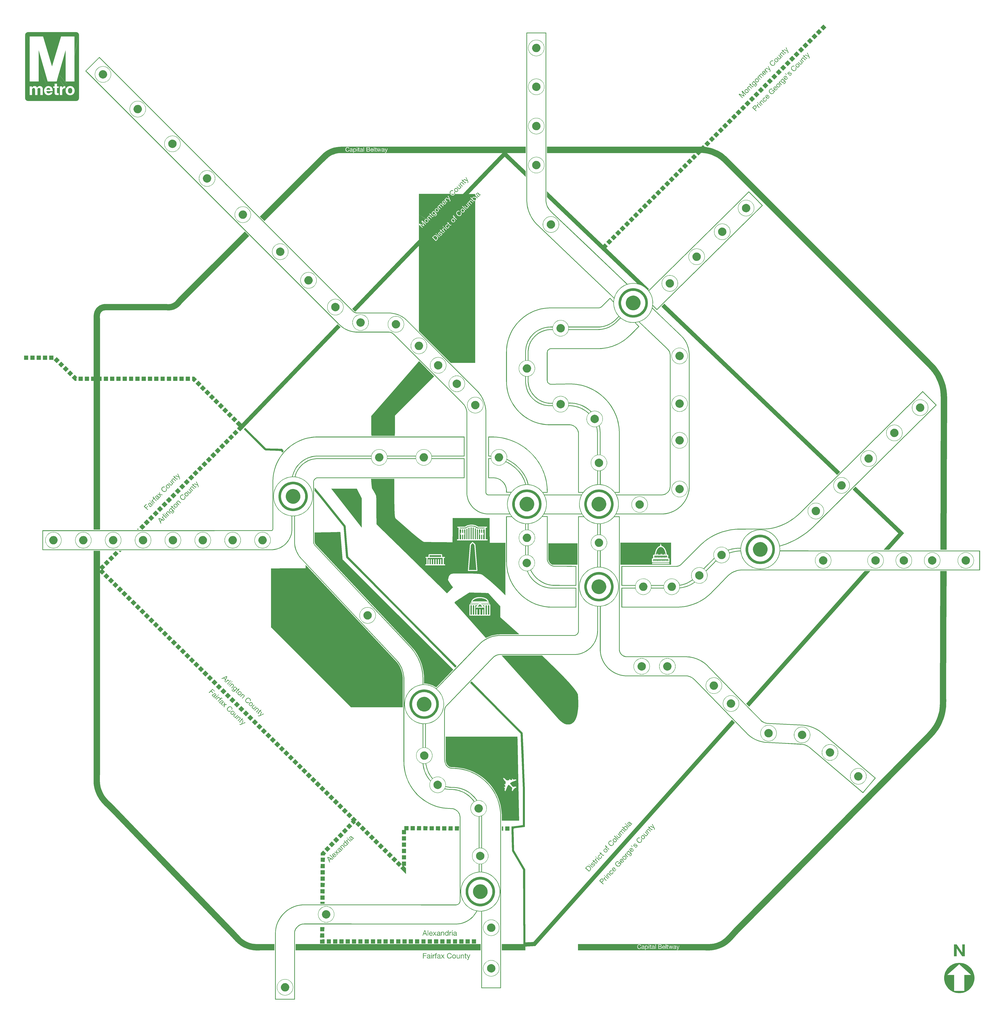
<source format=gbr>
G04 #@! TF.GenerationSoftware,KiCad,Pcbnew,(5.1.9)-1*
G04 #@! TF.CreationDate,2022-01-14T01:04:13-05:00*
G04 #@! TF.ProjectId,500x500-dc-metro-map-dev,35303078-3530-4302-9d64-632d6d657472,rev?*
G04 #@! TF.SameCoordinates,Original*
G04 #@! TF.FileFunction,Legend,Top*
G04 #@! TF.FilePolarity,Positive*
%FSLAX46Y46*%
G04 Gerber Fmt 4.6, Leading zero omitted, Abs format (unit mm)*
G04 Created by KiCad (PCBNEW (5.1.9)-1) date 2022-01-14 01:04:13*
%MOMM*%
%LPD*%
G01*
G04 APERTURE LIST*
%ADD10C,0.100000*%
G04 APERTURE END LIST*
D10*
G04 #@! TO.C,M1*
G36*
X514334500Y-297523000D02*
G01*
X514744500Y-297565000D01*
X515141500Y-297647000D01*
X515189500Y-297662000D01*
X514343500Y-297701000D01*
X514325500Y-297700000D01*
X514125500Y-297696000D01*
X513924500Y-297700000D01*
X513066500Y-297660000D01*
X513108500Y-297647000D01*
X513505500Y-297565000D01*
X513915500Y-297523000D01*
X514125500Y-297520000D01*
X514334500Y-297523000D01*
G37*
G36*
X513924500Y-297700000D02*
G01*
X513532500Y-297740000D01*
X513152500Y-297818000D01*
X512787500Y-297932000D01*
X512267500Y-298162000D01*
X511646500Y-298582000D01*
X511117500Y-299111000D01*
X510697500Y-299732000D01*
X510467500Y-300252000D01*
X510353500Y-300617000D01*
X510275500Y-300997000D01*
X510235500Y-301389000D01*
X510232500Y-301590000D01*
X510235500Y-301790000D01*
X510275500Y-302182000D01*
X510353500Y-302562000D01*
X510467500Y-302927000D01*
X510697500Y-303447000D01*
X511117500Y-304068000D01*
X511646500Y-304597000D01*
X512267500Y-305017000D01*
X512787500Y-305248000D01*
X513152500Y-305362000D01*
X513532500Y-305439000D01*
X513924500Y-305479000D01*
X514125500Y-305483000D01*
X514325500Y-305479000D01*
X514717500Y-305439000D01*
X515097500Y-305362000D01*
X515463500Y-305248000D01*
X515982500Y-305017000D01*
X516604500Y-304597000D01*
X517132500Y-304068000D01*
X517553500Y-303447000D01*
X517783500Y-302927000D01*
X517897500Y-302562000D01*
X517975500Y-302182000D01*
X518015500Y-301790000D01*
X518018500Y-301590000D01*
X518015500Y-301389000D01*
X517975500Y-300997000D01*
X517897500Y-300617000D01*
X517783500Y-300252000D01*
X517553500Y-299732000D01*
X517132500Y-299111000D01*
X516604500Y-298582000D01*
X515982500Y-298162000D01*
X515463500Y-297932000D01*
X515097500Y-297818000D01*
X514717500Y-297740000D01*
X514343500Y-297701000D01*
X515189500Y-297662000D01*
X515523500Y-297766000D01*
X515888500Y-297920000D01*
X516234500Y-298109000D01*
X516716500Y-298446000D01*
X517269500Y-298998000D01*
X517606500Y-299480000D01*
X517794500Y-299826000D01*
X517949500Y-300191000D01*
X518068500Y-300573000D01*
X518149500Y-300970000D01*
X518191500Y-301380000D01*
X518194500Y-301590000D01*
X518191500Y-301799000D01*
X518149500Y-302209000D01*
X518068500Y-302606000D01*
X517949500Y-302988000D01*
X517794500Y-303353000D01*
X517606500Y-303699000D01*
X517269500Y-304181000D01*
X516716500Y-304733000D01*
X516234500Y-305071000D01*
X515888500Y-305259000D01*
X515523500Y-305413000D01*
X515141500Y-305532000D01*
X514744500Y-305614000D01*
X514334500Y-305656000D01*
X514125500Y-305659000D01*
X513915500Y-305656000D01*
X513505500Y-305614000D01*
X513108500Y-305532000D01*
X512726500Y-305413000D01*
X512361500Y-305259000D01*
X512015500Y-305071000D01*
X511534500Y-304733000D01*
X510981500Y-304181000D01*
X510644500Y-303699000D01*
X510456500Y-303353000D01*
X510301500Y-302988000D01*
X510182500Y-302606000D01*
X510100500Y-302209000D01*
X510059500Y-301799000D01*
X510055500Y-301590000D01*
X510059500Y-301380000D01*
X510100500Y-300970000D01*
X510182500Y-300573000D01*
X510301500Y-300191000D01*
X510456500Y-299826000D01*
X510644500Y-299480000D01*
X510981500Y-298998000D01*
X511534500Y-298446000D01*
X512015500Y-298109000D01*
X512361500Y-297920000D01*
X512726500Y-297766000D01*
X513066500Y-297660000D01*
X513924500Y-297700000D01*
G37*
G36*
X528340500Y-299498000D02*
G01*
X528555500Y-299516000D01*
X528959500Y-299620000D01*
X529326500Y-299798000D01*
X529649500Y-300040000D01*
X529919500Y-300338000D01*
X530127500Y-300683000D01*
X530267500Y-301066000D01*
X530331500Y-301478000D01*
X530327500Y-301693000D01*
X530309500Y-301908000D01*
X530205500Y-302312000D01*
X530028500Y-302679000D01*
X529786500Y-303002000D01*
X529488500Y-303272000D01*
X529143500Y-303481000D01*
X528760500Y-303621000D01*
X528347500Y-303684000D01*
X528132500Y-303681000D01*
X527918500Y-303663000D01*
X527514500Y-303559000D01*
X527146500Y-303381000D01*
X526824500Y-303139000D01*
X526554500Y-302841000D01*
X526345500Y-302496000D01*
X526205500Y-302113000D01*
X526142500Y-301701000D01*
X526145500Y-301485000D01*
X526163500Y-301271000D01*
X526267500Y-300867000D01*
X526445500Y-300499000D01*
X526687500Y-300177000D01*
X526984500Y-299907000D01*
X527329500Y-299698000D01*
X527713500Y-299558000D01*
X528125500Y-299495000D01*
X528340500Y-299498000D01*
G37*
G36*
X528040500Y-297700000D02*
G01*
X527648500Y-297740000D01*
X527268500Y-297818000D01*
X526903500Y-297932000D01*
X526383500Y-298162000D01*
X525762500Y-298582000D01*
X525233500Y-299111000D01*
X524813500Y-299732000D01*
X524583500Y-300252000D01*
X524469500Y-300617000D01*
X524391500Y-300997000D01*
X524351500Y-301389000D01*
X524348500Y-301590000D01*
X524351500Y-301790000D01*
X524391500Y-302182000D01*
X524469500Y-302562000D01*
X524583500Y-302927000D01*
X524813500Y-303447000D01*
X525233500Y-304068000D01*
X525762500Y-304597000D01*
X526383500Y-305017000D01*
X526903500Y-305248000D01*
X527268500Y-305362000D01*
X527648500Y-305439000D01*
X528040500Y-305479000D01*
X528241500Y-305483000D01*
X528441500Y-305479000D01*
X528833500Y-305439000D01*
X529213500Y-305362000D01*
X529579500Y-305248000D01*
X530098500Y-305017000D01*
X530720500Y-304597000D01*
X531249500Y-304068000D01*
X531669500Y-303447000D01*
X531899500Y-302927000D01*
X532013500Y-302562000D01*
X532091500Y-302182000D01*
X532131500Y-301790000D01*
X532134500Y-301590000D01*
X532131500Y-301389000D01*
X532091500Y-300997000D01*
X532013500Y-300617000D01*
X531899500Y-300252000D01*
X531669500Y-299732000D01*
X531249500Y-299111000D01*
X530720500Y-298582000D01*
X530098500Y-298162000D01*
X529579500Y-297932000D01*
X529213500Y-297818000D01*
X528833500Y-297740000D01*
X528459500Y-297701000D01*
X529305500Y-297662000D01*
X529639500Y-297766000D01*
X530004500Y-297920000D01*
X530350500Y-298109000D01*
X530832500Y-298446000D01*
X531385500Y-298998000D01*
X531722500Y-299480000D01*
X531910500Y-299826000D01*
X532065500Y-300191000D01*
X532184500Y-300573000D01*
X532265500Y-300970000D01*
X532307500Y-301380000D01*
X532311500Y-301590000D01*
X532307500Y-301799000D01*
X532265500Y-302209000D01*
X532184500Y-302606000D01*
X532065500Y-302988000D01*
X531910500Y-303353000D01*
X531722500Y-303699000D01*
X531385500Y-304181000D01*
X530832500Y-304733000D01*
X530350500Y-305071000D01*
X530004500Y-305259000D01*
X529639500Y-305413000D01*
X529257500Y-305532000D01*
X528860500Y-305614000D01*
X528450500Y-305656000D01*
X528241500Y-305659000D01*
X528031500Y-305656000D01*
X527621500Y-305614000D01*
X527224500Y-305532000D01*
X526842500Y-305413000D01*
X526477500Y-305259000D01*
X526131500Y-305071000D01*
X525650500Y-304733000D01*
X525097500Y-304181000D01*
X524760500Y-303699000D01*
X524572500Y-303353000D01*
X524417500Y-302988000D01*
X524298500Y-302606000D01*
X524217500Y-302209000D01*
X524175500Y-301799000D01*
X524171500Y-301590000D01*
X524175500Y-301380000D01*
X524217500Y-300970000D01*
X524298500Y-300573000D01*
X524417500Y-300191000D01*
X524572500Y-299826000D01*
X524760500Y-299480000D01*
X525097500Y-298998000D01*
X525650500Y-298446000D01*
X526131500Y-298109000D01*
X526477500Y-297920000D01*
X526842500Y-297766000D01*
X527182500Y-297660000D01*
X528040500Y-297700000D01*
G37*
G36*
X528450500Y-297523000D02*
G01*
X528860500Y-297565000D01*
X529257500Y-297647000D01*
X529305500Y-297662000D01*
X528459500Y-297701000D01*
X528441500Y-297700000D01*
X528241500Y-297696000D01*
X528040500Y-297700000D01*
X527182500Y-297660000D01*
X527224500Y-297647000D01*
X527621500Y-297565000D01*
X528031500Y-297523000D01*
X528241500Y-297520000D01*
X528450500Y-297523000D01*
G37*
G36*
X310257500Y-267636000D02*
G01*
X310267500Y-268183000D01*
X310313500Y-268640000D01*
X309931500Y-268368000D01*
X309914500Y-268201000D01*
X309905500Y-267636000D01*
X309905500Y-234617000D01*
X310257500Y-234278000D01*
X310257500Y-267636000D01*
G37*
G36*
X308923500Y-249706000D02*
G01*
X294199500Y-249706000D01*
X294566500Y-249353000D01*
X308570500Y-249353000D01*
X308570500Y-240181000D01*
X304113500Y-240181000D01*
X304481500Y-239828000D01*
X308923500Y-239828000D01*
X308923500Y-249706000D01*
G37*
G36*
X339701500Y-298799000D02*
G01*
X339734500Y-298796000D01*
X339709500Y-298812000D01*
X339701500Y-298799000D01*
G37*
G36*
X308923500Y-260527000D02*
G01*
X308747500Y-260527000D01*
X298926500Y-260527000D01*
X298431500Y-260174000D01*
X308570500Y-260174000D01*
X308570500Y-251002000D01*
X292850500Y-251002000D01*
X293218500Y-250649000D01*
X308923500Y-250649000D01*
X308923500Y-260527000D01*
G37*
G36*
X364061500Y-130867000D02*
G01*
X378065500Y-144256000D01*
X378941500Y-143380000D01*
X380422500Y-144866000D01*
X379582500Y-145706000D01*
X390302500Y-155956000D01*
X391042500Y-156664000D01*
X389528500Y-158118000D01*
X372581500Y-141914000D01*
X350056500Y-120378700D01*
X350056500Y-117477100D01*
X364061500Y-130867000D01*
G37*
G36*
X349704500Y-121690100D02*
G01*
X349710500Y-122086200D01*
X349792500Y-122870500D01*
X349951500Y-123639400D01*
X350186500Y-124386900D01*
X350495500Y-125106800D01*
X350874500Y-125793000D01*
X351321500Y-126439200D01*
X351833500Y-127039400D01*
X352115500Y-127318000D01*
X371191500Y-145501000D01*
X386988500Y-160559000D01*
X386733500Y-160803000D01*
X370879500Y-145691000D01*
X351871500Y-127573000D01*
X351576500Y-127281900D01*
X351041500Y-126654500D01*
X350574500Y-125979000D01*
X350178500Y-125261800D01*
X349855500Y-124509200D01*
X349609500Y-123727800D01*
X349443500Y-122924000D01*
X349358500Y-122104200D01*
X349351500Y-121690100D01*
X349351500Y-38656200D01*
X340179500Y-38656200D01*
X340179500Y-121690100D01*
X340182500Y-122131200D01*
X340228500Y-123009700D01*
X340318500Y-123882300D01*
X340452500Y-124747300D01*
X340630500Y-125602900D01*
X340850500Y-126447300D01*
X341111500Y-127279000D01*
X341414500Y-128096000D01*
X341757500Y-128897000D01*
X342140500Y-129680000D01*
X342561500Y-130443000D01*
X343021500Y-131185000D01*
X343518500Y-131904000D01*
X344052500Y-132598000D01*
X344621500Y-133266000D01*
X345226500Y-133905000D01*
X345543500Y-134212000D01*
X364581500Y-152360000D01*
X380112500Y-167164000D01*
X379858500Y-167409000D01*
X364410500Y-152684000D01*
X345300500Y-134468000D01*
X344976500Y-134154000D01*
X344359500Y-133502000D01*
X343778500Y-132821000D01*
X343233500Y-132113000D01*
X342726500Y-131379000D01*
X342257500Y-130622000D01*
X341827500Y-129843000D01*
X341437500Y-129044000D01*
X341086500Y-128227000D01*
X340778500Y-127393100D01*
X340510500Y-126544500D01*
X340286500Y-125682800D01*
X340105500Y-124809700D01*
X339968500Y-123927100D01*
X339876500Y-123036700D01*
X339830500Y-122140200D01*
X339826500Y-121690100D01*
X339826500Y-38303400D01*
X349704500Y-38303400D01*
X349704500Y-121690100D01*
G37*
G36*
X189951500Y-113758300D02*
G01*
X253289500Y-177096000D01*
X253511500Y-177304000D01*
X254009500Y-177636000D01*
X254557500Y-177863000D01*
X255145500Y-177980000D01*
X255450500Y-177990000D01*
X271107500Y-177990000D01*
X271759500Y-178000000D01*
X273045500Y-178126000D01*
X274300500Y-178375000D01*
X275518500Y-178744000D01*
X276692500Y-179230000D01*
X277814500Y-179831000D01*
X278877500Y-180542000D01*
X279874500Y-181362000D01*
X280343500Y-181816000D01*
X297668500Y-199150000D01*
X314994500Y-216484000D01*
X315280500Y-216776000D01*
X315827500Y-217378000D01*
X316340500Y-218003000D01*
X316819500Y-218649000D01*
X317264500Y-219315000D01*
X317675500Y-220000000D01*
X318051500Y-220703000D01*
X318391500Y-221422000D01*
X318695500Y-222157000D01*
X318963500Y-222907000D01*
X319194500Y-223669000D01*
X319387500Y-224444000D01*
X319543500Y-225230000D01*
X319560500Y-225341000D01*
X319247500Y-225641000D01*
X319196500Y-225291000D01*
X319043500Y-224522000D01*
X318854500Y-223764000D01*
X318628500Y-223018000D01*
X318366500Y-222284000D01*
X318068500Y-221565000D01*
X317735500Y-220861000D01*
X317368500Y-220174000D01*
X316966500Y-219504000D01*
X316530500Y-218852000D01*
X316061500Y-218220000D01*
X315559500Y-217609000D01*
X315025500Y-217019000D01*
X314744500Y-216733000D01*
X297419500Y-199399000D01*
X280094500Y-182065000D01*
X279638500Y-181624000D01*
X278667500Y-180826000D01*
X277632500Y-180134000D01*
X276541500Y-179550000D01*
X275399500Y-179077000D01*
X274214500Y-178718000D01*
X272993500Y-178475000D01*
X271742500Y-178353000D01*
X271107500Y-178342000D01*
X255450500Y-178342000D01*
X255110500Y-178331000D01*
X254455500Y-178202000D01*
X253842500Y-177948000D01*
X253287500Y-177578000D01*
X253040500Y-177346000D01*
X189827500Y-114132500D01*
X126613800Y-50919400D01*
X123370800Y-54162300D01*
X120127900Y-57405300D01*
X183341500Y-120618400D01*
X246554500Y-183831000D01*
X247005500Y-184268000D01*
X247966500Y-185058000D01*
X248990500Y-185743000D01*
X250071500Y-186321000D01*
X251201500Y-186789000D01*
X252374500Y-187144000D01*
X253583500Y-187383000D01*
X254821500Y-187505000D01*
X255450500Y-187515000D01*
X271107500Y-187515000D01*
X271459500Y-187526000D01*
X272139500Y-187661000D01*
X272774500Y-187924000D01*
X273349500Y-188309000D01*
X273606500Y-188549000D01*
X290931500Y-205884000D01*
X308256500Y-223218000D01*
X308494500Y-223463000D01*
X308922500Y-223985000D01*
X309295500Y-224542000D01*
X309609500Y-225129000D01*
X309863500Y-225744000D01*
X310056500Y-226381000D01*
X310186500Y-227038000D01*
X310252500Y-227711000D01*
X310257500Y-228053000D01*
X310257500Y-234278000D01*
X309905500Y-234617000D01*
X309905500Y-228053000D01*
X309899500Y-227729000D01*
X309837500Y-227091000D01*
X309713500Y-226467000D01*
X309530500Y-225863000D01*
X309289500Y-225280000D01*
X308992500Y-224723000D01*
X308639500Y-224195000D01*
X308232500Y-223700000D01*
X308007500Y-223467000D01*
X290682500Y-206133000D01*
X273357500Y-188799000D01*
X273125500Y-188582000D01*
X272608500Y-188236000D01*
X272036500Y-187999000D01*
X271424500Y-187878000D01*
X271107500Y-187868000D01*
X255450500Y-187868000D01*
X254803500Y-187857000D01*
X253531500Y-187732000D01*
X252288500Y-187486000D01*
X251082500Y-187121000D01*
X249920500Y-186640000D01*
X248809500Y-186046000D01*
X247756500Y-185342000D01*
X246769500Y-184530000D01*
X246304500Y-184081000D01*
X182967500Y-120743000D01*
X119629100Y-57405300D01*
X123121400Y-53912900D01*
X126613800Y-50420600D01*
X189951500Y-113758300D01*
G37*
G36*
X421302500Y-231911000D02*
G01*
X421303500Y-254930000D01*
X420950500Y-255451000D01*
X420950500Y-231911000D01*
X420950500Y-201732000D01*
X421302500Y-200927000D01*
X421302500Y-231911000D01*
G37*
G36*
X366005500Y-308321000D02*
G01*
X366004500Y-336722000D01*
X365996500Y-336974000D01*
X365897500Y-337452000D01*
X365711500Y-337893000D01*
X365446500Y-338284000D01*
X365113500Y-338618000D01*
X364721500Y-338882000D01*
X364281500Y-339069000D01*
X363802500Y-339167000D01*
X363550500Y-339176000D01*
X344720500Y-339176000D01*
X344815500Y-338823000D01*
X363550500Y-338823000D01*
X363766500Y-338816000D01*
X364176500Y-338732000D01*
X364553500Y-338572000D01*
X364888500Y-338345000D01*
X365174500Y-338060000D01*
X365400500Y-337724000D01*
X365560500Y-337347000D01*
X365644500Y-336937000D01*
X365652500Y-336722000D01*
X365652500Y-308145000D01*
X365652500Y-308070000D01*
X366005500Y-308321000D01*
G37*
G36*
X405532500Y-278256000D02*
G01*
X405293500Y-278609000D01*
X387263500Y-278609000D01*
X387417500Y-278256000D01*
X405532500Y-278256000D01*
G37*
G36*
X372501500Y-294741000D02*
G01*
X372341500Y-294460000D01*
X372104500Y-293810000D01*
X371981500Y-293115000D01*
X371977500Y-292996000D01*
X372501500Y-294741000D01*
G37*
G36*
X386389500Y-306571000D02*
G01*
X386036500Y-307093000D01*
X386036500Y-281408000D01*
X386389500Y-280603000D01*
X386389500Y-306571000D01*
G37*
G36*
X310376500Y-269253000D02*
G01*
X310588500Y-270289000D01*
X310899500Y-271286000D01*
X311303500Y-272238000D01*
X311794500Y-273141000D01*
X312367500Y-273989000D01*
X313017500Y-274776000D01*
X313738500Y-275497000D01*
X314525500Y-276147000D01*
X315372500Y-276720000D01*
X316275500Y-277211000D01*
X317228500Y-277615000D01*
X318225500Y-277925000D01*
X319261500Y-278138000D01*
X320330500Y-278247000D01*
X320877500Y-278256000D01*
X323809500Y-278256000D01*
X324305500Y-278609000D01*
X320877500Y-278609000D01*
X320312500Y-278599000D01*
X319207500Y-278487000D01*
X318137500Y-278267000D01*
X317107500Y-277946000D01*
X316122500Y-277529000D01*
X315190500Y-277022000D01*
X314314500Y-276429000D01*
X313501500Y-275758000D01*
X312756500Y-275013000D01*
X312084500Y-274200000D01*
X311492500Y-273324000D01*
X310985500Y-272391000D01*
X310568500Y-271407000D01*
X310247500Y-270377000D01*
X310027500Y-269306000D01*
X309931500Y-268368000D01*
X310313500Y-268640000D01*
X310376500Y-269253000D01*
G37*
G36*
X304113500Y-240181000D02*
G01*
X282683500Y-240181000D01*
X282361500Y-239828000D01*
X304481500Y-239828000D01*
X304113500Y-240181000D01*
G37*
G36*
X445405500Y-295358000D02*
G01*
X445820500Y-295481000D01*
X445034500Y-295624000D01*
X444773500Y-295601000D01*
X445405500Y-295358000D01*
G37*
G36*
X445880500Y-295470000D02*
G01*
X445974500Y-295331000D01*
X446483500Y-295324000D01*
X446683500Y-295324000D01*
X445880500Y-295470000D01*
G37*
G36*
X436663500Y-295017000D02*
G01*
X436283500Y-295095000D01*
X435918500Y-295209000D01*
X435552500Y-295371000D01*
X435206500Y-295354000D01*
X435492500Y-295198000D01*
X435857500Y-295043000D01*
X436149500Y-294952000D01*
X436663500Y-295017000D01*
G37*
G36*
X445733500Y-295687000D02*
G01*
X445034500Y-295624000D01*
X445820500Y-295481000D01*
X445864500Y-295494000D01*
X445733500Y-295687000D01*
G37*
G36*
X352352500Y-184973000D02*
G01*
X352919500Y-184973000D01*
X352969500Y-184754000D01*
X353172500Y-184681000D01*
X353138500Y-184789000D01*
X353073500Y-185108000D01*
X351701500Y-185269000D01*
X351591500Y-185244000D01*
X352352500Y-184973000D01*
G37*
G36*
X339804500Y-298967000D02*
G01*
X339412500Y-299007000D01*
X339709500Y-298812000D01*
X339804500Y-298967000D01*
G37*
G36*
X316327500Y-457176000D02*
G01*
X315357500Y-457274000D01*
X315631500Y-456975000D01*
X316057500Y-456935000D01*
X316057500Y-456908000D01*
X316327500Y-457176000D01*
G37*
G36*
X446997500Y-295267000D02*
G01*
X446724500Y-295317000D01*
X446767500Y-294848000D01*
X446769500Y-294835000D01*
X447052500Y-294726000D01*
X446997500Y-295267000D01*
G37*
G36*
X364707500Y-304365000D02*
G01*
X364707500Y-307396000D01*
X364355500Y-307145000D01*
X364355500Y-304715000D01*
X360919500Y-304697000D01*
X360420500Y-304341000D01*
X364707500Y-304365000D01*
G37*
G36*
X443806500Y-295514000D02*
G01*
X444160500Y-295457000D01*
X445405500Y-295358000D01*
X444773500Y-295601000D01*
X443806500Y-295514000D01*
G37*
G36*
X438400500Y-294959000D02*
G01*
X438658500Y-295051000D01*
X437426500Y-294940000D01*
X437990500Y-294864000D01*
X438400500Y-294959000D01*
G37*
G36*
X347774500Y-186040000D02*
G01*
X346663500Y-186500000D01*
X345600500Y-187069000D01*
X344593500Y-187742000D01*
X343648500Y-188519000D01*
X343204500Y-188949000D01*
X342774500Y-189393000D01*
X341997500Y-190337000D01*
X341324500Y-191344000D01*
X340755500Y-192407000D01*
X340295500Y-193518000D01*
X339945500Y-194671000D01*
X339710500Y-195859000D01*
X339590500Y-197076000D01*
X339580500Y-197694000D01*
X339580500Y-201781000D01*
X339822500Y-201755000D01*
X340069500Y-201749000D01*
X340283500Y-201753000D01*
X340493500Y-201771000D01*
X340493500Y-197896000D01*
X340503500Y-197296000D01*
X340623500Y-196123000D01*
X340856500Y-194987000D01*
X341197500Y-193894000D01*
X341639500Y-192849000D01*
X342178500Y-191859000D01*
X342806500Y-190930000D01*
X343519500Y-190066000D01*
X344310500Y-189276000D01*
X345173500Y-188563000D01*
X346102500Y-187934000D01*
X347092500Y-187396000D01*
X348137500Y-186953000D01*
X349230500Y-186612000D01*
X350367500Y-186379000D01*
X351540500Y-186260000D01*
X352139500Y-186250000D01*
X352873500Y-186250000D01*
X352847500Y-186008000D01*
X352840500Y-185761000D01*
X352845500Y-185541000D01*
X352865500Y-185325000D01*
X351950500Y-185325000D01*
X351701500Y-185269000D01*
X353073500Y-185108000D01*
X353060500Y-185169000D01*
X353020500Y-185561000D01*
X353017500Y-185761000D01*
X353020500Y-185962000D01*
X353060500Y-186354000D01*
X353138500Y-186734000D01*
X353252500Y-187099000D01*
X353482500Y-187619000D01*
X353902500Y-188240000D01*
X354431500Y-188769000D01*
X355053500Y-189189000D01*
X355572500Y-189420000D01*
X355938500Y-189533000D01*
X356317500Y-189611000D01*
X356707500Y-189651000D01*
X356533500Y-189818000D01*
X355848500Y-189696000D01*
X355196500Y-189457000D01*
X354601500Y-189117000D01*
X354075500Y-188684000D01*
X353627500Y-188170000D01*
X353269500Y-187587000D01*
X353011500Y-186944000D01*
X352929500Y-186602000D01*
X352139500Y-186602000D01*
X351558500Y-186612000D01*
X350420500Y-186728000D01*
X349318500Y-186954000D01*
X348258500Y-187285000D01*
X347245500Y-187714000D01*
X346285500Y-188236000D01*
X345384500Y-188846000D01*
X344547500Y-189537000D01*
X343780500Y-190303000D01*
X343089500Y-191140000D01*
X342479500Y-192042000D01*
X341957500Y-193002000D01*
X341528500Y-194015000D01*
X341198500Y-195075000D01*
X340972500Y-196177000D01*
X340856500Y-197314000D01*
X340846500Y-197896000D01*
X340846500Y-201825000D01*
X341194500Y-201904000D01*
X341848500Y-202155000D01*
X342442500Y-202511000D01*
X342908500Y-202909000D01*
X342774500Y-203037000D01*
X342547500Y-202811000D01*
X341926500Y-202391000D01*
X341406500Y-202161000D01*
X341041500Y-202047000D01*
X340661500Y-201969000D01*
X340269500Y-201929000D01*
X340069500Y-201925000D01*
X339868500Y-201929000D01*
X339476500Y-201969000D01*
X339096500Y-202047000D01*
X338731500Y-202161000D01*
X338211500Y-202391000D01*
X337590500Y-202811000D01*
X337061500Y-203340000D01*
X336641500Y-203961000D01*
X336411500Y-204481000D01*
X336297500Y-204846000D01*
X336219500Y-205226000D01*
X336179500Y-205618000D01*
X336175500Y-205819000D01*
X336179500Y-206019000D01*
X336219500Y-206411000D01*
X336297500Y-206791000D01*
X336411500Y-207157000D01*
X336641500Y-207676000D01*
X337061500Y-208298000D01*
X337178500Y-208414000D01*
X337050500Y-208537000D01*
X336713500Y-208127000D01*
X336373500Y-207533000D01*
X336134500Y-206881000D01*
X336010500Y-206183000D01*
X335999500Y-205819000D01*
X336010500Y-205454000D01*
X336134500Y-204756000D01*
X336373500Y-204104000D01*
X336713500Y-203510000D01*
X337146500Y-202983000D01*
X337660500Y-202535000D01*
X338243500Y-202177000D01*
X338886500Y-201920000D01*
X339228500Y-201837000D01*
X339228500Y-197694000D01*
X339238500Y-197059000D01*
X339361500Y-195807000D01*
X339603500Y-194585000D01*
X339962500Y-193399000D01*
X340436500Y-192256000D01*
X341021500Y-191163000D01*
X341714500Y-190128000D01*
X342512500Y-189156000D01*
X342954500Y-188699000D01*
X343411500Y-188257000D01*
X344383500Y-187458000D01*
X345419500Y-186765000D01*
X346512500Y-186181000D01*
X347654500Y-185707000D01*
X348841500Y-185348000D01*
X349334500Y-185250000D01*
X351185500Y-185329000D01*
X350115500Y-185455000D01*
X348927500Y-185690000D01*
X347774500Y-186040000D01*
G37*
G36*
X384627500Y-309806000D02*
G01*
X385041500Y-310615000D01*
X385381500Y-311464000D01*
X385643500Y-312350000D01*
X385821500Y-313269000D01*
X385913500Y-314215000D01*
X385921500Y-314698000D01*
X385913500Y-315181000D01*
X385821500Y-316127000D01*
X385643500Y-317045000D01*
X385381500Y-317931000D01*
X385041500Y-318781000D01*
X384627500Y-319590000D01*
X384142500Y-320354000D01*
X383592500Y-321068000D01*
X382981500Y-321729000D01*
X382312500Y-322333000D01*
X381590500Y-322874000D01*
X380819500Y-323349000D01*
X380005500Y-323754000D01*
X379150500Y-324083000D01*
X378259500Y-324334000D01*
X377337500Y-324501000D01*
X376864500Y-324548000D01*
X376864500Y-345879000D01*
X376875500Y-346553000D01*
X377010500Y-347873000D01*
X377272500Y-349150000D01*
X377655500Y-350380000D01*
X378153500Y-351555000D01*
X378759500Y-352669000D01*
X379466500Y-353714000D01*
X380268500Y-354685000D01*
X381157500Y-355574000D01*
X382128500Y-356376000D01*
X383174500Y-357083000D01*
X384288500Y-357688000D01*
X385463500Y-358186000D01*
X386693500Y-358569000D01*
X387971500Y-358832000D01*
X389290500Y-358966000D01*
X389965500Y-358978000D01*
X404576500Y-358972000D01*
X405267500Y-358971000D01*
X404944500Y-359324000D01*
X404576500Y-359324000D01*
X389965500Y-359330000D01*
X389272500Y-359318000D01*
X387917500Y-359180000D01*
X386605500Y-358911000D01*
X385342500Y-358518000D01*
X384135500Y-358006000D01*
X382991500Y-357384000D01*
X381917500Y-356659000D01*
X380920500Y-355835000D01*
X380007500Y-354922000D01*
X379183500Y-353925000D01*
X378457500Y-352852000D01*
X377835500Y-351708000D01*
X377324500Y-350501000D01*
X376930500Y-349239000D01*
X376661500Y-347926000D01*
X376523500Y-346571000D01*
X376511500Y-345879000D01*
X376511500Y-324573000D01*
X376273500Y-324583000D01*
X376033500Y-324586000D01*
X375780500Y-324583000D01*
X375530500Y-324573000D01*
X375529500Y-330647000D01*
X375529500Y-336722000D01*
X375519500Y-337339000D01*
X375396500Y-338545000D01*
X375156500Y-339714000D01*
X374806500Y-340839000D01*
X374350500Y-341913000D01*
X373796500Y-342931000D01*
X373150500Y-343887000D01*
X372417500Y-344775000D01*
X371604500Y-345589000D01*
X370716500Y-346322000D01*
X369760500Y-346968000D01*
X368741500Y-347522000D01*
X367667500Y-347977000D01*
X366542500Y-348328000D01*
X365374500Y-348568000D01*
X364167500Y-348691000D01*
X363550500Y-348701000D01*
X326690500Y-348701000D01*
X326452500Y-348705000D01*
X325979500Y-348754000D01*
X325516500Y-348849000D01*
X325065500Y-348989000D01*
X324631500Y-349174000D01*
X324216500Y-349400000D01*
X323826500Y-349667000D01*
X323462500Y-349973000D01*
X323294500Y-350141000D01*
X311699500Y-362133000D01*
X300104500Y-374124000D01*
X299878500Y-374373000D01*
X299517500Y-374928000D01*
X299270500Y-375538000D01*
X299144500Y-376187000D01*
X299133500Y-376523000D01*
X299133500Y-388369000D01*
X299133500Y-400216000D01*
X299137500Y-400569000D01*
X299198500Y-401346000D01*
X299348500Y-402164000D01*
X299541500Y-402772000D01*
X299708500Y-403164000D01*
X299914500Y-403538000D01*
X300161500Y-403887000D01*
X300453500Y-404205000D01*
X300794500Y-404486000D01*
X301186500Y-404723000D01*
X301633500Y-404910000D01*
X302139500Y-405042000D01*
X302707500Y-405111000D01*
X303019500Y-405117000D01*
X303623500Y-405121000D01*
X304822500Y-405180000D01*
X306009500Y-405296000D01*
X307184500Y-405470000D01*
X308344500Y-405700000D01*
X309487500Y-405986000D01*
X310613500Y-406327000D01*
X311718500Y-406722000D01*
X312802500Y-407171000D01*
X313864500Y-407673000D01*
X314901500Y-408228000D01*
X315911500Y-408834000D01*
X316894500Y-409492000D01*
X317847500Y-410200000D01*
X318769500Y-410957000D01*
X319658500Y-411764000D01*
X320088500Y-412187000D01*
X320512500Y-412618000D01*
X321318500Y-413507000D01*
X322076500Y-414429000D01*
X322784500Y-415382000D01*
X323441500Y-416365000D01*
X324048500Y-417375000D01*
X324602500Y-418412000D01*
X325104500Y-419473000D01*
X325554500Y-420558000D01*
X325949500Y-421663000D01*
X326290500Y-422789000D01*
X326575500Y-423932000D01*
X326805500Y-425092000D01*
X326979500Y-426266000D01*
X327095500Y-427454000D01*
X327154500Y-428653000D01*
X327158500Y-429257000D01*
X327158500Y-444372000D01*
X326805500Y-444758000D01*
X326806500Y-429257000D01*
X326801500Y-428662000D01*
X326743500Y-427480000D01*
X326629500Y-426310000D01*
X326458500Y-425153000D01*
X326231500Y-424010000D01*
X325950500Y-422883000D01*
X325614500Y-421774000D01*
X325224500Y-420685000D01*
X324782500Y-419616000D01*
X324287500Y-418571000D01*
X323740500Y-417549000D01*
X323143500Y-416553000D01*
X322495500Y-415585000D01*
X321798500Y-414646000D01*
X321051500Y-413737000D01*
X320256500Y-412861000D01*
X319839500Y-412437000D01*
X319415500Y-412019000D01*
X318539500Y-411225000D01*
X317630500Y-410478000D01*
X316691500Y-409781000D01*
X315723500Y-409133000D01*
X314727500Y-408535000D01*
X313705500Y-407989000D01*
X312660500Y-407494000D01*
X311591500Y-407051000D01*
X310502500Y-406662000D01*
X309393500Y-406326000D01*
X308266500Y-406044000D01*
X307123500Y-405817000D01*
X305966500Y-405646000D01*
X304795500Y-405532000D01*
X303614500Y-405474000D01*
X303019500Y-405469000D01*
X302679500Y-405463000D01*
X302059500Y-405389000D01*
X301507500Y-405248000D01*
X301019500Y-405047000D01*
X300592500Y-404793000D01*
X300220500Y-404492000D01*
X299902500Y-404151000D01*
X299632500Y-403777000D01*
X299408500Y-403376000D01*
X299225500Y-402956000D01*
X299015500Y-402304000D01*
X298851500Y-401427000D01*
X298784500Y-400594000D01*
X298780500Y-400216000D01*
X298780500Y-388369000D01*
X298780500Y-376523000D01*
X298792500Y-376153000D01*
X298932500Y-375437000D01*
X299204500Y-374765000D01*
X299602500Y-374153000D01*
X299851500Y-373879000D01*
X311445500Y-361887000D01*
X323040500Y-349896000D01*
X323221500Y-349715000D01*
X323612500Y-349386000D01*
X324032500Y-349099000D01*
X324477500Y-348856000D01*
X324944500Y-348658000D01*
X325428500Y-348507000D01*
X325926500Y-348405000D01*
X326434500Y-348353000D01*
X326690500Y-348348000D01*
X363550500Y-348348000D01*
X364149500Y-348338000D01*
X365320500Y-348219000D01*
X366454500Y-347986000D01*
X367546500Y-347646000D01*
X368588500Y-347204000D01*
X369577500Y-346666000D01*
X370505500Y-346039000D01*
X371366500Y-345327000D01*
X372156500Y-344538000D01*
X372867500Y-343676000D01*
X373495500Y-342748000D01*
X374032500Y-341760000D01*
X374474500Y-340717000D01*
X374814500Y-339626000D01*
X375047500Y-338492000D01*
X375166500Y-337321000D01*
X375176500Y-336722000D01*
X375177500Y-330634000D01*
X375177500Y-324546000D01*
X374705500Y-324498000D01*
X374317500Y-324426000D01*
X374474500Y-324194000D01*
X374568500Y-324214000D01*
X375538500Y-324313000D01*
X376033500Y-324321000D01*
X376529500Y-324313000D01*
X377498500Y-324214000D01*
X378437500Y-324021000D01*
X379340500Y-323740000D01*
X380203500Y-323374000D01*
X381021500Y-322929000D01*
X381789500Y-322410000D01*
X382503500Y-321821000D01*
X383156500Y-321167000D01*
X383745500Y-320454000D01*
X384264500Y-319686000D01*
X384709500Y-318868000D01*
X385075500Y-318005000D01*
X385356500Y-317101000D01*
X385549500Y-316163000D01*
X385648500Y-315193000D01*
X385656500Y-314698000D01*
X385648500Y-314202000D01*
X385549500Y-313233000D01*
X385356500Y-312294000D01*
X385075500Y-311391000D01*
X384709500Y-310528000D01*
X384265500Y-309712000D01*
X384421500Y-309481000D01*
X384627500Y-309806000D01*
G37*
G36*
X445733500Y-295687000D02*
G01*
X444246500Y-295803000D01*
X444773500Y-295601000D01*
X445733500Y-295687000D01*
G37*
G36*
X330604500Y-217099000D02*
G01*
X330870500Y-218128000D01*
X331184500Y-219136000D01*
X331546500Y-220123000D01*
X331954500Y-221086000D01*
X332408500Y-222026000D01*
X332904500Y-222939000D01*
X333443500Y-223825000D01*
X334023500Y-224682000D01*
X334642500Y-225510000D01*
X335299500Y-226306000D01*
X335993500Y-227069000D01*
X336723500Y-227799000D01*
X337486500Y-228493000D01*
X338283500Y-229150000D01*
X339110500Y-229769000D01*
X339967500Y-230349000D01*
X340853500Y-230888000D01*
X341767500Y-231385000D01*
X342706500Y-231838000D01*
X343669500Y-232246000D01*
X344656500Y-232608000D01*
X345664500Y-232922000D01*
X346693500Y-233188000D01*
X347741500Y-233403000D01*
X348807500Y-233566000D01*
X349889500Y-233676000D01*
X350986500Y-233732000D01*
X351540500Y-233737000D01*
X354175500Y-233737000D01*
X354281500Y-234090000D01*
X351540500Y-234090000D01*
X350977500Y-234085000D01*
X349862500Y-234028000D01*
X348762500Y-233916000D01*
X347679500Y-233750000D01*
X346614500Y-233532000D01*
X345568500Y-233262000D01*
X344543500Y-232942000D01*
X343540500Y-232574000D01*
X342561500Y-232159000D01*
X341606500Y-231699000D01*
X340678500Y-231194000D01*
X339777500Y-230646000D01*
X338906500Y-230057000D01*
X338065500Y-229428000D01*
X337256500Y-228759000D01*
X336480500Y-228054000D01*
X335738500Y-227313000D01*
X335033500Y-226537000D01*
X334365500Y-225727000D01*
X333735500Y-224886000D01*
X333146500Y-224015000D01*
X332598500Y-223114000D01*
X332093500Y-222186000D01*
X331633500Y-221232000D01*
X331218500Y-220252000D01*
X330850500Y-219249000D01*
X330530500Y-218224000D01*
X330261500Y-217178000D01*
X330042500Y-216113000D01*
X329929500Y-215378000D01*
X330241500Y-215079000D01*
X330389500Y-216051000D01*
X330604500Y-217099000D01*
G37*
G36*
X282683500Y-240181000D02*
G01*
X270371500Y-240181000D01*
X269876500Y-239828000D01*
X282361500Y-239828000D01*
X282683500Y-240181000D01*
G37*
G36*
X371123500Y-175800000D02*
G01*
X351950500Y-175800000D01*
X351403500Y-175805000D01*
X350315500Y-175858000D01*
X349238500Y-175963000D01*
X348173500Y-176121000D01*
X347121500Y-176329000D01*
X346084500Y-176589000D01*
X345064500Y-176898000D01*
X344061500Y-177256000D01*
X343077500Y-177664000D01*
X342115500Y-178119000D01*
X341174500Y-178622000D01*
X340258500Y-179172000D01*
X339367500Y-179768000D01*
X338502500Y-180410000D01*
X337666500Y-181097000D01*
X336859500Y-181829000D01*
X336469500Y-182213000D01*
X336085500Y-182603000D01*
X335353500Y-183410000D01*
X334666500Y-184246000D01*
X334024500Y-185110000D01*
X333428500Y-186002000D01*
X332878500Y-186918000D01*
X332374500Y-187858000D01*
X331919500Y-188821000D01*
X331512500Y-189804000D01*
X331153500Y-190807000D01*
X330844500Y-191828000D01*
X330584500Y-192865000D01*
X330376500Y-193917000D01*
X330219500Y-194982000D01*
X330113500Y-196059000D01*
X330060500Y-197147000D01*
X330055500Y-197694000D01*
X330055500Y-212252000D01*
X330060500Y-212806000D01*
X330116500Y-213903000D01*
X330226500Y-214985000D01*
X330241500Y-215079000D01*
X329929500Y-215378000D01*
X329876500Y-215030000D01*
X329764500Y-213930000D01*
X329707500Y-212815000D01*
X329703500Y-212252000D01*
X329703500Y-197694000D01*
X329707500Y-197138000D01*
X329761500Y-196033000D01*
X329868500Y-194938000D01*
X330028500Y-193856000D01*
X330240500Y-192787000D01*
X330504500Y-191733000D01*
X330818500Y-190696000D01*
X331182500Y-189677000D01*
X331596500Y-188678000D01*
X332059500Y-187700000D01*
X332570500Y-186745000D01*
X333129500Y-185813000D01*
X333735500Y-184908000D01*
X334387500Y-184029000D01*
X335086500Y-183180000D01*
X335829500Y-182360000D01*
X336219500Y-181964000D01*
X336616500Y-181573000D01*
X337436500Y-180830000D01*
X338285500Y-180132000D01*
X339164500Y-179480000D01*
X340069500Y-178874000D01*
X341001500Y-178315000D01*
X341956500Y-177804000D01*
X342934500Y-177341000D01*
X343933500Y-176927000D01*
X344952500Y-176563000D01*
X345989500Y-176249000D01*
X347043500Y-175985000D01*
X348112500Y-175773000D01*
X349194500Y-175613000D01*
X350289500Y-175506000D01*
X351394500Y-175452000D01*
X351950500Y-175448000D01*
X371491500Y-175448000D01*
X371123500Y-175800000D01*
G37*
G36*
X350382500Y-297190000D02*
G01*
X350382500Y-300949000D01*
X350430500Y-301303000D01*
X350621500Y-301969000D01*
X350915500Y-302575000D01*
X351301500Y-303109000D01*
X351767500Y-303560000D01*
X352301500Y-303916000D01*
X352892500Y-304165000D01*
X353527500Y-304295000D01*
X353858500Y-304306000D01*
X359283500Y-304335000D01*
X360420500Y-304341000D01*
X360919500Y-304697000D01*
X359106500Y-304687000D01*
X353857500Y-304659000D01*
X353492500Y-304646000D01*
X352793500Y-304504000D01*
X352143500Y-304231000D01*
X351555500Y-303842000D01*
X351042500Y-303347000D01*
X350617500Y-302759000D01*
X350293500Y-302092000D01*
X350083500Y-301358000D01*
X350030500Y-300967000D01*
X350030500Y-296939000D01*
X350382500Y-297190000D01*
G37*
G36*
X288954500Y-246119000D02*
G01*
X289654500Y-246244000D01*
X290308500Y-246483000D01*
X290904500Y-246826000D01*
X291432500Y-247261000D01*
X291880500Y-247778000D01*
X292237500Y-248364000D01*
X292493500Y-249010000D01*
X292575500Y-249353000D01*
X294566500Y-249353000D01*
X294199500Y-249706000D01*
X292629500Y-249706000D01*
X292653500Y-249939000D01*
X292659500Y-250177000D01*
X292653500Y-250415000D01*
X292629500Y-250649000D01*
X293218500Y-250649000D01*
X292850500Y-251002000D01*
X292575500Y-251002000D01*
X292425500Y-250838000D01*
X292439500Y-250770000D01*
X292479500Y-250378000D01*
X292482500Y-250177000D01*
X292479500Y-249977000D01*
X292439500Y-249585000D01*
X292361500Y-249205000D01*
X292247500Y-248839000D01*
X292017500Y-248320000D01*
X291597500Y-247698000D01*
X291068500Y-247170000D01*
X290446500Y-246750000D01*
X289927500Y-246519000D01*
X289561500Y-246405000D01*
X289182500Y-246327000D01*
X288790500Y-246287000D01*
X288589500Y-246284000D01*
X288389500Y-246287000D01*
X288276500Y-246299000D01*
X288127500Y-246136000D01*
X288224500Y-246119000D01*
X288589500Y-246108000D01*
X288954500Y-246119000D01*
G37*
G36*
X351950500Y-185325000D02*
G01*
X351332500Y-185336000D01*
X351591500Y-185244000D01*
X351950500Y-185325000D01*
G37*
G36*
X270371500Y-240181000D02*
G01*
X235597500Y-240181000D01*
X235025500Y-240186000D01*
X233892500Y-240243000D01*
X232775500Y-240357000D01*
X231674500Y-240526000D01*
X230591500Y-240748000D01*
X229529500Y-241022000D01*
X228487500Y-241347000D01*
X227468500Y-241720000D01*
X226473500Y-242142000D01*
X225503500Y-242610000D01*
X224560500Y-243123000D01*
X223645500Y-243680000D01*
X222759500Y-244278000D01*
X221905500Y-244918000D01*
X221083500Y-245597000D01*
X220294500Y-246314000D01*
X219541500Y-247067000D01*
X218824500Y-247855000D01*
X218145500Y-248678000D01*
X217506500Y-249532000D01*
X216907500Y-250418000D01*
X216350500Y-251333000D01*
X215837500Y-252276000D01*
X215369500Y-253246000D01*
X214948500Y-254241000D01*
X214574500Y-255260000D01*
X214249500Y-256302000D01*
X213975500Y-257364000D01*
X213753500Y-258447000D01*
X213584500Y-259547000D01*
X213470500Y-260665000D01*
X213413500Y-261798000D01*
X213408500Y-262370000D01*
X213408500Y-285904000D01*
X213404500Y-286007000D01*
X213364500Y-286204000D01*
X213241500Y-286470000D01*
X212968500Y-286743000D01*
X212702500Y-286866000D01*
X212506500Y-286906000D01*
X212403500Y-286910000D01*
X155451500Y-286917000D01*
X145417100Y-286918000D01*
X145063000Y-286565000D01*
X155275100Y-286564000D01*
X212403500Y-286557000D01*
X212536500Y-286548000D01*
X212770500Y-286448000D01*
X212947500Y-286271000D01*
X213046500Y-286037000D01*
X213055500Y-285904000D01*
X213055500Y-262370000D01*
X213060500Y-261789000D01*
X213119500Y-260638000D01*
X213234500Y-259502000D01*
X213406500Y-258384000D01*
X213631500Y-257285000D01*
X213910500Y-256205000D01*
X214239500Y-255147000D01*
X214619500Y-254112000D01*
X215048500Y-253101000D01*
X215523500Y-252115000D01*
X216044500Y-251157000D01*
X216610500Y-250228000D01*
X217218500Y-249328000D01*
X217868500Y-248460000D01*
X218557500Y-247625000D01*
X219285500Y-246824000D01*
X220051500Y-246058000D01*
X220852500Y-245330000D01*
X221687500Y-244640000D01*
X222555500Y-243991000D01*
X223455500Y-243382000D01*
X224385500Y-242817000D01*
X225343500Y-242296000D01*
X226328500Y-241820000D01*
X227339500Y-241392000D01*
X228374500Y-241012000D01*
X229432500Y-240682000D01*
X230512500Y-240404000D01*
X231612500Y-240178000D01*
X232730500Y-240007000D01*
X233865500Y-239891000D01*
X235016500Y-239833000D01*
X235597500Y-239828000D01*
X269876500Y-239828000D01*
X270371500Y-240181000D01*
G37*
G36*
X330055500Y-282706000D02*
G01*
X330055500Y-283032000D01*
X329702500Y-282455000D01*
X330055500Y-282706000D01*
G37*
G36*
X337138500Y-287753000D02*
G01*
X337066500Y-287825000D01*
X336646500Y-288447000D01*
X336416500Y-288966000D01*
X336302500Y-289332000D01*
X336224500Y-289712000D01*
X336184500Y-290104000D01*
X336180500Y-290304000D01*
X336184500Y-290505000D01*
X336224500Y-290897000D01*
X336302500Y-291277000D01*
X336416500Y-291642000D01*
X336646500Y-292162000D01*
X337066500Y-292783000D01*
X337595500Y-293312000D01*
X338216500Y-293732000D01*
X338736500Y-293962000D01*
X339101500Y-294076000D01*
X339481500Y-294154000D01*
X339873500Y-294194000D01*
X340074500Y-294198000D01*
X340274500Y-294194000D01*
X340666500Y-294154000D01*
X341046500Y-294076000D01*
X341412500Y-293962000D01*
X341931500Y-293732000D01*
X342553500Y-293312000D01*
X343081500Y-292783000D01*
X343444500Y-292246000D01*
X343582500Y-292345000D01*
X343415500Y-292633000D01*
X342974500Y-293162000D01*
X342451500Y-293610000D01*
X341857500Y-293966000D01*
X341204500Y-294218000D01*
X340857500Y-294297000D01*
X340857500Y-298061000D01*
X340504500Y-298292000D01*
X340504500Y-294351000D01*
X340291500Y-294370000D01*
X340074500Y-294374000D01*
X339824500Y-294367000D01*
X339580500Y-294341000D01*
X339580500Y-298602000D01*
X339228500Y-298025000D01*
X339228500Y-294284000D01*
X338886500Y-294201000D01*
X338245500Y-293944000D01*
X337662500Y-293585000D01*
X337149500Y-293138000D01*
X336717500Y-292611000D01*
X336377500Y-292017000D01*
X336139500Y-291366000D01*
X336015500Y-290668000D01*
X336004500Y-290304000D01*
X336015500Y-289941000D01*
X336139500Y-289243000D01*
X336377500Y-288592000D01*
X336717500Y-287998000D01*
X336999500Y-287654000D01*
X337138500Y-287753000D01*
G37*
G36*
X386389500Y-345879000D02*
G01*
X386401500Y-346245000D01*
X386545500Y-346943000D01*
X386816500Y-347584000D01*
X387202500Y-348154000D01*
X387687500Y-348639000D01*
X388258500Y-349025000D01*
X388899500Y-349297000D01*
X389596500Y-349440000D01*
X389963500Y-349452000D01*
X404574500Y-349447000D01*
X413982500Y-349443000D01*
X413659500Y-349796000D01*
X404574500Y-349799000D01*
X389963500Y-349805000D01*
X389761500Y-349802000D01*
X389365500Y-349762000D01*
X388982500Y-349683000D01*
X388613500Y-349568000D01*
X388089500Y-349336000D01*
X387463500Y-348912000D01*
X386929500Y-348379000D01*
X386506500Y-347752000D01*
X386273500Y-347228000D01*
X386158500Y-346859000D01*
X386080500Y-346476000D01*
X386040500Y-346081000D01*
X386036500Y-345879000D01*
X386036500Y-307093000D01*
X386389500Y-306571000D01*
X386389500Y-345879000D01*
G37*
G36*
X351332500Y-185336000D02*
G01*
X350115500Y-185455000D01*
X351185500Y-185329000D01*
X351332500Y-185336000D01*
G37*
G36*
X366941500Y-279567000D02*
G01*
X367943500Y-279568000D01*
X368049500Y-279920000D01*
X367261500Y-279920000D01*
X366006500Y-279920000D01*
X366005500Y-308321000D01*
X365652500Y-308070000D01*
X365653500Y-279567000D01*
X366941500Y-279567000D01*
G37*
G36*
X419585500Y-349444000D02*
G01*
X420383500Y-349485000D01*
X421176500Y-349566000D01*
X421963500Y-349686000D01*
X422741500Y-349845000D01*
X423510500Y-350042000D01*
X424268500Y-350277000D01*
X425013500Y-350549000D01*
X425743500Y-350856000D01*
X426458500Y-351199000D01*
X427155500Y-351577000D01*
X427834500Y-351990000D01*
X428491500Y-352435000D01*
X429127500Y-352914000D01*
X429739500Y-353424000D01*
X430326500Y-353967000D01*
X430608500Y-354251000D01*
X443745500Y-367701000D01*
X456883500Y-381151000D01*
X457055500Y-381323000D01*
X457423500Y-381635000D01*
X457816500Y-381909000D01*
X458231500Y-382145000D01*
X458666500Y-382341000D01*
X459117500Y-382496000D01*
X459583500Y-382609000D01*
X460060500Y-382679000D01*
X460303500Y-382695000D01*
X468866500Y-383129000D01*
X477429500Y-383563000D01*
X478120500Y-383608000D01*
X479490500Y-383791000D01*
X480839500Y-384086000D01*
X482159500Y-384488000D01*
X483442500Y-384995000D01*
X484680500Y-385604000D01*
X485867500Y-386310000D01*
X486993500Y-387113000D01*
X487528500Y-387552000D01*
X500882500Y-398843000D01*
X514237500Y-410134000D01*
X511048500Y-413906000D01*
X507859500Y-417678000D01*
X507792500Y-417621000D01*
X507724500Y-417564000D01*
X494437500Y-406330000D01*
X481150500Y-395096000D01*
X480927500Y-394912000D01*
X480456500Y-394577000D01*
X479960500Y-394281000D01*
X479442500Y-394027000D01*
X478906500Y-393815000D01*
X478354500Y-393647000D01*
X477790500Y-393523000D01*
X477218500Y-393447000D01*
X476929500Y-393428000D01*
X468366500Y-392994000D01*
X459803500Y-392560000D01*
X459094500Y-392513000D01*
X457700500Y-392310000D01*
X456340500Y-391981000D01*
X455022500Y-391529000D01*
X453753500Y-390956000D01*
X452542500Y-390267000D01*
X451395500Y-389465000D01*
X450321500Y-388554000D01*
X449817500Y-388054000D01*
X436679500Y-374603000D01*
X423541500Y-361152000D01*
X423324500Y-360938000D01*
X422858500Y-360548000D01*
X422356500Y-360209000D01*
X421825500Y-359920000D01*
X421268500Y-359686000D01*
X420690500Y-359507000D01*
X420096500Y-359386000D01*
X419492500Y-359324000D01*
X419187500Y-359319000D01*
X404944500Y-359324000D01*
X405267500Y-358971000D01*
X419187500Y-358966000D01*
X419509500Y-358971000D01*
X420149500Y-359037000D01*
X420777500Y-359165000D01*
X421388500Y-359354000D01*
X421977500Y-359602000D01*
X422540500Y-359907000D01*
X423070500Y-360267000D01*
X423564500Y-360679000D01*
X423793500Y-360906000D01*
X436931500Y-374356000D01*
X450069500Y-387807000D01*
X450561500Y-388295000D01*
X451610500Y-389186000D01*
X452730500Y-389969000D01*
X453913500Y-390642000D01*
X455152500Y-391201000D01*
X456439500Y-391643000D01*
X457767500Y-391964000D01*
X459129500Y-392162000D01*
X459821500Y-392208000D01*
X468384500Y-392642000D01*
X476947500Y-393076000D01*
X477250500Y-393095000D01*
X477851500Y-393176000D01*
X478443500Y-393305000D01*
X479022500Y-393482000D01*
X479585500Y-393704000D01*
X480129500Y-393971000D01*
X480649500Y-394282000D01*
X481144500Y-394634000D01*
X481379500Y-394827000D01*
X494598500Y-406003000D01*
X507818500Y-417180000D01*
X510779500Y-413678000D01*
X513739500Y-410175000D01*
X500520500Y-398999000D01*
X487300500Y-387822000D01*
X486776500Y-387391000D01*
X485673500Y-386606000D01*
X484512500Y-385913000D01*
X483299500Y-385318000D01*
X482043500Y-384821000D01*
X480750500Y-384427000D01*
X479429500Y-384139000D01*
X478088500Y-383959000D01*
X477411500Y-383915000D01*
X468848500Y-383481000D01*
X460285500Y-383047000D01*
X460026500Y-383030000D01*
X459516500Y-382956000D01*
X459018500Y-382835000D01*
X458535500Y-382670000D01*
X458071500Y-382460000D01*
X457628500Y-382208000D01*
X457208500Y-381915000D01*
X456815500Y-381581000D01*
X456630500Y-381398000D01*
X443493500Y-367948000D01*
X430356500Y-354497000D01*
X430080500Y-354219000D01*
X429506500Y-353689000D01*
X428907500Y-353190000D01*
X428286500Y-352722000D01*
X427643500Y-352286000D01*
X426979500Y-351883000D01*
X426297500Y-351513000D01*
X425598500Y-351178000D01*
X424884500Y-350877000D01*
X424155500Y-350611000D01*
X423414500Y-350382000D01*
X422662500Y-350189000D01*
X421901500Y-350034000D01*
X421132500Y-349916000D01*
X420356500Y-349837000D01*
X419576500Y-349797000D01*
X419184500Y-349794000D01*
X413659500Y-349796000D01*
X413982500Y-349443000D01*
X419184500Y-349441000D01*
X419585500Y-349444000D01*
G37*
G36*
X357278500Y-181703000D02*
G01*
X357982500Y-181830000D01*
X358639500Y-182072000D01*
X359237500Y-182419000D01*
X359325500Y-182492000D01*
X359114500Y-182568000D01*
X358767500Y-182334000D01*
X358248500Y-182103000D01*
X357882500Y-181989000D01*
X357503500Y-181912000D01*
X357111500Y-181872000D01*
X356910500Y-181868000D01*
X356710500Y-181872000D01*
X356317500Y-181912000D01*
X355938500Y-181989000D01*
X355572500Y-182103000D01*
X355053500Y-182334000D01*
X354431500Y-182754000D01*
X353902500Y-183283000D01*
X353482500Y-183904000D01*
X353252500Y-184424000D01*
X353172500Y-184681000D01*
X352969500Y-184754000D01*
X352998500Y-184626000D01*
X353250500Y-183974000D01*
X353606500Y-183381000D01*
X354054500Y-182859000D01*
X354583500Y-182419000D01*
X355181500Y-182072000D01*
X355838500Y-181830000D01*
X356542500Y-181703000D01*
X356910500Y-181692000D01*
X357278500Y-181703000D01*
G37*
G36*
X315418500Y-445355000D02*
G01*
X314899500Y-445585000D01*
X314277500Y-446005000D01*
X313749500Y-446534000D01*
X313328500Y-447156000D01*
X313098500Y-447675000D01*
X312984500Y-448041000D01*
X312906500Y-448420000D01*
X312866500Y-448813000D01*
X312863500Y-449013000D01*
X312866500Y-449213000D01*
X312906500Y-449606000D01*
X312984500Y-449985000D01*
X313098500Y-450351000D01*
X313328500Y-450870000D01*
X313749500Y-451492000D01*
X314277500Y-452021000D01*
X314899500Y-452441000D01*
X315418500Y-452671000D01*
X315784500Y-452785000D01*
X316164500Y-452863000D01*
X316556500Y-452903000D01*
X316756500Y-452906000D01*
X316957500Y-452903000D01*
X317349500Y-452863000D01*
X317729500Y-452785000D01*
X318094500Y-452671000D01*
X318614500Y-452441000D01*
X319235500Y-452021000D01*
X319764500Y-451492000D01*
X320184500Y-450870000D01*
X320414500Y-450351000D01*
X320528500Y-449985000D01*
X320606500Y-449606000D01*
X320646500Y-449213000D01*
X320649500Y-449013000D01*
X320646500Y-448813000D01*
X320606500Y-448420000D01*
X320528500Y-448041000D01*
X320414500Y-447675000D01*
X320184500Y-447156000D01*
X319764500Y-446534000D01*
X319235500Y-446005000D01*
X318614500Y-445585000D01*
X318094500Y-445355000D01*
X317729500Y-445241000D01*
X317349500Y-445163000D01*
X316957500Y-445123000D01*
X316756500Y-445120000D01*
X316556500Y-445123000D01*
X316480500Y-444955000D01*
X316582500Y-444947000D01*
X316756500Y-444943000D01*
X317021500Y-444951000D01*
X317280500Y-444981000D01*
X317280500Y-441018000D01*
X317633500Y-439709000D01*
X317633500Y-445041000D01*
X317971500Y-445126000D01*
X318607500Y-445386000D01*
X319184500Y-445746000D01*
X319692500Y-446193000D01*
X320120500Y-446718000D01*
X320457500Y-447310000D01*
X320692500Y-447958000D01*
X320815500Y-448651000D01*
X320826500Y-449013000D01*
X320815500Y-449377000D01*
X320690500Y-450076000D01*
X320452500Y-450728000D01*
X320111500Y-451322000D01*
X319678500Y-451849000D01*
X319164500Y-452297000D01*
X318580500Y-452655000D01*
X317938500Y-452912000D01*
X317596500Y-452995000D01*
X317632500Y-452995000D01*
X317632500Y-454787000D01*
X317280500Y-455173000D01*
X317280500Y-453045000D01*
X317021500Y-453075000D01*
X316756500Y-453083000D01*
X316582500Y-453079000D01*
X316410500Y-453065000D01*
X316410500Y-456123000D01*
X316057500Y-456509000D01*
X316057500Y-453018000D01*
X315703500Y-452945000D01*
X315034500Y-452701000D01*
X314426500Y-452350000D01*
X313889500Y-451902000D01*
X313436500Y-451370000D01*
X313079500Y-450766000D01*
X312829500Y-450101000D01*
X312698500Y-449386000D01*
X312687500Y-449013000D01*
X312698500Y-448640000D01*
X312829500Y-447925000D01*
X313079500Y-447260000D01*
X313436500Y-446656000D01*
X313889500Y-446124000D01*
X314425500Y-445676000D01*
X315034500Y-445325000D01*
X315702500Y-445081000D01*
X316057500Y-445008000D01*
X316057500Y-444015000D01*
X316317500Y-444593000D01*
X316164500Y-445163000D01*
X315784500Y-445241000D01*
X315418500Y-445355000D01*
G37*
G36*
X359766500Y-182859000D02*
G01*
X360214500Y-183381000D01*
X360570500Y-183974000D01*
X360822500Y-184626000D01*
X360902500Y-184973000D01*
X361576500Y-184973000D01*
X361209500Y-185326000D01*
X360956500Y-185326000D01*
X360975500Y-185541000D01*
X360975500Y-185550000D01*
X360803500Y-185716000D01*
X360800500Y-185561000D01*
X360760500Y-185169000D01*
X360682500Y-184789000D01*
X360568500Y-184424000D01*
X360338500Y-183904000D01*
X359918500Y-183283000D01*
X359389500Y-182754000D01*
X359114500Y-182568000D01*
X359325500Y-182492000D01*
X359766500Y-182859000D01*
G37*
G36*
X288276500Y-246299000D02*
G01*
X287996500Y-246327000D01*
X287617500Y-246405000D01*
X287251500Y-246519000D01*
X286732500Y-246750000D01*
X286110500Y-247170000D01*
X285581500Y-247698000D01*
X285161500Y-248320000D01*
X284931500Y-248839000D01*
X284817500Y-249205000D01*
X284739500Y-249585000D01*
X284699500Y-249977000D01*
X284696500Y-250177000D01*
X284699500Y-250378000D01*
X284701500Y-250391000D01*
X284521500Y-250263000D01*
X284519500Y-250177000D01*
X284525500Y-249939000D01*
X284549500Y-249706000D01*
X283739500Y-249706000D01*
X283244500Y-249353000D01*
X284604500Y-249353000D01*
X284685500Y-249010000D01*
X284941500Y-248364000D01*
X285298500Y-247778000D01*
X285746500Y-247261000D01*
X286274500Y-246826000D01*
X286870500Y-246483000D01*
X287524500Y-246244000D01*
X288127500Y-246136000D01*
X288276500Y-246299000D01*
G37*
G36*
X421303500Y-264576000D02*
G01*
X421290500Y-265299000D01*
X421146500Y-266712000D01*
X420865500Y-268081000D01*
X420455500Y-269399000D01*
X419922500Y-270657000D01*
X419273500Y-271850000D01*
X418515500Y-272970000D01*
X417657500Y-274010000D01*
X416704500Y-274963000D01*
X415664500Y-275822000D01*
X414544500Y-276579000D01*
X413351500Y-277228000D01*
X412092500Y-277761000D01*
X410774500Y-278172000D01*
X409405500Y-278453000D01*
X407992500Y-278597000D01*
X407269500Y-278609000D01*
X405293500Y-278609000D01*
X405532500Y-278256000D01*
X407269500Y-278256000D01*
X407974500Y-278244000D01*
X409352500Y-278104000D01*
X410686500Y-277830000D01*
X411971500Y-277430000D01*
X413198500Y-276910000D01*
X414361500Y-276277000D01*
X415453500Y-275539000D01*
X416467500Y-274702000D01*
X417396500Y-273773000D01*
X418233500Y-272759000D01*
X418971500Y-271667000D01*
X419603500Y-270504000D01*
X420123500Y-269277000D01*
X420524500Y-267993000D01*
X420798500Y-266659000D01*
X420938500Y-265281000D01*
X420950500Y-264576000D01*
X420950500Y-255451000D01*
X421303500Y-254930000D01*
X421303500Y-264576000D01*
G37*
G36*
X442562500Y-295719000D02*
G01*
X442637500Y-295701000D01*
X443806500Y-295514000D01*
X444773500Y-295601000D01*
X444423500Y-295735000D01*
X444092500Y-295795000D01*
X442562500Y-295719000D01*
G37*
G36*
X438658500Y-295051000D02*
G01*
X438825500Y-295110000D01*
X439227500Y-295306000D01*
X439603500Y-295543000D01*
X439643500Y-295574000D01*
X439286500Y-295557000D01*
X439113500Y-295439000D01*
X438594500Y-295209000D01*
X438228500Y-295095000D01*
X437848500Y-295017000D01*
X437456500Y-294977000D01*
X437256500Y-294974000D01*
X437167500Y-294975000D01*
X437426500Y-294940000D01*
X438658500Y-295051000D01*
G37*
G36*
X313515500Y-457749000D02*
G01*
X312652500Y-458114000D01*
X311834500Y-458559000D01*
X311066500Y-459079000D01*
X310353500Y-459667000D01*
X309699500Y-460321000D01*
X309111500Y-461034000D01*
X308591500Y-461802000D01*
X308146500Y-462620000D01*
X307781500Y-463483000D01*
X307499500Y-464387000D01*
X307307500Y-465325000D01*
X307208500Y-466295000D01*
X307199500Y-466790000D01*
X307208500Y-467286000D01*
X307307500Y-468255000D01*
X307499500Y-469194000D01*
X307781500Y-470097000D01*
X308146500Y-470960000D01*
X308591500Y-471778000D01*
X309111500Y-472546000D01*
X309699500Y-473259000D01*
X310353500Y-473913000D01*
X311066500Y-474501000D01*
X311834500Y-475021000D01*
X312652500Y-475466000D01*
X313515500Y-475831000D01*
X314419500Y-476113000D01*
X315357500Y-476306000D01*
X316327500Y-476404000D01*
X316822500Y-476413000D01*
X317318500Y-476404000D01*
X318287500Y-476306000D01*
X319226500Y-476113000D01*
X320129500Y-475831000D01*
X320992500Y-475466000D01*
X321810500Y-475021000D01*
X322578500Y-474501000D01*
X323291500Y-473913000D01*
X323945500Y-473259000D01*
X324534500Y-472546000D01*
X325053500Y-471778000D01*
X325498500Y-470960000D01*
X325864500Y-470097000D01*
X326145500Y-469194000D01*
X326338500Y-468255000D01*
X326437500Y-467286000D01*
X326445500Y-466790000D01*
X326437500Y-466295000D01*
X326338500Y-465325000D01*
X326145500Y-464387000D01*
X325864500Y-463483000D01*
X325498500Y-462620000D01*
X325053500Y-461802000D01*
X324534500Y-461034000D01*
X323945500Y-460321000D01*
X323291500Y-459667000D01*
X322578500Y-459079000D01*
X321810500Y-458559000D01*
X320992500Y-458114000D01*
X320129500Y-457749000D01*
X319226500Y-457467000D01*
X318287500Y-457274000D01*
X317318500Y-457176000D01*
X316822500Y-457167000D01*
X316327500Y-457176000D01*
X316057500Y-456908000D01*
X316057500Y-456509000D01*
X316410500Y-456123000D01*
X316410500Y-456913000D01*
X316616500Y-456905000D01*
X316822500Y-456903000D01*
X317052500Y-456905000D01*
X317280500Y-456914000D01*
X317280500Y-455173000D01*
X317632500Y-454787000D01*
X317632500Y-456939000D01*
X318106500Y-456985000D01*
X319030500Y-457151000D01*
X319923500Y-457400000D01*
X320779500Y-457728000D01*
X321596500Y-458132000D01*
X322368500Y-458607000D01*
X323092500Y-459148000D01*
X323762500Y-459751000D01*
X324375500Y-460413000D01*
X324927500Y-461128000D01*
X325412500Y-461893000D01*
X325828500Y-462702000D01*
X326169500Y-463553000D01*
X326431500Y-464440000D01*
X326610500Y-465359000D01*
X326702500Y-466306000D01*
X326710500Y-466790000D01*
X326702500Y-467274000D01*
X326610500Y-468221000D01*
X326431500Y-469141000D01*
X326169500Y-470028000D01*
X325828500Y-470878000D01*
X325412500Y-471688000D01*
X324927500Y-472452000D01*
X324375500Y-473168000D01*
X323762500Y-473829000D01*
X323091500Y-474432000D01*
X322368500Y-474974000D01*
X321596500Y-475448000D01*
X320779500Y-475852000D01*
X319922500Y-476181000D01*
X319029500Y-476430000D01*
X318105500Y-476595000D01*
X317632500Y-476642000D01*
X317631500Y-495645000D01*
X317630500Y-514649000D01*
X322216500Y-514649000D01*
X326803500Y-514649000D01*
X326804500Y-471953000D01*
X326805500Y-444758000D01*
X327158500Y-444372000D01*
X327157500Y-472130000D01*
X327155500Y-515002000D01*
X322216500Y-515002000D01*
X317277500Y-515002000D01*
X317278500Y-495834000D01*
X317279500Y-476666000D01*
X317051500Y-476675000D01*
X316822500Y-476677000D01*
X316408500Y-476671000D01*
X315594500Y-476602000D01*
X315195500Y-476541000D01*
X315005500Y-476914000D01*
X314585500Y-477631000D01*
X314117500Y-478313000D01*
X313606500Y-478956000D01*
X313054500Y-479561000D01*
X312463500Y-480124000D01*
X311836500Y-480645000D01*
X311176500Y-481121000D01*
X310486500Y-481552000D01*
X309767500Y-481934000D01*
X309024500Y-482267000D01*
X308259500Y-482549000D01*
X307474500Y-482777000D01*
X306671500Y-482952000D01*
X305855500Y-483069000D01*
X305027500Y-483129000D01*
X304610500Y-483134000D01*
X301776500Y-483134000D01*
X268577500Y-483117000D01*
X235378500Y-483100000D01*
X232141500Y-483100000D01*
X228904500Y-483100000D01*
X228664500Y-483104000D01*
X228193500Y-483152000D01*
X227737500Y-483246000D01*
X227299500Y-483382000D01*
X226880500Y-483560000D01*
X226483500Y-483776000D01*
X226110500Y-484028000D01*
X225764500Y-484314000D01*
X225446500Y-484631000D01*
X225161500Y-484977000D01*
X224908500Y-485350000D01*
X224692500Y-485747000D01*
X224515500Y-486166000D01*
X224378500Y-486605000D01*
X224285500Y-487061000D01*
X224237500Y-487531000D01*
X224233500Y-487771000D01*
X224233500Y-520616000D01*
X214355500Y-520616000D01*
X214355500Y-487771000D01*
X214358500Y-487396000D01*
X214396500Y-486653000D01*
X214517500Y-485557000D01*
X214808500Y-484138000D01*
X215234500Y-482772000D01*
X215787500Y-481467000D01*
X216459500Y-480230000D01*
X217245500Y-479069000D01*
X218135500Y-477991000D01*
X219123500Y-477003000D01*
X220201500Y-476112000D01*
X221362500Y-475327000D01*
X222599500Y-474654000D01*
X223904500Y-474101000D01*
X225270500Y-473676000D01*
X226689500Y-473384000D01*
X227785500Y-473263000D01*
X228528500Y-473225000D01*
X228904500Y-473222000D01*
X232142500Y-473222000D01*
X235381500Y-473222000D01*
X269995500Y-473239000D01*
X304610500Y-473256000D01*
X304807500Y-473250000D01*
X305182500Y-473173000D01*
X305527500Y-473026000D01*
X305834500Y-472819000D01*
X306095500Y-472558000D01*
X306303500Y-472251000D01*
X306449500Y-471906000D01*
X306526500Y-471531000D01*
X306532500Y-471334000D01*
X306532500Y-447419000D01*
X306885500Y-447770000D01*
X306885500Y-471334000D01*
X306877500Y-471567000D01*
X306786500Y-472011000D01*
X306613500Y-472419000D01*
X306368500Y-472782000D01*
X306059500Y-473091000D01*
X305695500Y-473337000D01*
X305287500Y-473510000D01*
X304843500Y-473601000D01*
X304610500Y-473609000D01*
X269995500Y-473592000D01*
X235381500Y-473575000D01*
X232142500Y-473575000D01*
X228904500Y-473575000D01*
X228173500Y-473587000D01*
X226743500Y-473733000D01*
X225358500Y-474017000D01*
X224025500Y-474433000D01*
X222752500Y-474973000D01*
X221545500Y-475629000D01*
X220412500Y-476395000D01*
X219360500Y-477264000D01*
X218396500Y-478228000D01*
X217527500Y-479280000D01*
X216761500Y-480413000D01*
X216105500Y-481620000D01*
X215565500Y-482893000D01*
X215150500Y-484226000D01*
X214866500Y-485611000D01*
X214720500Y-487041000D01*
X214708500Y-487771000D01*
X214708500Y-520263000D01*
X223880500Y-520263000D01*
X223880500Y-487771000D01*
X223884500Y-487513000D01*
X223936500Y-487007000D01*
X224036500Y-486517000D01*
X224183500Y-486045000D01*
X224374500Y-485594000D01*
X224607500Y-485167000D01*
X224878500Y-484766000D01*
X225185500Y-484394000D01*
X225526500Y-484053000D01*
X225899500Y-483745000D01*
X226300500Y-483474000D01*
X226727500Y-483242000D01*
X227178500Y-483051000D01*
X227649500Y-482904000D01*
X228139500Y-482803000D01*
X228646500Y-482752000D01*
X228904500Y-482747000D01*
X232141500Y-482747000D01*
X235378500Y-482747000D01*
X269994500Y-482764000D01*
X304610500Y-482781000D01*
X305012500Y-482777000D01*
X305808500Y-482719000D01*
X306594500Y-482607000D01*
X307366500Y-482440000D01*
X308122500Y-482222000D01*
X308860500Y-481953000D01*
X309576500Y-481634000D01*
X310268500Y-481269000D01*
X310934500Y-480857000D01*
X311571500Y-480402000D01*
X312177500Y-479904000D01*
X312749500Y-479365000D01*
X313284500Y-478787000D01*
X313780500Y-478171000D01*
X314235500Y-477519000D01*
X314645500Y-476833000D01*
X314830500Y-476476000D01*
X314411500Y-476383000D01*
X313594500Y-476140000D01*
X312809500Y-475829000D01*
X312058500Y-475455000D01*
X311345500Y-475021000D01*
X310672500Y-474531000D01*
X310044500Y-473986000D01*
X309464500Y-473392000D01*
X308935500Y-472751000D01*
X308460500Y-472066000D01*
X308043500Y-471342000D01*
X307687500Y-470580000D01*
X307395500Y-469786000D01*
X307172500Y-468961000D01*
X307019500Y-468110000D01*
X306941500Y-467236000D01*
X306935500Y-466790000D01*
X306943500Y-466305000D01*
X307035500Y-465355000D01*
X307215500Y-464433000D01*
X307479500Y-463544000D01*
X307821500Y-462691000D01*
X308239500Y-461880000D01*
X308728500Y-461114000D01*
X309282500Y-460397000D01*
X309898500Y-459735000D01*
X310572500Y-459132000D01*
X311300500Y-458591000D01*
X312076500Y-458117000D01*
X312896500Y-457715000D01*
X313757500Y-457388000D01*
X314654500Y-457142000D01*
X315582500Y-456979000D01*
X315631500Y-456975000D01*
X315357500Y-457274000D01*
X314419500Y-457467000D01*
X313515500Y-457749000D01*
G37*
G36*
X444246500Y-295803000D02*
G01*
X442780500Y-296034000D01*
X444092500Y-295795000D01*
X444246500Y-295803000D01*
G37*
G36*
X445880500Y-295470000D02*
G01*
X446683500Y-295324000D01*
X446723500Y-295324000D01*
X446724500Y-295317000D01*
X446997500Y-295267000D01*
X446965500Y-295582000D01*
X446956500Y-296078000D01*
X446965500Y-296573000D01*
X447063500Y-297543000D01*
X447256500Y-298481000D01*
X447538500Y-299385000D01*
X447903500Y-300248000D01*
X448348500Y-301066000D01*
X448868500Y-301834000D01*
X449456500Y-302547000D01*
X449974500Y-303065000D01*
X449640500Y-303115000D01*
X449587500Y-303066000D01*
X448984500Y-302406000D01*
X448442500Y-301693000D01*
X447965500Y-300933000D01*
X447557500Y-300128000D01*
X447222500Y-299283000D01*
X446965500Y-298402000D01*
X446790500Y-297490000D01*
X446738500Y-297023000D01*
X446034500Y-297061000D01*
X444638500Y-297219000D01*
X443261500Y-297475000D01*
X441907500Y-297830000D01*
X441242500Y-298047000D01*
X441280500Y-298247000D01*
X441322500Y-298657000D01*
X441325500Y-298867000D01*
X441322500Y-299077000D01*
X441280500Y-299487000D01*
X441199500Y-299884000D01*
X441079500Y-300266000D01*
X440925500Y-300631000D01*
X440737500Y-300977000D01*
X440400500Y-301458000D01*
X439847500Y-302011000D01*
X439365500Y-302348000D01*
X439019500Y-302536000D01*
X438654500Y-302691000D01*
X438272500Y-302810000D01*
X437875500Y-302892000D01*
X437465500Y-302933000D01*
X437256500Y-302937000D01*
X436874500Y-302925000D01*
X436146500Y-302788000D01*
X435469500Y-302526000D01*
X434856500Y-302154000D01*
X434581500Y-301927000D01*
X434259500Y-302215000D01*
X433945500Y-302513000D01*
X433897500Y-302560000D01*
X433849500Y-302609000D01*
X431731500Y-304780000D01*
X430597500Y-305943000D01*
X430020500Y-306028000D01*
X431504500Y-304507000D01*
X433596500Y-302362000D01*
X433648500Y-302310000D01*
X433700500Y-302260000D01*
X434009500Y-301967000D01*
X434325500Y-301683000D01*
X434123500Y-301463000D01*
X433776500Y-300976000D01*
X433633500Y-300712000D01*
X433364500Y-300963000D01*
X433101500Y-301221000D01*
X430819500Y-303503000D01*
X428537500Y-305784000D01*
X428782500Y-305973000D01*
X428991500Y-306181000D01*
X428775500Y-306213000D01*
X428624500Y-306062000D01*
X428002500Y-305642000D01*
X427483500Y-305412000D01*
X427117500Y-305298000D01*
X426737500Y-305220000D01*
X426345500Y-305180000D01*
X426145500Y-305176000D01*
X425944500Y-305180000D01*
X425552500Y-305220000D01*
X425172500Y-305298000D01*
X424807500Y-305412000D01*
X424287500Y-305642000D01*
X423666500Y-306062000D01*
X423137500Y-306591000D01*
X422792500Y-307102000D01*
X422569500Y-307135000D01*
X422664500Y-306960000D01*
X423001500Y-306478000D01*
X423554500Y-305926000D01*
X424035500Y-305589000D01*
X424381500Y-305400000D01*
X424746500Y-305246000D01*
X425128500Y-305127000D01*
X425525500Y-305045000D01*
X425935500Y-305003000D01*
X426145500Y-305000000D01*
X426430500Y-305007000D01*
X426983500Y-305085000D01*
X427509500Y-305235000D01*
X428004500Y-305452000D01*
X428237500Y-305585000D01*
X430544500Y-303278000D01*
X432851500Y-300971000D01*
X433161500Y-300666000D01*
X433478500Y-300372000D01*
X433348500Y-300018000D01*
X433228500Y-299455000D01*
X433189500Y-299066000D01*
X433186500Y-298867000D01*
X433190500Y-298658000D01*
X433231500Y-298248000D01*
X433313500Y-297851000D01*
X433432500Y-297469000D01*
X433587500Y-297104000D01*
X433775500Y-296758000D01*
X434112500Y-296276000D01*
X434664500Y-295723000D01*
X435146500Y-295386000D01*
X435206500Y-295354000D01*
X435552500Y-295371000D01*
X435398500Y-295439000D01*
X434777500Y-295860000D01*
X434248500Y-296388000D01*
X433828500Y-297010000D01*
X433598500Y-297529000D01*
X433484500Y-297895000D01*
X433406500Y-298275000D01*
X433366500Y-298667000D01*
X433362500Y-298867000D01*
X433366500Y-299068000D01*
X433406500Y-299460000D01*
X433484500Y-299840000D01*
X433598500Y-300205000D01*
X433828500Y-300725000D01*
X434248500Y-301346000D01*
X434777500Y-301875000D01*
X435398500Y-302295000D01*
X435918500Y-302525000D01*
X436283500Y-302639000D01*
X436663500Y-302717000D01*
X437055500Y-302757000D01*
X437256500Y-302760000D01*
X437456500Y-302757000D01*
X437848500Y-302717000D01*
X438228500Y-302639000D01*
X438594500Y-302525000D01*
X439113500Y-302295000D01*
X439735500Y-301875000D01*
X440263500Y-301346000D01*
X440684500Y-300725000D01*
X440914500Y-300205000D01*
X441028500Y-299840000D01*
X441106500Y-299460000D01*
X441146500Y-299068000D01*
X441149500Y-298867000D01*
X441146500Y-298667000D01*
X441106500Y-298275000D01*
X441028500Y-297895000D01*
X440914500Y-297529000D01*
X440684500Y-297010000D01*
X440263500Y-296388000D01*
X439735500Y-295860000D01*
X439286500Y-295557000D01*
X439643500Y-295574000D01*
X439950500Y-295818000D01*
X440265500Y-296128000D01*
X440408500Y-296297000D01*
X441142500Y-296065000D01*
X442562500Y-295719000D01*
X444092500Y-295795000D01*
X442780500Y-296034000D01*
X441340500Y-296378000D01*
X440632500Y-296597000D01*
X440796500Y-296854000D01*
X441058500Y-297410000D01*
X441154500Y-297705000D01*
X441827500Y-297486000D01*
X443195500Y-297129000D01*
X444587500Y-296870000D01*
X445999500Y-296709000D01*
X446711500Y-296671000D01*
X446696500Y-296376000D01*
X446692500Y-296078000D01*
X446694500Y-295877000D01*
X446702500Y-295677000D01*
X446483500Y-295677000D01*
X445864500Y-295494000D01*
X445880500Y-295470000D01*
G37*
G36*
X444246500Y-295803000D02*
G01*
X444092500Y-295795000D01*
X444423500Y-295735000D01*
X444246500Y-295803000D01*
G37*
G36*
X447256500Y-293674000D02*
G01*
X447063500Y-294613000D01*
X447052500Y-294726000D01*
X446769500Y-294835000D01*
X446928500Y-293924000D01*
X447130500Y-293625000D01*
X447278500Y-293605000D01*
X447256500Y-293674000D01*
G37*
G36*
X316410500Y-444799000D02*
G01*
X316317500Y-444593000D01*
X316410500Y-444248000D01*
X316410500Y-444799000D01*
G37*
G36*
X351332500Y-185336000D02*
G01*
X351185500Y-185329000D01*
X351431500Y-185300000D01*
X351332500Y-185336000D01*
G37*
G36*
X349334500Y-185250000D02*
G01*
X350063500Y-185106000D01*
X350708500Y-185042000D01*
X351591500Y-185244000D01*
X351431500Y-185300000D01*
X351185500Y-185329000D01*
X349334500Y-185250000D01*
G37*
G36*
X376864500Y-304848000D02*
G01*
X377337500Y-304895000D01*
X378259500Y-305062000D01*
X379150500Y-305313000D01*
X380005500Y-305642000D01*
X380819500Y-306047000D01*
X381590500Y-306522000D01*
X382312500Y-307063000D01*
X382981500Y-307666000D01*
X383592500Y-308328000D01*
X384142500Y-309042000D01*
X384421500Y-309481000D01*
X384265500Y-309712000D01*
X384264500Y-309710000D01*
X383745500Y-308942000D01*
X383156500Y-308228000D01*
X382503500Y-307575000D01*
X381789500Y-306986000D01*
X381021500Y-306467000D01*
X380203500Y-306022000D01*
X379340500Y-305656000D01*
X378437500Y-305375000D01*
X377498500Y-305182000D01*
X376529500Y-305083000D01*
X376033500Y-305075000D01*
X375538500Y-305083000D01*
X374568500Y-305182000D01*
X373630500Y-305375000D01*
X372726500Y-305656000D01*
X371863500Y-306022000D01*
X371045500Y-306467000D01*
X370277500Y-306986000D01*
X369564500Y-307575000D01*
X368910500Y-308228000D01*
X368322500Y-308942000D01*
X367802500Y-309710000D01*
X367357500Y-310528000D01*
X366992500Y-311391000D01*
X366710500Y-312294000D01*
X366518500Y-313233000D01*
X366419500Y-314202000D01*
X366410500Y-314698000D01*
X366419500Y-315193000D01*
X366518500Y-316163000D01*
X366710500Y-317101000D01*
X366992500Y-318005000D01*
X367357500Y-318868000D01*
X367802500Y-319686000D01*
X368322500Y-320454000D01*
X368910500Y-321167000D01*
X369564500Y-321821000D01*
X370277500Y-322410000D01*
X371045500Y-322929000D01*
X371863500Y-323374000D01*
X372726500Y-323740000D01*
X373630500Y-324021000D01*
X374474500Y-324194000D01*
X374317500Y-324426000D01*
X373785500Y-324329000D01*
X372897500Y-324077000D01*
X372044500Y-323746000D01*
X371232500Y-323341000D01*
X370463500Y-322865000D01*
X369744500Y-322324000D01*
X369077500Y-321720000D01*
X368467500Y-321060000D01*
X367918500Y-320346000D01*
X367435500Y-319582000D01*
X367022500Y-318775000D01*
X366683500Y-317926000D01*
X366423500Y-317041000D01*
X366245500Y-316125000D01*
X366154500Y-315180000D01*
X366146500Y-314698000D01*
X366154500Y-314216000D01*
X366245500Y-313271000D01*
X366423500Y-312354000D01*
X366683500Y-311469000D01*
X367022500Y-310621000D01*
X367436500Y-309813000D01*
X367918500Y-309050000D01*
X368467500Y-308336000D01*
X369077500Y-307675000D01*
X369744500Y-307072000D01*
X370464500Y-306530000D01*
X371232500Y-306055000D01*
X372045500Y-305650000D01*
X372897500Y-305319000D01*
X373786500Y-305067000D01*
X374706500Y-304898000D01*
X375177500Y-304850000D01*
X375178500Y-303649000D01*
X375530500Y-304823000D01*
X375781500Y-304813000D01*
X376033500Y-304810000D01*
X376273500Y-304813000D01*
X376511500Y-304823000D01*
X376511500Y-303145000D01*
X376864500Y-302340000D01*
X376864500Y-304848000D01*
G37*
G36*
X145417100Y-286918000D02*
G01*
X98499500Y-286924000D01*
X98500100Y-291510000D01*
X98500600Y-296096000D01*
X154623400Y-296089000D01*
X154977500Y-296442000D01*
X98324200Y-296449000D01*
X98147800Y-296449000D01*
X98147300Y-291510000D01*
X98146800Y-286571000D01*
X145063000Y-286565000D01*
X145417100Y-286918000D01*
G37*
G36*
X342966500Y-202958000D02*
G01*
X343408500Y-203488000D01*
X343756500Y-204087000D01*
X344000500Y-204745000D01*
X344127500Y-205450000D01*
X344138500Y-205819000D01*
X344127500Y-206187000D01*
X344000500Y-206892000D01*
X343756500Y-207550000D01*
X343408500Y-208150000D01*
X342966500Y-208679000D01*
X342442500Y-209127000D01*
X341848500Y-209482000D01*
X341194500Y-209733000D01*
X340846500Y-209812000D01*
X340846500Y-211734000D01*
X340856500Y-212317000D01*
X340972500Y-213457000D01*
X341198500Y-214560000D01*
X341529500Y-215623000D01*
X341960500Y-216638000D01*
X342483500Y-217600000D01*
X343093500Y-218503000D01*
X343786500Y-219342000D01*
X344554500Y-220110000D01*
X345393500Y-220802000D01*
X346296500Y-221413000D01*
X347258500Y-221936000D01*
X348273500Y-222366000D01*
X349335500Y-222697000D01*
X350439500Y-222924000D01*
X350942500Y-222975000D01*
X351052500Y-223341000D01*
X350385500Y-223273000D01*
X349247500Y-223039000D01*
X348152500Y-222698000D01*
X347105500Y-222254000D01*
X346113500Y-221715000D01*
X345182500Y-221085000D01*
X344317500Y-220371000D01*
X343525500Y-219579000D01*
X342811500Y-218714000D01*
X342181500Y-217783000D01*
X341641500Y-216791000D01*
X341198500Y-215744000D01*
X340857500Y-214649000D01*
X340623500Y-213510000D01*
X340503500Y-212335000D01*
X340493500Y-211734000D01*
X340493500Y-209866000D01*
X340283500Y-209884000D01*
X340069500Y-209888000D01*
X339822500Y-209882000D01*
X339580500Y-209856000D01*
X339580500Y-211054000D01*
X339580500Y-212252000D01*
X339591500Y-212868000D01*
X339714500Y-214072000D01*
X339953500Y-215239000D01*
X340303500Y-216362000D01*
X340758500Y-217435000D01*
X341311500Y-218451000D01*
X341956500Y-219406000D01*
X342688500Y-220292000D01*
X343500500Y-221104000D01*
X344386500Y-221836000D01*
X345341500Y-222482000D01*
X346358500Y-223035000D01*
X347430500Y-223489000D01*
X348553500Y-223839000D01*
X349720500Y-224079000D01*
X350925500Y-224201000D01*
X351313500Y-224208000D01*
X351419500Y-224562000D01*
X350906500Y-224554000D01*
X349666500Y-224427000D01*
X348465500Y-224181000D01*
X347309500Y-223821000D01*
X346205500Y-223353000D01*
X345158500Y-222783000D01*
X344175500Y-222119000D01*
X343263500Y-221366000D01*
X342427500Y-220529000D01*
X341673500Y-219617000D01*
X341009500Y-218634000D01*
X340439500Y-217588000D01*
X339972500Y-216483000D01*
X339611500Y-215327000D01*
X339365500Y-214126000D01*
X339238500Y-212886000D01*
X339228500Y-212252000D01*
X339228500Y-209800000D01*
X338886500Y-209717000D01*
X338243500Y-209460000D01*
X337660500Y-209102000D01*
X337146500Y-208654000D01*
X337050500Y-208537000D01*
X337178500Y-208414000D01*
X337590500Y-208826000D01*
X338211500Y-209246000D01*
X338731500Y-209477000D01*
X339096500Y-209591000D01*
X339476500Y-209668000D01*
X339868500Y-209708000D01*
X340069500Y-209712000D01*
X340269500Y-209708000D01*
X340661500Y-209668000D01*
X341041500Y-209591000D01*
X341406500Y-209477000D01*
X341926500Y-209246000D01*
X342547500Y-208826000D01*
X343076500Y-208298000D01*
X343496500Y-207676000D01*
X343727500Y-207157000D01*
X343841500Y-206791000D01*
X343919500Y-206411000D01*
X343958500Y-206019000D01*
X343962500Y-205819000D01*
X343958500Y-205618000D01*
X343919500Y-205226000D01*
X343841500Y-204846000D01*
X343727500Y-204481000D01*
X343496500Y-203961000D01*
X343076500Y-203340000D01*
X342774500Y-203037000D01*
X342908500Y-202909000D01*
X342966500Y-202958000D01*
G37*
G36*
X350708500Y-185042000D02*
G01*
X351315500Y-184983000D01*
X351950500Y-184973000D01*
X352352500Y-184973000D01*
X351591500Y-185244000D01*
X350708500Y-185042000D01*
G37*
G36*
X292575500Y-251002000D02*
G01*
X292493500Y-251345000D01*
X292237500Y-251991000D01*
X291880500Y-252577000D01*
X291432500Y-253093000D01*
X290904500Y-253528000D01*
X290308500Y-253871000D01*
X289831500Y-254046000D01*
X289654500Y-253920000D01*
X289927500Y-253835000D01*
X290446500Y-253605000D01*
X291068500Y-253185000D01*
X291597500Y-252656000D01*
X292017500Y-252035000D01*
X292247500Y-251515000D01*
X292361500Y-251150000D01*
X292425500Y-250838000D01*
X292575500Y-251002000D01*
G37*
G36*
X411777500Y-231911000D02*
G01*
X411778500Y-264576000D01*
X411774500Y-264809000D01*
X411727500Y-265263000D01*
X411637500Y-265702000D01*
X411505500Y-266125000D01*
X411334500Y-266530000D01*
X411125500Y-266913000D01*
X410882500Y-267273000D01*
X410606500Y-267607000D01*
X410300500Y-267913000D01*
X409966500Y-268189000D01*
X409606500Y-268432000D01*
X409223500Y-268640000D01*
X408818500Y-268812000D01*
X408395500Y-268943000D01*
X407955500Y-269034000D01*
X407501500Y-269080000D01*
X407269500Y-269084000D01*
X391437500Y-269084000D01*
X391591500Y-268731000D01*
X407269500Y-268731000D01*
X407483500Y-268727000D01*
X407902500Y-268685000D01*
X408307500Y-268602000D01*
X408697500Y-268480000D01*
X409070500Y-268322000D01*
X409423500Y-268130000D01*
X409755500Y-267906000D01*
X410063500Y-267652000D01*
X410345500Y-267370000D01*
X410599500Y-267062000D01*
X410824500Y-266730000D01*
X411016500Y-266377000D01*
X411174500Y-266004000D01*
X411295500Y-265614000D01*
X411379500Y-265209000D01*
X411421500Y-264790000D01*
X411425500Y-264576000D01*
X411425500Y-231911000D01*
X411425500Y-223469000D01*
X411777500Y-222664000D01*
X411777500Y-231911000D01*
G37*
G36*
X457872500Y-124501800D02*
G01*
X457747500Y-124626000D01*
X452444500Y-129856000D01*
X452827500Y-128983000D01*
X457373500Y-124498700D01*
X455586500Y-122686600D01*
X455738500Y-122338700D01*
X457872500Y-124501800D01*
G37*
G36*
X488186500Y-297523000D02*
G01*
X488596500Y-297565000D01*
X488993500Y-297647000D01*
X489041500Y-297662000D01*
X488194500Y-297701000D01*
X488177500Y-297700000D01*
X487977500Y-297696000D01*
X487776500Y-297700000D01*
X486918500Y-297660000D01*
X486960500Y-297647000D01*
X487357500Y-297565000D01*
X487767500Y-297523000D01*
X487977500Y-297520000D01*
X488186500Y-297523000D01*
G37*
G36*
X462622500Y-306176000D02*
G01*
X458783500Y-306528000D01*
X447574500Y-306528000D01*
X447087500Y-306536000D01*
X446124500Y-306628000D01*
X445183500Y-306809000D01*
X444267500Y-307079000D01*
X443382500Y-307433000D01*
X442533500Y-307871000D01*
X442260500Y-308047000D01*
X441505500Y-308116000D01*
X441520500Y-308105000D01*
X442356500Y-307567000D01*
X443234500Y-307113000D01*
X444150500Y-306745000D01*
X445099500Y-306467000D01*
X446074500Y-306279000D01*
X447070500Y-306184000D01*
X447574500Y-306176000D01*
X462622500Y-306176000D01*
G37*
G36*
X208306500Y-287424000D02*
G01*
X208716500Y-287466000D01*
X209113500Y-287548000D01*
X209161500Y-287563000D01*
X208314500Y-287602000D01*
X208297500Y-287601000D01*
X208096500Y-287597000D01*
X207896500Y-287601000D01*
X207038500Y-287561000D01*
X207080500Y-287548000D01*
X207477500Y-287466000D01*
X207887500Y-287424000D01*
X208096500Y-287421000D01*
X208306500Y-287424000D01*
G37*
G36*
X340103500Y-300766000D02*
G01*
X340318500Y-300784000D01*
X340722500Y-300887000D01*
X341090500Y-301065000D01*
X341412500Y-301307000D01*
X341682500Y-301605000D01*
X341891500Y-301950000D01*
X342031500Y-302333000D01*
X342094500Y-302745000D01*
X342091500Y-302961000D01*
X342073500Y-303175000D01*
X341969500Y-303579000D01*
X341791500Y-303947000D01*
X341549500Y-304269000D01*
X341251500Y-304539000D01*
X340907500Y-304748000D01*
X340523500Y-304888000D01*
X340111500Y-304951000D01*
X339896500Y-304948000D01*
X339681500Y-304930000D01*
X339277500Y-304826000D01*
X338910500Y-304648000D01*
X338587500Y-304406000D01*
X338317500Y-304108000D01*
X338108500Y-303763000D01*
X337968500Y-303380000D01*
X337905500Y-302968000D01*
X337908500Y-302753000D01*
X337926500Y-302538000D01*
X338030500Y-302134000D01*
X338208500Y-301767000D01*
X338450500Y-301444000D01*
X338748500Y-301174000D01*
X339093500Y-300965000D01*
X339476500Y-300825000D01*
X339888500Y-300762000D01*
X340103500Y-300766000D01*
G37*
G36*
X398254500Y-312607000D02*
G01*
X398469500Y-312625000D01*
X398873500Y-312729000D01*
X399241500Y-312906000D01*
X399563500Y-313148000D01*
X399833500Y-313446000D01*
X400042500Y-313791000D01*
X400182500Y-314174000D01*
X400245500Y-314587000D01*
X400242500Y-314802000D01*
X400224500Y-315016000D01*
X400120500Y-315421000D01*
X399942500Y-315788000D01*
X399700500Y-316110000D01*
X399402500Y-316380000D01*
X399057500Y-316589000D01*
X398674500Y-316729000D01*
X398262500Y-316792000D01*
X398047500Y-316789000D01*
X397832500Y-316771000D01*
X397428500Y-316667000D01*
X397061500Y-316490000D01*
X396738500Y-316248000D01*
X396468500Y-315950000D01*
X396259500Y-315605000D01*
X396119500Y-315222000D01*
X396056500Y-314809000D01*
X396059500Y-314594000D01*
X396077500Y-314380000D01*
X396181500Y-313975000D01*
X396359500Y-313608000D01*
X396601500Y-313285000D01*
X396899500Y-313016000D01*
X397244500Y-312807000D01*
X397627500Y-312667000D01*
X398039500Y-312603000D01*
X398254500Y-312607000D01*
G37*
G36*
X426244500Y-306979000D02*
G01*
X426458500Y-306997000D01*
X426863500Y-307101000D01*
X427230500Y-307278000D01*
X427553500Y-307520000D01*
X427822500Y-307818000D01*
X428031500Y-308163000D01*
X428171500Y-308546000D01*
X428235500Y-308959000D01*
X428231500Y-309174000D01*
X428213500Y-309388000D01*
X428109500Y-309792000D01*
X427932500Y-310160000D01*
X427690500Y-310482000D01*
X427392500Y-310752000D01*
X427047500Y-310961000D01*
X426664500Y-311101000D01*
X426251500Y-311164000D01*
X426036500Y-311161000D01*
X425822500Y-311143000D01*
X425417500Y-311039000D01*
X425050500Y-310862000D01*
X424728500Y-310619000D01*
X424458500Y-310322000D01*
X424249500Y-309977000D01*
X424109500Y-309593000D01*
X424046500Y-309181000D01*
X424049500Y-308966000D01*
X424067500Y-308751000D01*
X424171500Y-308347000D01*
X424348500Y-307980000D01*
X424590500Y-307657000D01*
X424888500Y-307387000D01*
X425233500Y-307179000D01*
X425616500Y-307039000D01*
X426029500Y-306975000D01*
X426244500Y-306979000D01*
G37*
G36*
X395353500Y-304716000D02*
G01*
X387833500Y-304716000D01*
X387273500Y-304364000D01*
X395202500Y-304364000D01*
X395353500Y-304716000D01*
G37*
G36*
X436803500Y-294826000D02*
G01*
X437046500Y-294801000D01*
X437134500Y-294800000D01*
X436922500Y-294897000D01*
X436803500Y-294826000D01*
G37*
G36*
X455423500Y-286347000D02*
G01*
X454832500Y-286620000D01*
X454175500Y-286755000D01*
X453272500Y-287037000D01*
X452409500Y-287402000D01*
X451591500Y-287847000D01*
X450823500Y-288366000D01*
X450530500Y-288609000D01*
X449698500Y-288993000D01*
X450183500Y-288541000D01*
X450899500Y-287986000D01*
X451665500Y-287497000D01*
X452477500Y-287079000D01*
X453330500Y-286735000D01*
X454220500Y-286471000D01*
X455143500Y-286291000D01*
X455348500Y-286271000D01*
X455423500Y-286347000D01*
G37*
G36*
X436663500Y-295017000D02*
G01*
X436149500Y-294952000D01*
X436239500Y-294924000D01*
X436636500Y-294843000D01*
X436803500Y-294826000D01*
X436922500Y-294897000D01*
X436663500Y-295017000D01*
G37*
G36*
X413421500Y-310760000D02*
G01*
X414064500Y-310992000D01*
X414652500Y-311323000D01*
X414659500Y-311329000D01*
X414411500Y-311391000D01*
X414231500Y-311270000D01*
X413712500Y-311040000D01*
X413346500Y-310926000D01*
X412967500Y-310848000D01*
X412575500Y-310808000D01*
X412374500Y-310805000D01*
X412226500Y-310807000D01*
X413187500Y-310719000D01*
X413421500Y-310760000D01*
G37*
G36*
X437055500Y-294977000D02*
G01*
X436663500Y-295017000D01*
X436922500Y-294897000D01*
X437055500Y-294977000D01*
G37*
G36*
X288688500Y-248086000D02*
G01*
X288903500Y-248104000D01*
X289307500Y-248208000D01*
X289675500Y-248386000D01*
X289997500Y-248628000D01*
X290267500Y-248926000D01*
X290476500Y-249271000D01*
X290616500Y-249654000D01*
X290679500Y-250066000D01*
X290676500Y-250281000D01*
X290658500Y-250496000D01*
X290554500Y-250900000D01*
X290376500Y-251267000D01*
X290134500Y-251590000D01*
X289836500Y-251860000D01*
X289491500Y-252068000D01*
X289108500Y-252209000D01*
X288696500Y-252272000D01*
X288481500Y-252269000D01*
X288266500Y-252251000D01*
X287862500Y-252147000D01*
X287495500Y-251969000D01*
X287172500Y-251727000D01*
X286902500Y-251429000D01*
X286694500Y-251084000D01*
X286553500Y-250701000D01*
X286490500Y-250288000D01*
X286493500Y-250073000D01*
X286511500Y-249859000D01*
X286615500Y-249455000D01*
X286793500Y-249087000D01*
X287035500Y-248765000D01*
X287333500Y-248495000D01*
X287678500Y-248286000D01*
X288061500Y-248146000D01*
X288473500Y-248083000D01*
X288688500Y-248086000D01*
G37*
G36*
X437355500Y-296776000D02*
G01*
X437569500Y-296794000D01*
X437974500Y-296898000D01*
X438341500Y-297076000D01*
X438664500Y-297318000D01*
X438933500Y-297616000D01*
X439142500Y-297960000D01*
X439282500Y-298344000D01*
X439346500Y-298756000D01*
X439342500Y-298971000D01*
X439324500Y-299186000D01*
X439220500Y-299590000D01*
X439043500Y-299957000D01*
X438801500Y-300280000D01*
X438503500Y-300549000D01*
X438158500Y-300758000D01*
X437775500Y-300898000D01*
X437362500Y-300962000D01*
X437147500Y-300958000D01*
X436933500Y-300940000D01*
X436528500Y-300837000D01*
X436161500Y-300659000D01*
X435839500Y-300417000D01*
X435569500Y-300119000D01*
X435360500Y-299774000D01*
X435220500Y-299391000D01*
X435157500Y-298978000D01*
X435160500Y-298763000D01*
X435178500Y-298549000D01*
X435282500Y-298144000D01*
X435459500Y-297777000D01*
X435701500Y-297455000D01*
X435999500Y-297185000D01*
X436344500Y-296976000D01*
X436727500Y-296836000D01*
X437140500Y-296773000D01*
X437355500Y-296776000D01*
G37*
G36*
X447278500Y-293605000D02*
G01*
X447130500Y-293625000D01*
X447392500Y-293239000D01*
X447278500Y-293605000D01*
G37*
G36*
X412733500Y-310639000D02*
G01*
X413187500Y-310719000D01*
X412226500Y-310807000D01*
X412174500Y-310808000D01*
X411908500Y-310657000D01*
X412008500Y-310639000D01*
X412374500Y-310628000D01*
X412733500Y-310639000D01*
G37*
G36*
X466370500Y-297472000D02*
G01*
X466196500Y-298386000D01*
X465940500Y-299268000D01*
X465607500Y-300114000D01*
X465263500Y-300795000D01*
X464930500Y-300844000D01*
X465255500Y-300248000D01*
X465620500Y-299385000D01*
X465902500Y-298481000D01*
X466095500Y-297543000D01*
X466127500Y-297224000D01*
X466370500Y-297472000D01*
G37*
G36*
X266454500Y-248086000D02*
G01*
X266668500Y-248104000D01*
X267073500Y-248208000D01*
X267440500Y-248386000D01*
X267763500Y-248628000D01*
X268032500Y-248926000D01*
X268241500Y-249271000D01*
X268381500Y-249654000D01*
X268445500Y-250066000D01*
X268441500Y-250281000D01*
X268423500Y-250496000D01*
X268319500Y-250900000D01*
X268142500Y-251267000D01*
X267900500Y-251590000D01*
X267602500Y-251860000D01*
X267257500Y-252068000D01*
X266874500Y-252209000D01*
X266461500Y-252272000D01*
X266246500Y-252269000D01*
X266032500Y-252251000D01*
X265627500Y-252147000D01*
X265260500Y-251969000D01*
X264938500Y-251727000D01*
X264668500Y-251429000D01*
X264459500Y-251084000D01*
X264319500Y-250701000D01*
X264256500Y-250288000D01*
X264259500Y-250073000D01*
X264277500Y-249859000D01*
X264381500Y-249455000D01*
X264558500Y-249087000D01*
X264800500Y-248765000D01*
X265098500Y-248495000D01*
X265443500Y-248286000D01*
X265826500Y-248146000D01*
X266239500Y-248083000D01*
X266454500Y-248086000D01*
G37*
G36*
X514224500Y-299498000D02*
G01*
X514439500Y-299516000D01*
X514843500Y-299620000D01*
X515210500Y-299798000D01*
X515533500Y-300040000D01*
X515803500Y-300338000D01*
X516011500Y-300683000D01*
X516151500Y-301066000D01*
X516215500Y-301478000D01*
X516211500Y-301693000D01*
X516193500Y-301908000D01*
X516089500Y-302312000D01*
X515912500Y-302679000D01*
X515670500Y-303002000D01*
X515372500Y-303272000D01*
X515027500Y-303481000D01*
X514644500Y-303621000D01*
X514232500Y-303684000D01*
X514016500Y-303681000D01*
X513802500Y-303663000D01*
X513398500Y-303559000D01*
X513030500Y-303381000D01*
X512708500Y-303139000D01*
X512438500Y-302841000D01*
X512229500Y-302496000D01*
X512089500Y-302113000D01*
X512026500Y-301701000D01*
X512029500Y-301485000D01*
X512047500Y-301271000D01*
X512151500Y-300867000D01*
X512329500Y-300499000D01*
X512571500Y-300177000D01*
X512869500Y-299907000D01*
X513214500Y-299698000D01*
X513597500Y-299558000D01*
X514009500Y-299495000D01*
X514224500Y-299498000D01*
G37*
G36*
X397562500Y-310848000D02*
G01*
X397187500Y-310925000D01*
X396996500Y-310799000D01*
X397087500Y-310765000D01*
X397355500Y-310717000D01*
X397562500Y-310848000D01*
G37*
G36*
X399223500Y-310765000D02*
G01*
X399878500Y-311006000D01*
X400475500Y-311350000D01*
X401004500Y-311788000D01*
X401452500Y-312306000D01*
X401808500Y-312896000D01*
X402063500Y-313544000D01*
X402143500Y-313889000D01*
X404513500Y-313889000D01*
X403115500Y-314242000D01*
X402197500Y-314242000D01*
X402006500Y-314115000D01*
X402005500Y-314105000D01*
X401927500Y-313725000D01*
X401813500Y-313360000D01*
X401583500Y-312840000D01*
X401163500Y-312219000D01*
X400634500Y-311690000D01*
X400012500Y-311270000D01*
X399493500Y-311040000D01*
X399127500Y-310926000D01*
X398748500Y-310848000D01*
X398355500Y-310808000D01*
X398155500Y-310805000D01*
X397997500Y-310807000D01*
X398804500Y-310690000D01*
X399223500Y-310765000D01*
G37*
G36*
X445405500Y-295358000D02*
G01*
X445704500Y-295335000D01*
X445974500Y-295331000D01*
X445864500Y-295494000D01*
X445405500Y-295358000D01*
G37*
G36*
X397562500Y-310848000D02*
G01*
X397355500Y-310717000D01*
X397789500Y-310639000D01*
X397881500Y-310636000D01*
X397947500Y-310791000D01*
X397562500Y-310848000D01*
G37*
G36*
X493173500Y-296651000D02*
G01*
X490797500Y-297003000D01*
X467898500Y-297003000D01*
X468332500Y-296650000D01*
X493173500Y-296651000D01*
G37*
G36*
X103888000Y-287424000D02*
G01*
X104297900Y-287466000D01*
X104694900Y-287548000D01*
X104742700Y-287563000D01*
X103896100Y-287602000D01*
X103878900Y-287601000D01*
X103678400Y-287597000D01*
X103477900Y-287601000D01*
X102619700Y-287561000D01*
X102661900Y-287548000D01*
X103058900Y-287466000D01*
X103468900Y-287424000D01*
X103678400Y-287421000D01*
X103888000Y-287424000D01*
G37*
G36*
X340173500Y-288213000D02*
G01*
X340388500Y-288231000D01*
X340792500Y-288335000D01*
X341159500Y-288513000D01*
X341482500Y-288755000D01*
X341752500Y-289053000D01*
X341960500Y-289398000D01*
X342100500Y-289781000D01*
X342164500Y-290193000D01*
X342160500Y-290408000D01*
X342142500Y-290623000D01*
X342038500Y-291027000D01*
X341861500Y-291394000D01*
X341619500Y-291717000D01*
X341321500Y-291987000D01*
X340976500Y-292195000D01*
X340593500Y-292336000D01*
X340181500Y-292399000D01*
X339965500Y-292396000D01*
X339751500Y-292377000D01*
X339347500Y-292274000D01*
X338979500Y-292096000D01*
X338657500Y-291854000D01*
X338387500Y-291556000D01*
X338178500Y-291211000D01*
X338038500Y-290828000D01*
X337975500Y-290415000D01*
X337978500Y-290200000D01*
X337996500Y-289986000D01*
X338100500Y-289582000D01*
X338277500Y-289214000D01*
X338520500Y-288892000D01*
X338817500Y-288622000D01*
X339162500Y-288413000D01*
X339546500Y-288273000D01*
X339958500Y-288210000D01*
X340173500Y-288213000D01*
G37*
G36*
X422373500Y-310042000D02*
G01*
X422487500Y-310407000D01*
X422717500Y-310927000D01*
X423137500Y-311548000D01*
X423199500Y-311610000D01*
X423025500Y-311677000D01*
X422992500Y-311643000D01*
X422808500Y-311392000D01*
X422458500Y-311665000D01*
X421982500Y-311566000D01*
X422276500Y-311362000D01*
X422619500Y-311093000D01*
X422494500Y-310866000D01*
X422293500Y-310386000D01*
X422158500Y-309894000D01*
X422339500Y-309878000D01*
X422373500Y-310042000D01*
G37*
G36*
X387833500Y-304716000D02*
G01*
X387806500Y-304716000D01*
X387273500Y-304364000D01*
X387833500Y-304716000D01*
G37*
G36*
X412174500Y-310808000D02*
G01*
X411781500Y-310848000D01*
X411402500Y-310926000D01*
X411036500Y-311040000D01*
X410517500Y-311270000D01*
X409895500Y-311690000D01*
X409366500Y-312219000D01*
X409004500Y-312756000D01*
X408770500Y-312815000D01*
X409077500Y-312306000D01*
X409525500Y-311788000D01*
X410054500Y-311350000D01*
X410651500Y-311006000D01*
X411306500Y-310765000D01*
X411908500Y-310657000D01*
X412174500Y-310808000D01*
G37*
G36*
X429613500Y-306951000D02*
G01*
X429750500Y-307186000D01*
X429972500Y-307687000D01*
X430127500Y-308220000D01*
X430207500Y-308780000D01*
X430214500Y-309070000D01*
X430213500Y-309154000D01*
X430036500Y-309170000D01*
X430038500Y-309070000D01*
X430034500Y-308869000D01*
X429994500Y-308477000D01*
X429917500Y-308097000D01*
X429803500Y-307732000D01*
X429572500Y-307212000D01*
X429152500Y-306591000D01*
X428775500Y-306213000D01*
X428991500Y-306181000D01*
X429220500Y-306409000D01*
X429411500Y-306652000D01*
X430020500Y-306028000D01*
X430597500Y-305943000D01*
X429613500Y-306951000D01*
G37*
G36*
X437134500Y-294800000D02*
G01*
X437256500Y-294798000D01*
X437493500Y-294802000D01*
X437955500Y-294856000D01*
X437990500Y-294864000D01*
X437167500Y-294975000D01*
X437055500Y-294977000D01*
X436922500Y-294897000D01*
X437134500Y-294800000D01*
G37*
G36*
X422717500Y-307212000D02*
G01*
X422487500Y-307732000D01*
X422373500Y-308097000D01*
X422295500Y-308477000D01*
X422255500Y-308869000D01*
X422252500Y-309070000D01*
X422255500Y-309270000D01*
X422295500Y-309662000D01*
X422339500Y-309878000D01*
X422158500Y-309894000D01*
X422154500Y-309877000D01*
X422081500Y-309344000D01*
X422075500Y-309070000D01*
X422079500Y-308860000D01*
X422120500Y-308450000D01*
X422202500Y-308053000D01*
X422321500Y-307671000D01*
X422476500Y-307306000D01*
X422569500Y-307135000D01*
X422792500Y-307102000D01*
X422717500Y-307212000D01*
G37*
G36*
X455588500Y-286514000D02*
G01*
X455114500Y-286562000D01*
X454832500Y-286620000D01*
X455423500Y-286347000D01*
X455588500Y-286514000D01*
G37*
G36*
X566265500Y-296651000D02*
G01*
X566265500Y-306529000D01*
X506920500Y-306528000D01*
X458783500Y-306528000D01*
X462622500Y-306176000D01*
X506743500Y-306176000D01*
X565913500Y-306176000D01*
X565913500Y-297004000D01*
X562424500Y-297004000D01*
X566262500Y-296651000D01*
X566265500Y-296651000D01*
G37*
G36*
X397881500Y-310636000D02*
G01*
X398155500Y-310628000D01*
X398521500Y-310639000D01*
X398724500Y-310675000D01*
X397947500Y-310791000D01*
X397881500Y-310636000D01*
G37*
G36*
X397955500Y-310808000D02*
G01*
X397562500Y-310848000D01*
X397947500Y-310791000D01*
X397955500Y-310808000D01*
G37*
G36*
X457028500Y-286197000D02*
G01*
X457910500Y-286277000D01*
X458767500Y-286431000D01*
X459598500Y-286659000D01*
X460397500Y-286955000D01*
X461163500Y-287316000D01*
X461892500Y-287740000D01*
X462579500Y-288222000D01*
X463222500Y-288759000D01*
X463818500Y-289347000D01*
X464362500Y-289984000D01*
X464852500Y-290666000D01*
X465283500Y-291389000D01*
X465654500Y-292150000D01*
X465959500Y-292946000D01*
X466196500Y-293772000D01*
X466285500Y-294197000D01*
X467360500Y-293898000D01*
X469493500Y-293180000D01*
X471598500Y-292322000D01*
X473667500Y-291328000D01*
X475693500Y-290201000D01*
X477670500Y-288945000D01*
X478955500Y-288021000D01*
X475991500Y-290429000D01*
X475859500Y-290513000D01*
X473811500Y-291651000D01*
X471719500Y-292655000D01*
X469592500Y-293520000D01*
X467435500Y-294244000D01*
X466347500Y-294546000D01*
X466401500Y-294922000D01*
X466461500Y-295688000D01*
X466466500Y-296078000D01*
X466463500Y-296366000D01*
X466449500Y-296650000D01*
X468332500Y-296650000D01*
X467898500Y-297003000D01*
X466422500Y-297003000D01*
X466370500Y-297472000D01*
X466127500Y-297224000D01*
X466193500Y-296573000D01*
X466202500Y-296078000D01*
X466193500Y-295582000D01*
X466095500Y-294613000D01*
X465902500Y-293674000D01*
X465620500Y-292771000D01*
X465255500Y-291908000D01*
X464810500Y-291090000D01*
X464291500Y-290322000D01*
X463702500Y-289609000D01*
X463048500Y-288955000D01*
X462335500Y-288366000D01*
X461567500Y-287847000D01*
X460749500Y-287402000D01*
X459886500Y-287037000D01*
X458983500Y-286755000D01*
X458044500Y-286562000D01*
X457075500Y-286464000D01*
X456579500Y-286455000D01*
X456083500Y-286464000D01*
X455588500Y-286514000D01*
X455348500Y-286271000D01*
X456094500Y-286198000D01*
X456579500Y-286191000D01*
X457028500Y-286197000D01*
G37*
G36*
X482741500Y-285373000D02*
G01*
X482664500Y-285449000D01*
X482584500Y-285523000D01*
X481675500Y-286331000D01*
X479798500Y-287849000D01*
X477857500Y-289244000D01*
X475991500Y-290429000D01*
X478955500Y-288021000D01*
X479590500Y-287564000D01*
X481448500Y-286062000D01*
X482304500Y-285300000D01*
X485158500Y-282981000D01*
X482741500Y-285373000D01*
G37*
G36*
X103777700Y-289399000D02*
G01*
X103992200Y-289417000D01*
X104396500Y-289521000D01*
X104763900Y-289699000D01*
X105086400Y-289941000D01*
X105356100Y-290239000D01*
X105565000Y-290584000D01*
X105705100Y-290967000D01*
X105768300Y-291379000D01*
X105764900Y-291594000D01*
X105746900Y-291809000D01*
X105643000Y-292213000D01*
X105465600Y-292580000D01*
X105223500Y-292903000D01*
X104925600Y-293173000D01*
X104580700Y-293382000D01*
X104197600Y-293522000D01*
X103785100Y-293585000D01*
X103569900Y-293582000D01*
X103355400Y-293564000D01*
X102951200Y-293460000D01*
X102583900Y-293282000D01*
X102261300Y-293040000D01*
X101991700Y-292742000D01*
X101782800Y-292397000D01*
X101642700Y-292014000D01*
X101579400Y-291601000D01*
X101582700Y-291386000D01*
X101600700Y-291172000D01*
X101704600Y-290768000D01*
X101882000Y-290400000D01*
X102124100Y-290078000D01*
X102422000Y-289808000D01*
X102767000Y-289599000D01*
X103150100Y-289459000D01*
X103562600Y-289396000D01*
X103777700Y-289399000D01*
G37*
G36*
X103477900Y-287601000D02*
G01*
X103085800Y-287641000D01*
X102706000Y-287719000D01*
X102340500Y-287832000D01*
X101821000Y-288063000D01*
X101199500Y-288483000D01*
X100670800Y-289012000D01*
X100250600Y-289633000D01*
X100020300Y-290153000D01*
X99906400Y-290518000D01*
X99828500Y-290898000D01*
X99788500Y-291290000D01*
X99785100Y-291491000D01*
X99788500Y-291691000D01*
X99828500Y-292083000D01*
X99906400Y-292463000D01*
X100020300Y-292828000D01*
X100250600Y-293348000D01*
X100670800Y-293969000D01*
X101199500Y-294498000D01*
X101821000Y-294918000D01*
X102340500Y-295148000D01*
X102706000Y-295262000D01*
X103085800Y-295340000D01*
X103477900Y-295380000D01*
X103678400Y-295383000D01*
X103878900Y-295380000D01*
X104271000Y-295340000D01*
X104650800Y-295262000D01*
X105016300Y-295148000D01*
X105535800Y-294918000D01*
X106157300Y-294498000D01*
X106686000Y-293969000D01*
X107106300Y-293348000D01*
X107336500Y-292828000D01*
X107450400Y-292463000D01*
X107528300Y-292083000D01*
X107568300Y-291691000D01*
X107571700Y-291491000D01*
X107568300Y-291290000D01*
X107528300Y-290898000D01*
X107450400Y-290518000D01*
X107336500Y-290153000D01*
X107106300Y-289633000D01*
X106686000Y-289012000D01*
X106157300Y-288483000D01*
X105535800Y-288063000D01*
X105016300Y-287832000D01*
X104650800Y-287719000D01*
X104271000Y-287641000D01*
X103896100Y-287602000D01*
X104742700Y-287563000D01*
X105077000Y-287667000D01*
X105442000Y-287821000D01*
X105788000Y-288010000D01*
X106269700Y-288347000D01*
X106822300Y-288899000D01*
X107159400Y-289381000D01*
X107347600Y-289727000D01*
X107502200Y-290092000D01*
X107621300Y-290474000D01*
X107702800Y-290871000D01*
X107744500Y-291281000D01*
X107748100Y-291491000D01*
X107744500Y-291700000D01*
X107702800Y-292110000D01*
X107621300Y-292507000D01*
X107502200Y-292889000D01*
X107347600Y-293254000D01*
X107159400Y-293600000D01*
X106822300Y-294081000D01*
X106269700Y-294634000D01*
X105788000Y-294971000D01*
X105442000Y-295159000D01*
X105077000Y-295314000D01*
X104694900Y-295433000D01*
X104297900Y-295515000D01*
X103888000Y-295556000D01*
X103678400Y-295560000D01*
X103468900Y-295556000D01*
X103058900Y-295515000D01*
X102661900Y-295433000D01*
X102279900Y-295314000D01*
X101914800Y-295159000D01*
X101568900Y-294971000D01*
X101087200Y-294634000D01*
X100534500Y-294081000D01*
X100197400Y-293600000D01*
X100009300Y-293254000D01*
X99854600Y-292889000D01*
X99735500Y-292507000D01*
X99654100Y-292110000D01*
X99612300Y-291700000D01*
X99608700Y-291491000D01*
X99612300Y-291281000D01*
X99654100Y-290871000D01*
X99735500Y-290474000D01*
X99854600Y-290092000D01*
X100009300Y-289727000D01*
X100197400Y-289381000D01*
X100534500Y-288899000D01*
X101087200Y-288347000D01*
X101568900Y-288010000D01*
X101914800Y-287821000D01*
X102279900Y-287667000D01*
X102619700Y-287561000D01*
X103477900Y-287601000D01*
G37*
G36*
X465199500Y-300921000D02*
G01*
X464723500Y-301683000D01*
X464181500Y-302398000D01*
X463578500Y-303059000D01*
X462918500Y-303664000D01*
X462205500Y-304208000D01*
X461444500Y-304687000D01*
X460639500Y-305097000D01*
X459794500Y-305433000D01*
X458912500Y-305691000D01*
X457999500Y-305867000D01*
X457059500Y-305958000D01*
X456579500Y-305965000D01*
X456100500Y-305958000D01*
X455160500Y-305868000D01*
X454249500Y-305692000D01*
X453368500Y-305434000D01*
X452524500Y-305099000D01*
X451719500Y-304690000D01*
X450959500Y-304212000D01*
X450247500Y-303670000D01*
X449640500Y-303115000D01*
X449974500Y-303065000D01*
X450110500Y-303201000D01*
X450823500Y-303789000D01*
X451591500Y-304309000D01*
X452409500Y-304754000D01*
X453272500Y-305119000D01*
X454175500Y-305401000D01*
X455114500Y-305594000D01*
X456083500Y-305692000D01*
X456579500Y-305701000D01*
X457075500Y-305692000D01*
X458044500Y-305594000D01*
X458983500Y-305401000D01*
X459886500Y-305119000D01*
X460749500Y-304754000D01*
X461567500Y-304309000D01*
X462335500Y-303789000D01*
X463048500Y-303201000D01*
X463702500Y-302547000D01*
X464291500Y-301834000D01*
X464810500Y-301066000D01*
X464930500Y-300844000D01*
X465263500Y-300795000D01*
X465199500Y-300921000D01*
G37*
G36*
X326203500Y-248086000D02*
G01*
X326417500Y-248104000D01*
X326821500Y-248208000D01*
X327189500Y-248386000D01*
X327511500Y-248628000D01*
X327781500Y-248926000D01*
X327990500Y-249271000D01*
X328130500Y-249654000D01*
X328193500Y-250066000D01*
X328190500Y-250281000D01*
X328172500Y-250496000D01*
X328068500Y-250900000D01*
X327891500Y-251267000D01*
X327649500Y-251590000D01*
X327351500Y-251860000D01*
X327006500Y-252068000D01*
X326623500Y-252209000D01*
X326210500Y-252272000D01*
X325995500Y-252269000D01*
X325780500Y-252251000D01*
X325376500Y-252147000D01*
X325009500Y-251969000D01*
X324686500Y-251727000D01*
X324417500Y-251429000D01*
X324208500Y-251084000D01*
X324068500Y-250701000D01*
X324004500Y-250288000D01*
X324008500Y-250073000D01*
X324026500Y-249859000D01*
X324130500Y-249455000D01*
X324307500Y-249087000D01*
X324549500Y-248765000D01*
X324847500Y-248495000D01*
X325192500Y-248286000D01*
X325575500Y-248146000D01*
X325988500Y-248083000D01*
X326203500Y-248086000D01*
G37*
G36*
X412473500Y-312607000D02*
G01*
X412688500Y-312625000D01*
X413092500Y-312729000D01*
X413459500Y-312906000D01*
X413782500Y-313148000D01*
X414052500Y-313446000D01*
X414260500Y-313791000D01*
X414401500Y-314174000D01*
X414464500Y-314587000D01*
X414460500Y-314802000D01*
X414442500Y-315016000D01*
X414339500Y-315421000D01*
X414161500Y-315788000D01*
X413919500Y-316110000D01*
X413621500Y-316380000D01*
X413276500Y-316589000D01*
X412893500Y-316729000D01*
X412481500Y-316792000D01*
X412265500Y-316789000D01*
X412051500Y-316771000D01*
X411647500Y-316667000D01*
X411279500Y-316490000D01*
X410957500Y-316248000D01*
X410687500Y-315950000D01*
X410478500Y-315605000D01*
X410338500Y-315222000D01*
X410275500Y-314809000D01*
X410278500Y-314594000D01*
X410296500Y-314380000D01*
X410400500Y-313975000D01*
X410578500Y-313608000D01*
X410820500Y-313285000D01*
X411118500Y-313016000D01*
X411462500Y-312807000D01*
X411846500Y-312667000D01*
X412258500Y-312603000D01*
X412473500Y-312607000D01*
G37*
G36*
X488076500Y-299498000D02*
G01*
X488291500Y-299516000D01*
X488695500Y-299620000D01*
X489062500Y-299798000D01*
X489385500Y-300040000D01*
X489655500Y-300338000D01*
X489863500Y-300683000D01*
X490004500Y-301066000D01*
X490067500Y-301478000D01*
X490063500Y-301693000D01*
X490045500Y-301908000D01*
X489941500Y-302312000D01*
X489764500Y-302679000D01*
X489522500Y-303002000D01*
X489224500Y-303272000D01*
X488879500Y-303481000D01*
X488496500Y-303621000D01*
X488084500Y-303684000D01*
X487868500Y-303681000D01*
X487654500Y-303663000D01*
X487250500Y-303559000D01*
X486882500Y-303381000D01*
X486560500Y-303139000D01*
X486290500Y-302841000D01*
X486081500Y-302496000D01*
X485941500Y-302113000D01*
X485878500Y-301701000D01*
X485881500Y-301485000D01*
X485899500Y-301271000D01*
X486003500Y-300867000D01*
X486180500Y-300499000D01*
X486423500Y-300177000D01*
X486720500Y-299907000D01*
X487065500Y-299698000D01*
X487449500Y-299558000D01*
X487861500Y-299495000D01*
X488076500Y-299498000D01*
G37*
G36*
X455229500Y-286150000D02*
G01*
X452169500Y-286150000D01*
X446484500Y-286152000D01*
X445772500Y-286158000D01*
X444359500Y-286227000D01*
X442959500Y-286364000D01*
X441574500Y-286568000D01*
X440208500Y-286840000D01*
X438860500Y-287176000D01*
X437534500Y-287578000D01*
X436231500Y-288044000D01*
X434953500Y-288574000D01*
X433702500Y-289166000D01*
X432480500Y-289819000D01*
X431289500Y-290534000D01*
X430131500Y-291309000D01*
X429007500Y-292143000D01*
X427921500Y-293036000D01*
X426872500Y-293986000D01*
X426365500Y-294485000D01*
X421774500Y-299077000D01*
X417182500Y-303668000D01*
X416922500Y-303912000D01*
X416339500Y-304302000D01*
X415696500Y-304568000D01*
X415008500Y-304705000D01*
X414651500Y-304716000D01*
X395353500Y-304716000D01*
X395202500Y-304364000D01*
X414651500Y-304364000D01*
X414973500Y-304353000D01*
X415593500Y-304230000D01*
X416173500Y-303990000D01*
X416698500Y-303639000D01*
X416933500Y-303419000D01*
X421524500Y-298827000D01*
X426116500Y-294236000D01*
X426629500Y-293731000D01*
X427690500Y-292768000D01*
X428791500Y-291864000D01*
X429928500Y-291020000D01*
X431100500Y-290235000D01*
X432306500Y-289512000D01*
X433543500Y-288850000D01*
X434810500Y-288251000D01*
X436104500Y-287715000D01*
X437423500Y-287243000D01*
X438766500Y-286836000D01*
X440130500Y-286495000D01*
X441514500Y-286221000D01*
X442915500Y-286014000D01*
X444332500Y-285875000D01*
X445763500Y-285805000D01*
X446484500Y-285799000D01*
X452169500Y-285798000D01*
X454882500Y-285797000D01*
X455229500Y-286150000D01*
G37*
G36*
X541165500Y-220601000D02*
G01*
X544639500Y-224112000D01*
X544576500Y-224174000D01*
X544513500Y-224236000D01*
X513627500Y-254805000D01*
X485158500Y-282981000D01*
X482304500Y-285300000D01*
X482347500Y-285262000D01*
X482421500Y-285194000D01*
X482493500Y-285123000D01*
X513316500Y-254616000D01*
X544140500Y-224109000D01*
X540914500Y-220850000D01*
X537688500Y-217590000D01*
X506903500Y-248059000D01*
X476118500Y-278528000D01*
X475375500Y-279186000D01*
X473702500Y-280524000D01*
X472298500Y-281514000D01*
X471301500Y-282156000D01*
X470251500Y-282775000D01*
X469150500Y-283363000D01*
X467998500Y-283915000D01*
X466798500Y-284422000D01*
X465549500Y-284877000D01*
X464252500Y-285275000D01*
X462909500Y-285607000D01*
X461521500Y-285867000D01*
X460087500Y-286047000D01*
X458610500Y-286141000D01*
X457854500Y-286149000D01*
X455229500Y-286150000D01*
X454882500Y-285797000D01*
X457854500Y-285796000D01*
X458600500Y-285788000D01*
X460057500Y-285695000D01*
X461470500Y-285517000D01*
X462840500Y-285261000D01*
X464165500Y-284933000D01*
X465445500Y-284540000D01*
X466677500Y-284090000D01*
X467862500Y-283589000D01*
X468998500Y-283045000D01*
X470085500Y-282463000D01*
X471121500Y-281852000D01*
X472106500Y-281219000D01*
X473492500Y-280241000D01*
X475142500Y-278920000D01*
X475875500Y-278272000D01*
X506783500Y-247681000D01*
X537691500Y-217091000D01*
X541165500Y-220601000D01*
G37*
G36*
X516357500Y-296651000D02*
G01*
X566262500Y-296651000D01*
X562424500Y-297004000D01*
X490797500Y-297003000D01*
X493173500Y-296651000D01*
X516357500Y-296651000D01*
G37*
G36*
X208196500Y-289399000D02*
G01*
X208410500Y-289417000D01*
X208815500Y-289521000D01*
X209182500Y-289699000D01*
X209504500Y-289941000D01*
X209774500Y-290239000D01*
X209983500Y-290584000D01*
X210123500Y-290967000D01*
X210186500Y-291379000D01*
X210183500Y-291594000D01*
X210165500Y-291809000D01*
X210061500Y-292213000D01*
X209884500Y-292580000D01*
X209642500Y-292903000D01*
X209344500Y-293173000D01*
X208999500Y-293382000D01*
X208616500Y-293522000D01*
X208203500Y-293585000D01*
X207988500Y-293582000D01*
X207773500Y-293564000D01*
X207369500Y-293460000D01*
X207002500Y-293282000D01*
X206679500Y-293040000D01*
X206410500Y-292742000D01*
X206201500Y-292397000D01*
X206061500Y-292014000D01*
X205997500Y-291601000D01*
X206001500Y-291386000D01*
X206019500Y-291172000D01*
X206123500Y-290768000D01*
X206300500Y-290400000D01*
X206542500Y-290078000D01*
X206840500Y-289808000D01*
X207185500Y-289599000D01*
X207568500Y-289459000D01*
X207981500Y-289396000D01*
X208196500Y-289399000D01*
G37*
G36*
X487776500Y-297700000D02*
G01*
X487384500Y-297740000D01*
X487004500Y-297818000D01*
X486639500Y-297932000D01*
X486119500Y-298162000D01*
X485498500Y-298582000D01*
X484969500Y-299111000D01*
X484549500Y-299732000D01*
X484319500Y-300252000D01*
X484205500Y-300617000D01*
X484127500Y-300997000D01*
X484087500Y-301389000D01*
X484083500Y-301590000D01*
X484087500Y-301790000D01*
X484127500Y-302182000D01*
X484205500Y-302562000D01*
X484319500Y-302927000D01*
X484549500Y-303447000D01*
X484969500Y-304068000D01*
X485498500Y-304597000D01*
X486119500Y-305017000D01*
X486639500Y-305248000D01*
X487004500Y-305362000D01*
X487384500Y-305439000D01*
X487776500Y-305479000D01*
X487977500Y-305483000D01*
X488177500Y-305479000D01*
X488569500Y-305439000D01*
X488949500Y-305362000D01*
X489315500Y-305248000D01*
X489834500Y-305017000D01*
X490456500Y-304597000D01*
X490984500Y-304068000D01*
X491405500Y-303447000D01*
X491635500Y-302927000D01*
X491749500Y-302562000D01*
X491827500Y-302182000D01*
X491867500Y-301790000D01*
X491870500Y-301590000D01*
X491867500Y-301389000D01*
X491827500Y-300997000D01*
X491749500Y-300617000D01*
X491635500Y-300252000D01*
X491405500Y-299732000D01*
X490984500Y-299111000D01*
X490456500Y-298582000D01*
X489834500Y-298162000D01*
X489315500Y-297932000D01*
X488949500Y-297818000D01*
X488569500Y-297740000D01*
X488194500Y-297701000D01*
X489041500Y-297662000D01*
X489375500Y-297766000D01*
X489740500Y-297920000D01*
X490086500Y-298109000D01*
X490568500Y-298446000D01*
X491121500Y-298998000D01*
X491458500Y-299480000D01*
X491646500Y-299826000D01*
X491801500Y-300191000D01*
X491920500Y-300573000D01*
X492001500Y-300970000D01*
X492043500Y-301380000D01*
X492046500Y-301590000D01*
X492043500Y-301799000D01*
X492001500Y-302209000D01*
X491920500Y-302606000D01*
X491801500Y-302988000D01*
X491646500Y-303353000D01*
X491458500Y-303699000D01*
X491121500Y-304181000D01*
X490568500Y-304733000D01*
X490086500Y-305071000D01*
X489740500Y-305259000D01*
X489375500Y-305413000D01*
X488993500Y-305532000D01*
X488596500Y-305614000D01*
X488186500Y-305656000D01*
X487977500Y-305659000D01*
X487767500Y-305656000D01*
X487357500Y-305614000D01*
X486960500Y-305532000D01*
X486578500Y-305413000D01*
X486213500Y-305259000D01*
X485867500Y-305071000D01*
X485386500Y-304733000D01*
X484833500Y-304181000D01*
X484496500Y-303699000D01*
X484308500Y-303353000D01*
X484153500Y-302988000D01*
X484034500Y-302606000D01*
X483952500Y-302209000D01*
X483911500Y-301799000D01*
X483907500Y-301590000D01*
X483911500Y-301380000D01*
X483952500Y-300970000D01*
X484034500Y-300573000D01*
X484153500Y-300191000D01*
X484308500Y-299826000D01*
X484496500Y-299480000D01*
X484833500Y-298998000D01*
X485386500Y-298446000D01*
X485867500Y-298109000D01*
X486213500Y-297920000D01*
X486578500Y-297766000D01*
X486918500Y-297660000D01*
X487776500Y-297700000D01*
G37*
G36*
X446483500Y-295677000D02*
G01*
X445733500Y-295687000D01*
X445864500Y-295494000D01*
X446483500Y-295677000D01*
G37*
G36*
X387273500Y-304364000D02*
G01*
X387806500Y-304716000D01*
X387626500Y-304716000D01*
X387626500Y-313889000D01*
X394167500Y-313889000D01*
X394247500Y-313544000D01*
X394502500Y-312895000D01*
X394858500Y-312306000D01*
X395306500Y-311788000D01*
X395835500Y-311350000D01*
X396432500Y-311006000D01*
X396996500Y-310799000D01*
X397187500Y-310925000D01*
X397183500Y-310926000D01*
X396817500Y-311040000D01*
X396298500Y-311270000D01*
X395676500Y-311690000D01*
X395147500Y-312219000D01*
X394727500Y-312840000D01*
X394497500Y-313360000D01*
X394383500Y-313725000D01*
X394305500Y-314105000D01*
X394265500Y-314497000D01*
X394262500Y-314698000D01*
X394265500Y-314898000D01*
X394305500Y-315290000D01*
X394383500Y-315670000D01*
X394497500Y-316036000D01*
X394727500Y-316555000D01*
X395147500Y-317177000D01*
X395676500Y-317705000D01*
X396298500Y-318126000D01*
X396817500Y-318356000D01*
X397183500Y-318470000D01*
X397562500Y-318548000D01*
X397955500Y-318588000D01*
X398155500Y-318591000D01*
X398355500Y-318588000D01*
X398748500Y-318548000D01*
X399127500Y-318470000D01*
X399493500Y-318356000D01*
X400012500Y-318126000D01*
X400634500Y-317705000D01*
X401163500Y-317177000D01*
X401583500Y-316555000D01*
X401813500Y-316036000D01*
X401927500Y-315670000D01*
X402005500Y-315290000D01*
X402045500Y-314898000D01*
X402048500Y-314698000D01*
X402045500Y-314497000D01*
X402006500Y-314115000D01*
X402197500Y-314242000D01*
X402219500Y-314467000D01*
X402225500Y-314698000D01*
X402218500Y-314949000D01*
X402191500Y-315194000D01*
X408338500Y-315194000D01*
X408311500Y-314949000D01*
X408304500Y-314698000D01*
X408310500Y-314467000D01*
X408332500Y-314242000D01*
X403115500Y-314242000D01*
X404513500Y-313889000D01*
X408386500Y-313889000D01*
X408466500Y-313544000D01*
X408721500Y-312896000D01*
X408770500Y-312815000D01*
X409004500Y-312756000D01*
X408946500Y-312840000D01*
X408716500Y-313360000D01*
X408602500Y-313725000D01*
X408524500Y-314105000D01*
X408484500Y-314497000D01*
X408481500Y-314698000D01*
X408484500Y-314898000D01*
X408524500Y-315290000D01*
X408602500Y-315670000D01*
X408716500Y-316036000D01*
X408946500Y-316555000D01*
X409366500Y-317177000D01*
X409895500Y-317705000D01*
X410517500Y-318126000D01*
X411036500Y-318356000D01*
X411402500Y-318470000D01*
X411781500Y-318548000D01*
X412174500Y-318588000D01*
X412374500Y-318591000D01*
X412575500Y-318588000D01*
X412967500Y-318548000D01*
X413346500Y-318470000D01*
X413712500Y-318356000D01*
X414231500Y-318126000D01*
X414853500Y-317705000D01*
X415381500Y-317177000D01*
X415802500Y-316555000D01*
X416032500Y-316036000D01*
X416146500Y-315670000D01*
X416224500Y-315290000D01*
X416264500Y-314898000D01*
X416267500Y-314698000D01*
X416264500Y-314497000D01*
X416224500Y-314105000D01*
X416146500Y-313725000D01*
X416032500Y-313360000D01*
X415802500Y-312840000D01*
X415381500Y-312219000D01*
X414853500Y-311690000D01*
X414411500Y-311391000D01*
X414659500Y-311329000D01*
X415175500Y-311745000D01*
X415622500Y-312246000D01*
X415982500Y-312815000D01*
X416246500Y-313443000D01*
X416334500Y-313777000D01*
X416765500Y-313716000D01*
X417615500Y-313544000D01*
X418448500Y-313316000D01*
X419262500Y-313033000D01*
X420055500Y-312694000D01*
X420823500Y-312302000D01*
X421564500Y-311857000D01*
X421982500Y-311566000D01*
X422458500Y-311665000D01*
X421731500Y-312169000D01*
X420974500Y-312620000D01*
X420191500Y-313019000D01*
X419382500Y-313363000D01*
X418552500Y-313653000D01*
X417703500Y-313885000D01*
X416837500Y-314061000D01*
X416398500Y-314124000D01*
X416434500Y-314407000D01*
X416443500Y-314698000D01*
X416440500Y-314909000D01*
X416422500Y-315116000D01*
X416913500Y-315060000D01*
X417884500Y-314893000D01*
X418838500Y-314661000D01*
X419774500Y-314366000D01*
X420687500Y-314010000D01*
X421574500Y-313592000D01*
X422434500Y-313115000D01*
X423263500Y-312579000D01*
X423663500Y-312287000D01*
X423421500Y-312091000D01*
X423025500Y-311677000D01*
X423199500Y-311610000D01*
X423666500Y-312077000D01*
X424287500Y-312497000D01*
X424807500Y-312728000D01*
X425172500Y-312842000D01*
X425552500Y-312919000D01*
X425944500Y-312959000D01*
X426145500Y-312963000D01*
X426345500Y-312959000D01*
X426737500Y-312919000D01*
X427117500Y-312842000D01*
X427483500Y-312728000D01*
X428002500Y-312497000D01*
X428624500Y-312077000D01*
X429152500Y-311548000D01*
X429572500Y-310927000D01*
X429803500Y-310407000D01*
X429917500Y-310042000D01*
X429994500Y-309662000D01*
X430034500Y-309270000D01*
X430036500Y-309170000D01*
X430213500Y-309154000D01*
X430211500Y-309279000D01*
X430169500Y-309689000D01*
X430087500Y-310086000D01*
X429968500Y-310468000D01*
X429814500Y-310833000D01*
X429625500Y-311179000D01*
X429288500Y-311661000D01*
X428736500Y-312214000D01*
X428254500Y-312551000D01*
X427908500Y-312739000D01*
X427543500Y-312893000D01*
X427161500Y-313012000D01*
X426764500Y-313094000D01*
X426354500Y-313136000D01*
X426145500Y-313139000D01*
X425846500Y-313132000D01*
X425269500Y-313047000D01*
X424722500Y-312883000D01*
X424209500Y-312648000D01*
X423969500Y-312503000D01*
X423551500Y-312812000D01*
X422684500Y-313380000D01*
X421783500Y-313885000D01*
X420852500Y-314326000D01*
X419894500Y-314701000D01*
X418912500Y-315010000D01*
X417909500Y-315251000D01*
X416889500Y-315422000D01*
X416373500Y-315478000D01*
X416372500Y-315466000D01*
X416370500Y-315453000D01*
X416294500Y-315803000D01*
X416044500Y-316461000D01*
X415690500Y-317060000D01*
X415242500Y-317587000D01*
X414712500Y-318032000D01*
X414112500Y-318383000D01*
X413452500Y-318628000D01*
X412744500Y-318756000D01*
X412374500Y-318768000D01*
X412010500Y-318757000D01*
X411313500Y-318633000D01*
X410662500Y-318395000D01*
X410068500Y-318055000D01*
X409542500Y-317623000D01*
X409094500Y-317111000D01*
X408736500Y-316529000D01*
X408478500Y-315888000D01*
X408395500Y-315547000D01*
X402134500Y-315547000D01*
X402051500Y-315888000D01*
X401793500Y-316529000D01*
X401435500Y-317111000D01*
X400987500Y-317623000D01*
X400461500Y-318055000D01*
X399867500Y-318395000D01*
X399216500Y-318633000D01*
X398519500Y-318757000D01*
X398155500Y-318768000D01*
X397791500Y-318757000D01*
X397094500Y-318633000D01*
X396443500Y-318395000D01*
X395849500Y-318055000D01*
X395323500Y-317623000D01*
X394875500Y-317111000D01*
X394517500Y-316529000D01*
X394259500Y-315888000D01*
X394176500Y-315547000D01*
X387626500Y-315547000D01*
X387626500Y-324719000D01*
X414953500Y-324719000D01*
X415557500Y-324714000D01*
X416760500Y-324653000D01*
X417956500Y-324531000D01*
X419142500Y-324349000D01*
X420316500Y-324109000D01*
X421475500Y-323812000D01*
X422617500Y-323457000D01*
X423740500Y-323048000D01*
X424842500Y-322583000D01*
X425919500Y-322066000D01*
X426970500Y-321495000D01*
X427993500Y-320873000D01*
X428984500Y-320201000D01*
X429942500Y-319479000D01*
X430865500Y-318708000D01*
X431749500Y-317890000D01*
X432174500Y-317461000D01*
X436268500Y-313265000D01*
X440361500Y-309068000D01*
X440733500Y-308725000D01*
X441505500Y-308116000D01*
X442260500Y-308047000D01*
X441727500Y-308390000D01*
X440968500Y-308988000D01*
X440610500Y-309319000D01*
X436518500Y-313513000D01*
X432427500Y-317708000D01*
X431995500Y-318142000D01*
X431098500Y-318973000D01*
X430162500Y-319755000D01*
X429190500Y-320487000D01*
X428184500Y-321170000D01*
X427147500Y-321801000D01*
X426080500Y-322380000D01*
X424987500Y-322905000D01*
X423869500Y-323376000D01*
X422729500Y-323792000D01*
X421570500Y-324151000D01*
X420394500Y-324453000D01*
X419203500Y-324697000D01*
X418000500Y-324881000D01*
X416787500Y-325005000D01*
X415566500Y-325067000D01*
X414953500Y-325072000D01*
X387273500Y-325072000D01*
X387273500Y-315194000D01*
X394119500Y-315194000D01*
X394092500Y-314949000D01*
X394085500Y-314698000D01*
X394091500Y-314467000D01*
X394113500Y-314241000D01*
X387273500Y-314241000D01*
X387273500Y-304364000D01*
G37*
G36*
X207896500Y-287601000D02*
G01*
X207504500Y-287641000D01*
X207124500Y-287719000D01*
X206759500Y-287832000D01*
X206239500Y-288063000D01*
X205618500Y-288483000D01*
X205089500Y-289012000D01*
X204669500Y-289633000D01*
X204438500Y-290153000D01*
X204324500Y-290518000D01*
X204247500Y-290898000D01*
X204207500Y-291290000D01*
X204203500Y-291491000D01*
X204207500Y-291691000D01*
X204247500Y-292083000D01*
X204324500Y-292463000D01*
X204438500Y-292828000D01*
X204669500Y-293348000D01*
X205089500Y-293969000D01*
X205618500Y-294498000D01*
X206239500Y-294918000D01*
X206759500Y-295148000D01*
X207124500Y-295262000D01*
X207504500Y-295340000D01*
X207896500Y-295380000D01*
X208096500Y-295383000D01*
X208297500Y-295380000D01*
X208689500Y-295340000D01*
X209069500Y-295262000D01*
X209434500Y-295148000D01*
X209954500Y-294918000D01*
X210575500Y-294498000D01*
X211104500Y-293969000D01*
X211524500Y-293348000D01*
X211755500Y-292828000D01*
X211868500Y-292463000D01*
X211946500Y-292083000D01*
X211986500Y-291691000D01*
X211990500Y-291491000D01*
X211986500Y-291290000D01*
X211946500Y-290898000D01*
X211868500Y-290518000D01*
X211755500Y-290153000D01*
X211524500Y-289633000D01*
X211104500Y-289012000D01*
X210575500Y-288483000D01*
X209954500Y-288063000D01*
X209434500Y-287832000D01*
X209069500Y-287719000D01*
X208689500Y-287641000D01*
X208314500Y-287602000D01*
X209161500Y-287563000D01*
X209495500Y-287667000D01*
X209860500Y-287821000D01*
X210206500Y-288010000D01*
X210688500Y-288347000D01*
X211240500Y-288899000D01*
X211577500Y-289381000D01*
X211766500Y-289727000D01*
X211920500Y-290092000D01*
X212039500Y-290474000D01*
X212121500Y-290871000D01*
X212163500Y-291281000D01*
X212166500Y-291491000D01*
X212163500Y-291700000D01*
X212121500Y-292110000D01*
X212039500Y-292507000D01*
X211920500Y-292889000D01*
X211766500Y-293254000D01*
X211577500Y-293600000D01*
X211240500Y-294081000D01*
X210688500Y-294634000D01*
X210206500Y-294971000D01*
X209860500Y-295159000D01*
X209495500Y-295314000D01*
X209113500Y-295433000D01*
X208716500Y-295515000D01*
X208306500Y-295556000D01*
X208096500Y-295560000D01*
X207887500Y-295556000D01*
X207477500Y-295515000D01*
X207080500Y-295433000D01*
X206698500Y-295314000D01*
X206333500Y-295159000D01*
X205987500Y-294971000D01*
X205505500Y-294634000D01*
X204953500Y-294081000D01*
X204616500Y-293600000D01*
X204427500Y-293254000D01*
X204273500Y-292889000D01*
X204154500Y-292507000D01*
X204072500Y-292110000D01*
X204030500Y-291700000D01*
X204027500Y-291491000D01*
X204030500Y-291281000D01*
X204072500Y-290871000D01*
X204154500Y-290474000D01*
X204273500Y-290092000D01*
X204427500Y-289727000D01*
X204616500Y-289381000D01*
X204953500Y-288899000D01*
X205505500Y-288347000D01*
X205987500Y-288010000D01*
X206333500Y-287821000D01*
X206698500Y-287667000D01*
X207038500Y-287561000D01*
X207896500Y-287601000D01*
G37*
G36*
X398724500Y-310675000D02*
G01*
X398804500Y-310690000D01*
X397997500Y-310807000D01*
X397955500Y-310808000D01*
X397947500Y-310791000D01*
X398724500Y-310675000D01*
G37*
G36*
X450110500Y-288955000D02*
G01*
X449456500Y-289609000D01*
X448868500Y-290322000D01*
X448348500Y-291090000D01*
X447903500Y-291908000D01*
X447538500Y-292771000D01*
X447392500Y-293239000D01*
X446928500Y-293924000D01*
X446928500Y-293919000D01*
X447174500Y-293021000D01*
X447500500Y-292160000D01*
X447902500Y-291338000D01*
X448376500Y-290561000D01*
X448917500Y-289833000D01*
X449520500Y-289158000D01*
X449698500Y-288993000D01*
X450530500Y-288609000D01*
X450110500Y-288955000D01*
G37*
G36*
X223999500Y-259775000D02*
G01*
X224168500Y-259788000D01*
X224178500Y-259746000D01*
X224558500Y-259683000D01*
X224523500Y-259823000D01*
X224981500Y-259884000D01*
X225872500Y-260075000D01*
X226509500Y-260275000D01*
X225592500Y-260282000D01*
X224820500Y-260123000D01*
X223850500Y-260024000D01*
X223355500Y-260016000D01*
X222859500Y-260024000D01*
X222694500Y-259991000D01*
X223999500Y-259775000D01*
G37*
G36*
X350173500Y-263796000D02*
G01*
X350308500Y-265136000D01*
X350377500Y-266487000D01*
X350382500Y-267167000D01*
X350382500Y-267795000D01*
X348278500Y-267795000D01*
X348440500Y-267443000D01*
X350029500Y-267443000D01*
X350029500Y-267167000D01*
X350023500Y-266471000D01*
X349952500Y-265093000D01*
X349872500Y-264318000D01*
X350157500Y-263695000D01*
X350173500Y-263796000D01*
G37*
G36*
X222011500Y-259851000D02*
G01*
X222417500Y-259793000D01*
X222906500Y-259763000D01*
X222876500Y-259757000D01*
X222845500Y-259750000D01*
X222969500Y-259189000D01*
X223295500Y-258100000D01*
X223711500Y-257056000D01*
X224210500Y-256060000D01*
X224790500Y-255117000D01*
X225444500Y-254231000D01*
X226168500Y-253406000D01*
X226958500Y-252645000D01*
X227807500Y-251952000D01*
X228711500Y-251333000D01*
X229666500Y-250789000D01*
X230666500Y-250327000D01*
X231706500Y-249949000D01*
X232782500Y-249659000D01*
X233889500Y-249462000D01*
X235022500Y-249362000D01*
X235597500Y-249353000D01*
X262369500Y-249353000D01*
X262451500Y-249010000D01*
X262706500Y-248364000D01*
X263064500Y-247778000D01*
X263512500Y-247261000D01*
X264039500Y-246826000D01*
X264636500Y-246483000D01*
X265289500Y-246244000D01*
X265989500Y-246119000D01*
X266355500Y-246108000D01*
X266720500Y-246119000D01*
X267420500Y-246244000D01*
X268074500Y-246483000D01*
X268670500Y-246826000D01*
X269197500Y-247261000D01*
X269645500Y-247778000D01*
X270003500Y-248364000D01*
X270259500Y-249010000D01*
X270340500Y-249353000D01*
X283244500Y-249353000D01*
X283739500Y-249706000D01*
X270395500Y-249706000D01*
X270418500Y-249939000D01*
X270424500Y-250177000D01*
X270418500Y-250416000D01*
X270395500Y-250649000D01*
X279345500Y-250649000D01*
X277205500Y-251002000D01*
X270340500Y-251002000D01*
X270259500Y-251345000D01*
X270003500Y-251991000D01*
X269868500Y-252212000D01*
X269637500Y-252250000D01*
X269782500Y-252035000D01*
X270013500Y-251515000D01*
X270127500Y-251150000D01*
X270205500Y-250770000D01*
X270245500Y-250378000D01*
X270248500Y-250177000D01*
X270245500Y-249977000D01*
X270205500Y-249585000D01*
X270127500Y-249205000D01*
X270013500Y-248839000D01*
X269782500Y-248320000D01*
X269362500Y-247698000D01*
X268834500Y-247170000D01*
X268212500Y-246750000D01*
X267693500Y-246519000D01*
X267327500Y-246405000D01*
X266947500Y-246327000D01*
X266555500Y-246287000D01*
X266355500Y-246284000D01*
X266154500Y-246287000D01*
X265762500Y-246327000D01*
X265382500Y-246405000D01*
X265017500Y-246519000D01*
X264497500Y-246750000D01*
X263876500Y-247170000D01*
X263347500Y-247698000D01*
X262927500Y-248320000D01*
X262697500Y-248839000D01*
X262583500Y-249205000D01*
X262505500Y-249585000D01*
X262465500Y-249977000D01*
X262461500Y-250177000D01*
X262465500Y-250378000D01*
X262505500Y-250770000D01*
X262583500Y-251150000D01*
X262697500Y-251515000D01*
X262927500Y-252035000D01*
X263347500Y-252656000D01*
X263876500Y-253185000D01*
X263893500Y-253197000D01*
X263680500Y-253232000D01*
X263512500Y-253093000D01*
X263064500Y-252577000D01*
X262707500Y-251991000D01*
X262451500Y-251345000D01*
X262369500Y-251002000D01*
X235706500Y-251002000D01*
X235131500Y-251011000D01*
X233999500Y-251122000D01*
X232894500Y-251342000D01*
X231821500Y-251667000D01*
X230788500Y-252095000D01*
X229800500Y-252624000D01*
X228864500Y-253251000D01*
X227985500Y-253973000D01*
X227572500Y-254373000D01*
X227293500Y-254660000D01*
X226770500Y-255260000D01*
X226292500Y-255892000D01*
X225861500Y-256553000D01*
X225476500Y-257240000D01*
X225140500Y-257952000D01*
X224854500Y-258686000D01*
X224619500Y-259439000D01*
X224558500Y-259683000D01*
X224178500Y-259746000D01*
X224266500Y-259388000D01*
X224507500Y-258605000D01*
X224802500Y-257843000D01*
X225149500Y-257103000D01*
X225547500Y-256388000D01*
X225994500Y-255702000D01*
X226490500Y-255045000D01*
X227032500Y-254421000D01*
X227323500Y-254124000D01*
X227748500Y-253712000D01*
X228654500Y-252967000D01*
X229619500Y-252321000D01*
X230637500Y-251776000D01*
X231702500Y-251334000D01*
X232808500Y-250999000D01*
X233947500Y-250773000D01*
X235113500Y-250659000D01*
X235706500Y-250649000D01*
X262315500Y-250649000D01*
X262291500Y-250416000D01*
X262285500Y-250177000D01*
X262291500Y-249939000D01*
X262315500Y-249706000D01*
X235597500Y-249706000D01*
X235040500Y-249714000D01*
X233942500Y-249811000D01*
X232869500Y-250001000D01*
X231825500Y-250281000D01*
X230816500Y-250646000D01*
X229847500Y-251093000D01*
X228920500Y-251618000D01*
X228043500Y-252217000D01*
X227218500Y-252886000D01*
X226451500Y-253621000D01*
X225747500Y-254419000D01*
X225110500Y-255276000D01*
X224545500Y-256187000D01*
X224057500Y-257149000D01*
X223650500Y-258159000D01*
X223329500Y-259212000D01*
X223206500Y-259755000D01*
X223280500Y-259753000D01*
X223355500Y-259751000D01*
X223764500Y-259758000D01*
X223999500Y-259775000D01*
X222694500Y-259991000D01*
X222011500Y-259851000D01*
G37*
G36*
X360573500Y-187532000D02*
G01*
X360551500Y-187587000D01*
X360193500Y-188170000D01*
X359746500Y-188684000D01*
X359219500Y-189117000D01*
X358624500Y-189457000D01*
X357972500Y-189696000D01*
X357274500Y-189820000D01*
X356910500Y-189831000D01*
X356546500Y-189820000D01*
X356533500Y-189818000D01*
X356707500Y-189651000D01*
X356710500Y-189651000D01*
X356910500Y-189655000D01*
X357111500Y-189651000D01*
X357503500Y-189611000D01*
X357882500Y-189533000D01*
X358248500Y-189420000D01*
X358767500Y-189189000D01*
X359389500Y-188769000D01*
X359918500Y-188240000D01*
X360338500Y-187619000D01*
X360523500Y-187201000D01*
X360573500Y-187532000D01*
G37*
G36*
X284701500Y-250391000D02*
G01*
X284739500Y-250770000D01*
X284817500Y-251150000D01*
X284931500Y-251515000D01*
X285161500Y-252035000D01*
X285581500Y-252656000D01*
X286110500Y-253185000D01*
X286732500Y-253605000D01*
X287251500Y-253835000D01*
X287617500Y-253949000D01*
X287996500Y-254027000D01*
X288389500Y-254067000D01*
X288589500Y-254071000D01*
X288790500Y-254067000D01*
X289182500Y-254027000D01*
X289561500Y-253949000D01*
X289654500Y-253920000D01*
X289831500Y-254046000D01*
X289655500Y-254111000D01*
X288954500Y-254236000D01*
X288589500Y-254247000D01*
X288224500Y-254236000D01*
X287524500Y-254111000D01*
X286870500Y-253871000D01*
X286274500Y-253529000D01*
X285746500Y-253093000D01*
X285298500Y-252577000D01*
X284941500Y-251991000D01*
X284685500Y-251345000D01*
X284604500Y-251002000D01*
X277205500Y-251002000D01*
X279345500Y-250649000D01*
X284549500Y-250649000D01*
X284525500Y-250416000D01*
X284521500Y-250263000D01*
X284701500Y-250391000D01*
G37*
G36*
X386389500Y-267795000D02*
G01*
X385332500Y-267795000D01*
X385498500Y-267443000D01*
X386036500Y-267443000D01*
X386036500Y-266293000D01*
X386389500Y-265540000D01*
X386389500Y-267795000D01*
G37*
G36*
X319737500Y-226810000D02*
G01*
X319740500Y-226831000D01*
X319779500Y-227644000D01*
X319783500Y-228053000D01*
X319783500Y-267636000D01*
X319786500Y-267748000D01*
X319830500Y-267962000D01*
X319913500Y-268159000D01*
X320032500Y-268333000D01*
X320180500Y-268482000D01*
X320355500Y-268600000D01*
X320551500Y-268683000D01*
X320765500Y-268727000D01*
X320877500Y-268731000D01*
X331420500Y-268731000D01*
X331706500Y-268240000D01*
X332026500Y-267774000D01*
X329702500Y-267774000D01*
X329702500Y-266976000D01*
X329697500Y-266644000D01*
X329631500Y-265994000D01*
X329501500Y-265365000D01*
X329313500Y-264759000D01*
X329068500Y-264181000D01*
X328769500Y-263633000D01*
X328421500Y-263118000D01*
X328027500Y-262640000D01*
X327589500Y-262202000D01*
X327111500Y-261808000D01*
X326596500Y-261460000D01*
X326048500Y-261161000D01*
X325469500Y-260916000D01*
X324864500Y-260728000D01*
X324235500Y-260599000D01*
X323585500Y-260532000D01*
X323253500Y-260527000D01*
X320753500Y-260527000D01*
X320753500Y-250649000D01*
X322063500Y-250649000D01*
X322040500Y-250416000D01*
X322034500Y-250177000D01*
X322040500Y-249939000D01*
X322063500Y-249706000D01*
X320753500Y-249706000D01*
X320753500Y-239828000D01*
X322583500Y-239828000D01*
X323268500Y-239834000D01*
X324097500Y-239874000D01*
X324217500Y-240233000D01*
X323291500Y-240187000D01*
X322583500Y-240181000D01*
X321105500Y-240181000D01*
X321105500Y-249353000D01*
X321612500Y-249353000D01*
X322118500Y-249353000D01*
X322199500Y-249010000D01*
X322455500Y-248364000D01*
X322813500Y-247778000D01*
X323261500Y-247261000D01*
X323788500Y-246826000D01*
X324384500Y-246483000D01*
X325038500Y-246244000D01*
X325738500Y-246119000D01*
X326103500Y-246108000D01*
X326178500Y-246109000D01*
X326237500Y-246286000D01*
X326103500Y-246284000D01*
X325903500Y-246287000D01*
X325511500Y-246327000D01*
X325131500Y-246405000D01*
X324766500Y-246519000D01*
X324246500Y-246750000D01*
X323625500Y-247170000D01*
X323096500Y-247698000D01*
X322676500Y-248320000D01*
X322445500Y-248839000D01*
X322331500Y-249205000D01*
X322254500Y-249585000D01*
X322214500Y-249977000D01*
X322210500Y-250177000D01*
X322214500Y-250378000D01*
X322254500Y-250770000D01*
X322331500Y-251150000D01*
X322445500Y-251515000D01*
X322676500Y-252035000D01*
X323096500Y-252656000D01*
X323625500Y-253185000D01*
X324246500Y-253605000D01*
X324766500Y-253835000D01*
X325131500Y-253949000D01*
X325511500Y-254027000D01*
X325903500Y-254067000D01*
X326103500Y-254071000D01*
X326304500Y-254067000D01*
X326696500Y-254027000D01*
X327076500Y-253949000D01*
X327441500Y-253835000D01*
X327961500Y-253605000D01*
X328548500Y-253209000D01*
X328606500Y-253384000D01*
X328247500Y-253638000D01*
X327816500Y-253872000D01*
X327356500Y-254053000D01*
X326870500Y-254177000D01*
X326364500Y-254242000D01*
X326103500Y-254247000D01*
X325738500Y-254236000D01*
X325038500Y-254111000D01*
X324384500Y-253871000D01*
X323788500Y-253528000D01*
X323261500Y-253093000D01*
X322813500Y-252577000D01*
X322455500Y-251991000D01*
X322199500Y-251345000D01*
X322118500Y-251002000D01*
X321105500Y-251002000D01*
X321105500Y-260174000D01*
X323253500Y-260174000D01*
X323603500Y-260180000D01*
X324289500Y-260250000D01*
X324952500Y-260386000D01*
X325591500Y-260585000D01*
X326201500Y-260843000D01*
X326779500Y-261158000D01*
X327322500Y-261525000D01*
X327826500Y-261941000D01*
X328288500Y-262403000D01*
X328704500Y-262907000D01*
X329071500Y-263450000D01*
X329386500Y-264028000D01*
X329644500Y-264638000D01*
X329843500Y-265277000D01*
X329979500Y-265940000D01*
X330049500Y-266625000D01*
X330055500Y-266976000D01*
X330055500Y-267421000D01*
X332290500Y-267421000D01*
X332605500Y-267033000D01*
X333018500Y-266603000D01*
X333110500Y-266879000D01*
X332951500Y-267038000D01*
X332362500Y-267751000D01*
X331843500Y-268519000D01*
X331398500Y-269337000D01*
X331032500Y-270200000D01*
X330751500Y-271104000D01*
X330558500Y-272042000D01*
X330459500Y-273012000D01*
X330451500Y-273507000D01*
X330459500Y-274003000D01*
X330558500Y-274972000D01*
X330751500Y-275911000D01*
X331032500Y-276814000D01*
X331398500Y-277677000D01*
X331843500Y-278496000D01*
X332362500Y-279264000D01*
X332951500Y-279977000D01*
X333604500Y-280630000D01*
X334318500Y-281219000D01*
X335086500Y-281738000D01*
X335904500Y-282183000D01*
X336767500Y-282549000D01*
X337670500Y-282831000D01*
X338489500Y-282999000D01*
X338583500Y-283278000D01*
X337762500Y-283124000D01*
X336830500Y-282850000D01*
X335937500Y-282489000D01*
X335090500Y-282046000D01*
X334294500Y-281526000D01*
X333552500Y-280935000D01*
X332871500Y-280276000D01*
X332557500Y-279920000D01*
X330055500Y-279920000D01*
X330055500Y-282706000D01*
X329702500Y-282455000D01*
X329702500Y-279568000D01*
X332270500Y-279568000D01*
X331920500Y-279102000D01*
X331607500Y-278609000D01*
X324305500Y-278609000D01*
X323809500Y-278256000D01*
X326141500Y-278256000D01*
X331404500Y-278256000D01*
X331124500Y-277721000D01*
X330777500Y-276877000D01*
X330585500Y-276295000D01*
X330430500Y-275698000D01*
X330311500Y-275087000D01*
X330231500Y-274464000D01*
X330190500Y-273829000D01*
X330186500Y-273507000D01*
X330198500Y-272914000D01*
X330336500Y-271759000D01*
X330604500Y-270648000D01*
X330993500Y-269589000D01*
X331235500Y-269084000D01*
X320877500Y-269084000D01*
X320729500Y-269079000D01*
X320446500Y-269021000D01*
X320187500Y-268911000D01*
X319956500Y-268755000D01*
X319759500Y-268558000D01*
X319603500Y-268327000D01*
X319493500Y-268067000D01*
X319435500Y-267785000D01*
X319430500Y-267636000D01*
X319430500Y-228053000D01*
X319427500Y-227653000D01*
X319388500Y-226857000D01*
X319311500Y-226070000D01*
X319247500Y-225641000D01*
X319323500Y-225568000D01*
X319737500Y-226810000D01*
G37*
G36*
X306232500Y-416234000D02*
G01*
X307025500Y-416495000D01*
X307800500Y-416801000D01*
X308555500Y-417152000D01*
X309289500Y-417547000D01*
X309999500Y-417984000D01*
X310683500Y-418463000D01*
X311339500Y-418982000D01*
X311602500Y-419216000D01*
X309772500Y-418260000D01*
X309107500Y-417851000D01*
X308392500Y-417466000D01*
X307655500Y-417124000D01*
X307430500Y-417035000D01*
X305553500Y-416054000D01*
X306232500Y-416234000D01*
G37*
G36*
X411777500Y-222664000D02*
G01*
X411425500Y-223469000D01*
X411425500Y-212085000D01*
X411777500Y-211332000D01*
X411777500Y-222664000D01*
G37*
G36*
X339228500Y-298693000D02*
G01*
X339228500Y-298025000D01*
X339580500Y-298602000D01*
X339580500Y-298729000D01*
X339340500Y-298885000D01*
X339228500Y-298693000D01*
G37*
G36*
X329928500Y-251571000D02*
G01*
X329755500Y-251972000D01*
X329652500Y-252163000D01*
X330122500Y-252386000D01*
X331037500Y-252872000D01*
X331921500Y-253405000D01*
X332771500Y-253980000D01*
X333586500Y-254596000D01*
X334362500Y-255249000D01*
X335098500Y-255937000D01*
X335790500Y-256656000D01*
X336437500Y-257404000D01*
X337035500Y-258177000D01*
X337582500Y-258973000D01*
X338076500Y-259790000D01*
X338514500Y-260623000D01*
X338894500Y-261471000D01*
X339213500Y-262329000D01*
X339469500Y-263197000D01*
X339569500Y-263633000D01*
X339821500Y-263622000D01*
X340074500Y-263620000D01*
X340275500Y-263622000D01*
X340476500Y-263630000D01*
X340370500Y-263164000D01*
X340101500Y-262237000D01*
X339765500Y-261319000D01*
X339364500Y-260413000D01*
X338902500Y-259522000D01*
X338381500Y-258649000D01*
X337803500Y-257798000D01*
X337172500Y-256971000D01*
X336489500Y-256171000D01*
X335758500Y-255402000D01*
X334980500Y-254667000D01*
X334159500Y-253968000D01*
X333298500Y-253309000D01*
X332398500Y-252693000D01*
X331462500Y-252122000D01*
X330657500Y-251689000D01*
X331129500Y-251541000D01*
X331596500Y-251791000D01*
X332560500Y-252376000D01*
X333487500Y-253009000D01*
X334374500Y-253687000D01*
X335219500Y-254406000D01*
X336019500Y-255164000D01*
X336771500Y-255956000D01*
X337472500Y-256781000D01*
X338121500Y-257634000D01*
X338713500Y-258512000D01*
X339246500Y-259413000D01*
X339718500Y-260332000D01*
X340126500Y-261267000D01*
X340467500Y-262215000D01*
X340738500Y-263172000D01*
X340843500Y-263653000D01*
X341376500Y-263704000D01*
X342411500Y-263897000D01*
X343405500Y-264196000D01*
X344353500Y-264593000D01*
X345248500Y-265083000D01*
X346084500Y-265659000D01*
X346855500Y-266316000D01*
X347556500Y-267048000D01*
X347874500Y-267443000D01*
X348440500Y-267443000D01*
X348278500Y-267795000D01*
X348137500Y-267795000D01*
X348221500Y-267919000D01*
X348091500Y-268203000D01*
X347785500Y-267751000D01*
X347196500Y-267038000D01*
X346543500Y-266385000D01*
X345830500Y-265796000D01*
X345062500Y-265276000D01*
X344244500Y-264832000D01*
X343381500Y-264466000D01*
X342477500Y-264184000D01*
X341539500Y-263992000D01*
X340569500Y-263893000D01*
X340074500Y-263884000D01*
X339578500Y-263893000D01*
X338609500Y-263992000D01*
X337670500Y-264184000D01*
X336767500Y-264466000D01*
X335904500Y-264832000D01*
X335086500Y-265276000D01*
X334318500Y-265796000D01*
X333604500Y-266385000D01*
X333110500Y-266879000D01*
X333018500Y-266603000D01*
X333297500Y-266312000D01*
X334057500Y-265664000D01*
X334881500Y-265094000D01*
X335762500Y-264609000D01*
X336694500Y-264213000D01*
X337672500Y-263913000D01*
X338690500Y-263715000D01*
X339213500Y-263660000D01*
X339113500Y-263234000D01*
X338860500Y-262387000D01*
X338544500Y-261549000D01*
X338170500Y-260721000D01*
X337738500Y-259908000D01*
X337252500Y-259111000D01*
X336714500Y-258333000D01*
X336126500Y-257578000D01*
X335491500Y-256849000D01*
X334811500Y-256147000D01*
X334089500Y-255476000D01*
X333326500Y-254839000D01*
X332527500Y-254238000D01*
X331692500Y-253676000D01*
X330825500Y-253157000D01*
X329927500Y-252682000D01*
X329467500Y-252465000D01*
X329325500Y-252664000D01*
X329005500Y-253030000D01*
X328645500Y-253356000D01*
X328606500Y-253384000D01*
X328548500Y-253209000D01*
X328582500Y-253185000D01*
X329111500Y-252656000D01*
X329531500Y-252035000D01*
X329762500Y-251515000D01*
X329802500Y-251387000D01*
X329928500Y-251571000D01*
G37*
G36*
X361868500Y-196127000D02*
G01*
X352139500Y-196127000D01*
X351958500Y-196134000D01*
X351613500Y-196204000D01*
X351296500Y-196339000D01*
X351013500Y-196530000D01*
X350773500Y-196770000D01*
X350582500Y-197052000D01*
X350448500Y-197369000D01*
X350377500Y-197715000D01*
X350371500Y-197896000D01*
X350371500Y-211734000D01*
X350377500Y-211915000D01*
X350448500Y-212261000D01*
X350582500Y-212580000D01*
X350773500Y-212864000D01*
X351012500Y-213108000D01*
X351294500Y-213302000D01*
X351611500Y-213441000D01*
X351956500Y-213516000D01*
X352137500Y-213525000D01*
X356831500Y-213450000D01*
X361525500Y-213375000D01*
X362167500Y-213381000D01*
X363436500Y-213445000D01*
X364493500Y-213553000D01*
X364548500Y-213913000D01*
X363409500Y-213797000D01*
X362158500Y-213733000D01*
X361525500Y-213728000D01*
X361478500Y-213728000D01*
X361430500Y-213729000D01*
X356784500Y-213803000D01*
X352137500Y-213878000D01*
X351920500Y-213867000D01*
X351506500Y-213777000D01*
X351125500Y-213611000D01*
X350787500Y-213378000D01*
X350499500Y-213087000D01*
X350271500Y-212747000D01*
X350110500Y-212365000D01*
X350025500Y-211951000D01*
X350018500Y-211734000D01*
X350018500Y-197896000D01*
X350025500Y-197678000D01*
X350110500Y-197264000D01*
X350272500Y-196884000D01*
X350501500Y-196545000D01*
X350789500Y-196257000D01*
X351127500Y-196028000D01*
X351508500Y-195867000D01*
X351922500Y-195782000D01*
X352139500Y-195775000D01*
X361815500Y-195775000D01*
X361868500Y-196127000D01*
G37*
G36*
X378135500Y-283163000D02*
G01*
X377364500Y-283307000D01*
X376864500Y-283357000D01*
X376864500Y-285877000D01*
X376511500Y-286630000D01*
X376511500Y-283383000D01*
X376273500Y-283393000D01*
X376033500Y-283395000D01*
X375786500Y-283393000D01*
X375540500Y-283382000D01*
X375540500Y-286875000D01*
X375187500Y-284534000D01*
X375187500Y-283356000D01*
X375007500Y-283338000D01*
X374966500Y-283064000D01*
X375538500Y-283122000D01*
X376033500Y-283130000D01*
X376529500Y-283122000D01*
X377498500Y-283023000D01*
X378275500Y-282864000D01*
X378135500Y-283163000D01*
G37*
G36*
X315486500Y-421246000D02*
G01*
X315508500Y-421243000D01*
X315500500Y-421254000D01*
X315486500Y-421246000D01*
G37*
G36*
X289608500Y-385202000D02*
G01*
X289608500Y-394766000D01*
X289255500Y-393845000D01*
X289255500Y-384417000D01*
X289608500Y-385202000D01*
G37*
G36*
X361452500Y-233741000D02*
G01*
X361935500Y-233790000D01*
X362404500Y-233887000D01*
X362855500Y-234028000D01*
X363286500Y-234211000D01*
X363694500Y-234433000D01*
X364077500Y-234693000D01*
X364433500Y-234988000D01*
X364759500Y-235315000D01*
X365053500Y-235672000D01*
X365312500Y-236056000D01*
X365534500Y-236466000D01*
X365716500Y-236898000D01*
X365857500Y-237350000D01*
X365953500Y-237820000D01*
X366002500Y-238305000D01*
X366007500Y-238553000D01*
X366006500Y-253004000D01*
X366006500Y-267456000D01*
X367117500Y-267453000D01*
X368227500Y-267450000D01*
X368542500Y-267058000D01*
X369235500Y-266332000D01*
X369998500Y-265678000D01*
X370825500Y-265104000D01*
X371709500Y-264614000D01*
X372157500Y-264424000D01*
X372197500Y-264690000D01*
X371863500Y-264832000D01*
X371045500Y-265276000D01*
X370277500Y-265796000D01*
X369564500Y-266385000D01*
X368910500Y-267038000D01*
X368322500Y-267751000D01*
X367802500Y-268519000D01*
X367357500Y-269337000D01*
X366992500Y-270200000D01*
X366710500Y-271104000D01*
X366518500Y-272042000D01*
X366419500Y-273012000D01*
X366410500Y-273507000D01*
X366419500Y-274003000D01*
X366495500Y-274745000D01*
X366147500Y-273588000D01*
X366146500Y-273507000D01*
X366158500Y-272914000D01*
X366296500Y-271759000D01*
X366563500Y-270648000D01*
X366953500Y-269589000D01*
X367194500Y-269084000D01*
X364794500Y-269084000D01*
X364688500Y-268731000D01*
X367380500Y-268731000D01*
X367655500Y-268256000D01*
X367965500Y-267803000D01*
X366809500Y-267806000D01*
X365653500Y-267810000D01*
X365654500Y-253181000D01*
X365654500Y-238553000D01*
X365650500Y-238323000D01*
X365604500Y-237874000D01*
X365515500Y-237438000D01*
X365385500Y-237019000D01*
X365216500Y-236619000D01*
X365010500Y-236239000D01*
X364770500Y-235883000D01*
X364498500Y-235552000D01*
X364196500Y-235249000D01*
X363866500Y-234976000D01*
X363511500Y-234735000D01*
X363133500Y-234529000D01*
X362733500Y-234359000D01*
X362316500Y-234229000D01*
X361882500Y-234139000D01*
X361434500Y-234093000D01*
X361205500Y-234090000D01*
X354281500Y-234090000D01*
X354175500Y-233737000D01*
X361205500Y-233737000D01*
X361452500Y-233741000D01*
G37*
G36*
X295304500Y-409633000D02*
G01*
X294912500Y-409673000D01*
X294946500Y-409499000D01*
X295161500Y-409463000D01*
X295238500Y-409461000D01*
X295304500Y-409633000D01*
G37*
G36*
X391591500Y-268731000D02*
G01*
X391437500Y-269084000D01*
X384872500Y-269084000D01*
X385114500Y-269589000D01*
X385503500Y-270648000D01*
X385771500Y-271759000D01*
X385909500Y-272914000D01*
X385921500Y-273507000D01*
X385917500Y-273829000D01*
X385876500Y-274464000D01*
X385796500Y-275087000D01*
X385677500Y-275698000D01*
X385522500Y-276295000D01*
X385330500Y-276877000D01*
X384983500Y-277721000D01*
X384703500Y-278256000D01*
X387417500Y-278256000D01*
X387263500Y-278609000D01*
X384499500Y-278609000D01*
X384183500Y-279108000D01*
X383828500Y-279579000D01*
X386389500Y-279579000D01*
X386389500Y-280603000D01*
X386036500Y-281408000D01*
X386036500Y-279932000D01*
X384804500Y-279932000D01*
X383572500Y-279932000D01*
X383572500Y-279894000D01*
X383258500Y-280253000D01*
X382574500Y-280918000D01*
X381829500Y-281515000D01*
X381028500Y-282040000D01*
X380176500Y-282486000D01*
X379278500Y-282849000D01*
X378339500Y-283125000D01*
X378135500Y-283163000D01*
X378275500Y-282864000D01*
X378437500Y-282831000D01*
X379340500Y-282549000D01*
X380203500Y-282183000D01*
X381021500Y-281738000D01*
X381789500Y-281219000D01*
X382503500Y-280630000D01*
X383156500Y-279977000D01*
X383745500Y-279264000D01*
X384264500Y-278496000D01*
X384709500Y-277677000D01*
X385075500Y-276814000D01*
X385356500Y-275911000D01*
X385549500Y-274972000D01*
X385648500Y-274003000D01*
X385656500Y-273507000D01*
X385648500Y-273012000D01*
X385549500Y-272042000D01*
X385356500Y-271104000D01*
X385075500Y-270200000D01*
X384709500Y-269337000D01*
X384656500Y-269240000D01*
X384894500Y-268731000D01*
X391591500Y-268731000D01*
G37*
G36*
X374702500Y-289094000D02*
G01*
X374182500Y-289324000D01*
X373561500Y-289744000D01*
X373032500Y-290273000D01*
X372612500Y-290895000D01*
X372382500Y-291414000D01*
X372268500Y-291780000D01*
X372190500Y-292159000D01*
X372150500Y-292551000D01*
X372146500Y-292752000D01*
X372150500Y-292952000D01*
X372190500Y-293345000D01*
X372268500Y-293724000D01*
X372382500Y-294090000D01*
X372612500Y-294609000D01*
X373032500Y-295231000D01*
X373561500Y-295760000D01*
X374182500Y-296180000D01*
X374702500Y-296410000D01*
X375067500Y-296524000D01*
X375447500Y-296602000D01*
X375839500Y-296642000D01*
X376040500Y-296645000D01*
X376240500Y-296642000D01*
X376632500Y-296602000D01*
X377012500Y-296524000D01*
X377378500Y-296410000D01*
X377897500Y-296180000D01*
X378519500Y-295760000D01*
X379047500Y-295231000D01*
X379467500Y-294609000D01*
X379698500Y-294090000D01*
X379812500Y-293724000D01*
X379890500Y-293345000D01*
X379929500Y-292952000D01*
X379933500Y-292752000D01*
X379929500Y-292551000D01*
X379890500Y-292159000D01*
X379812500Y-291780000D01*
X379698500Y-291414000D01*
X379467500Y-290895000D01*
X379047500Y-290273000D01*
X378519500Y-289744000D01*
X377897500Y-289324000D01*
X377378500Y-289094000D01*
X377012500Y-288980000D01*
X376632500Y-288902000D01*
X376240500Y-288862000D01*
X376040500Y-288859000D01*
X375839500Y-288862000D01*
X375813500Y-288688000D01*
X376040500Y-288682000D01*
X376278500Y-288688000D01*
X376511500Y-288712000D01*
X376511500Y-286630000D01*
X376864500Y-285877000D01*
X376864500Y-288766000D01*
X377207500Y-288848000D01*
X377853500Y-289104000D01*
X378439500Y-289461000D01*
X378956500Y-289909000D01*
X379391500Y-290437000D01*
X379734500Y-291033000D01*
X379973500Y-291686000D01*
X380098500Y-292387000D01*
X380109500Y-292752000D01*
X380098500Y-293117000D01*
X379973500Y-293817000D01*
X379734500Y-294471000D01*
X379391500Y-295067000D01*
X378956500Y-295595000D01*
X378439500Y-296043000D01*
X377853500Y-296400000D01*
X377207500Y-296656000D01*
X376864500Y-296737000D01*
X376864500Y-302340000D01*
X376511500Y-303145000D01*
X376511500Y-296792000D01*
X376278500Y-296816000D01*
X376040500Y-296822000D01*
X375783500Y-296814000D01*
X375531500Y-296786000D01*
X375530500Y-304823000D01*
X375178500Y-303649000D01*
X375179500Y-296728000D01*
X374839500Y-296644000D01*
X374200500Y-296385000D01*
X373620500Y-296026000D01*
X373110500Y-295579000D01*
X372680500Y-295053000D01*
X372501500Y-294741000D01*
X371977500Y-292996000D01*
X371970500Y-292752000D01*
X371981500Y-292388000D01*
X372105500Y-291692000D01*
X372342500Y-291041000D01*
X372682500Y-290448000D01*
X373113500Y-289921000D01*
X373625500Y-289474000D01*
X374206500Y-289115000D01*
X374846500Y-288857000D01*
X375187500Y-288774000D01*
X375187500Y-284534000D01*
X375540500Y-286875000D01*
X375540500Y-288704000D01*
X375447500Y-288902000D01*
X375067500Y-288980000D01*
X374702500Y-289094000D01*
G37*
G36*
X319661500Y-226026000D02*
G01*
X319737500Y-226810000D01*
X319323500Y-225568000D01*
X319560500Y-225341000D01*
X319661500Y-226026000D01*
G37*
G36*
X324631500Y-239900000D02*
G01*
X325982500Y-240032000D01*
X327319500Y-240229000D01*
X328641500Y-240489000D01*
X329946500Y-240813000D01*
X331232500Y-241200000D01*
X332496500Y-241648000D01*
X333738500Y-242157000D01*
X334956500Y-242726000D01*
X336146500Y-243355000D01*
X337308500Y-244042000D01*
X338440500Y-244788000D01*
X339540500Y-245590000D01*
X340606500Y-246449000D01*
X341635500Y-247363000D01*
X342134500Y-247843000D01*
X342628500Y-248333000D01*
X343569500Y-249346000D01*
X344453500Y-250395000D01*
X345278500Y-251478000D01*
X346045500Y-252594000D01*
X346753500Y-253741000D01*
X347400500Y-254916000D01*
X347986500Y-256118000D01*
X348510500Y-257346000D01*
X348971500Y-258597000D01*
X349368500Y-259869000D01*
X349702500Y-261161000D01*
X349970500Y-262471000D01*
X350157500Y-263695000D01*
X349872500Y-264318000D01*
X349811500Y-263734000D01*
X349603500Y-262396000D01*
X349328500Y-261079000D01*
X348989500Y-259787000D01*
X348588500Y-258520000D01*
X348125500Y-257281000D01*
X347604500Y-256071000D01*
X347025500Y-254891000D01*
X346390500Y-253744000D01*
X345702500Y-252631000D01*
X344961500Y-251554000D01*
X344170500Y-250515000D01*
X343330500Y-249515000D01*
X342444500Y-248556000D01*
X341512500Y-247640000D01*
X340537500Y-246768000D01*
X339520500Y-245942000D01*
X338462500Y-245164000D01*
X337367500Y-244436000D01*
X336235500Y-243759000D01*
X335069500Y-243135000D01*
X333869500Y-242566000D01*
X332638500Y-242053000D01*
X331378500Y-241599000D01*
X330089500Y-241204000D01*
X328775500Y-240871000D01*
X327436500Y-240600000D01*
X326075500Y-240395000D01*
X324692500Y-240257000D01*
X324217500Y-240233000D01*
X324097500Y-239874000D01*
X324631500Y-239900000D01*
G37*
G36*
X303019500Y-414642000D02*
G01*
X303749500Y-414653000D01*
X305187500Y-414794000D01*
X306591500Y-415073000D01*
X307954500Y-415486000D01*
X309267500Y-416029000D01*
X310522500Y-416701000D01*
X311712500Y-417497000D01*
X312829500Y-418414000D01*
X313353500Y-418922000D01*
X313621500Y-419194000D01*
X314132500Y-419761000D01*
X314612500Y-420351000D01*
X315060500Y-420964000D01*
X315120500Y-421055000D01*
X314422500Y-420690000D01*
X313598500Y-419683000D01*
X313104500Y-419172000D01*
X312592500Y-418676000D01*
X311502500Y-417781000D01*
X310341500Y-417004000D01*
X309116500Y-416349000D01*
X307835500Y-415818000D01*
X306505500Y-415415000D01*
X305135500Y-415143000D01*
X303731500Y-415006000D01*
X303541500Y-415003000D01*
X302847500Y-414640000D01*
X303019500Y-414642000D01*
G37*
G36*
X282233500Y-344909000D02*
G01*
X282599500Y-345323000D01*
X283298500Y-346176000D01*
X283954500Y-347056000D01*
X284566500Y-347962000D01*
X285136500Y-348893000D01*
X285661500Y-349847000D01*
X286141500Y-350823000D01*
X286576500Y-351819000D01*
X286965500Y-352833000D01*
X287307500Y-353864000D01*
X287602500Y-354911000D01*
X287850500Y-355972000D01*
X288049500Y-357045000D01*
X288199500Y-358129000D01*
X288300500Y-359222000D01*
X288350500Y-360323000D01*
X288355500Y-360876000D01*
X288355500Y-363412000D01*
X288567500Y-363403000D01*
X288780500Y-363401000D01*
X289201500Y-363407000D01*
X290027500Y-363476000D01*
X290833500Y-363613000D01*
X291615500Y-363813000D01*
X292372500Y-364074000D01*
X293099500Y-364393000D01*
X293795500Y-364768000D01*
X294456500Y-365195000D01*
X294771500Y-365430000D01*
X305482500Y-354352000D01*
X316193500Y-343275000D01*
X316451500Y-343012000D01*
X316989500Y-342510000D01*
X317837500Y-341809000D01*
X319044500Y-340984000D01*
X320325500Y-340284000D01*
X321667500Y-339714000D01*
X323061500Y-339280000D01*
X324493500Y-338985000D01*
X325587500Y-338864000D01*
X326321500Y-338826000D01*
X326690500Y-338823000D01*
X344815500Y-338823000D01*
X344720500Y-339176000D01*
X326690500Y-339176000D01*
X325971500Y-339188000D01*
X324546500Y-339334000D01*
X323148500Y-339622000D01*
X321789500Y-340045000D01*
X320478500Y-340601000D01*
X319228500Y-341284000D01*
X318050500Y-342089000D01*
X316955500Y-343012000D01*
X316446500Y-343520000D01*
X305748500Y-354585000D01*
X295050500Y-365649000D01*
X295457500Y-365996000D01*
X296207500Y-366761000D01*
X296871500Y-367603000D01*
X297442500Y-368514000D01*
X297914500Y-369488000D01*
X298278500Y-370518000D01*
X298528500Y-371596000D01*
X298657500Y-372714000D01*
X298668500Y-373288000D01*
X298660500Y-373771000D01*
X298568500Y-374718000D01*
X298390500Y-375636000D01*
X298128500Y-376522000D01*
X297788500Y-377372000D01*
X297373500Y-378181000D01*
X296889500Y-378945000D01*
X296338500Y-379660000D01*
X295727500Y-380321000D01*
X295057500Y-380924000D01*
X294335500Y-381466000D01*
X293565500Y-381941000D01*
X292750500Y-382345000D01*
X291894500Y-382674000D01*
X291003500Y-382925000D01*
X290081500Y-383092000D01*
X289608500Y-383139000D01*
X289608500Y-385202000D01*
X289255500Y-384417000D01*
X289255500Y-383164000D01*
X289019500Y-383174000D01*
X288780500Y-383176000D01*
X288697500Y-383175000D01*
X288576500Y-382908000D01*
X288780500Y-382911000D01*
X289276500Y-382903000D01*
X290245500Y-382804000D01*
X291184500Y-382612000D01*
X292087500Y-382330000D01*
X292950500Y-381964000D01*
X293768500Y-381519000D01*
X294536500Y-381000000D01*
X295250500Y-380411000D01*
X295903500Y-379758000D01*
X296492500Y-379045000D01*
X297011500Y-378276000D01*
X297456500Y-377458000D01*
X297822500Y-376595000D01*
X298103500Y-375692000D01*
X298296500Y-374753000D01*
X298395500Y-373784000D01*
X298403500Y-373288000D01*
X298395500Y-372793000D01*
X298296500Y-371823000D01*
X298103500Y-370885000D01*
X297822500Y-369981000D01*
X297456500Y-369118000D01*
X297011500Y-368300000D01*
X296492500Y-367532000D01*
X295903500Y-366819000D01*
X295250500Y-366166000D01*
X294536500Y-365577000D01*
X293768500Y-365057000D01*
X292950500Y-364612000D01*
X292087500Y-364247000D01*
X291184500Y-363965000D01*
X290245500Y-363773000D01*
X289276500Y-363674000D01*
X288780500Y-363665000D01*
X288285500Y-363674000D01*
X287315500Y-363773000D01*
X286377500Y-363965000D01*
X285473500Y-364247000D01*
X284610500Y-364612000D01*
X283792500Y-365057000D01*
X283024500Y-365577000D01*
X282311500Y-366166000D01*
X281658500Y-366819000D01*
X281453500Y-367067000D01*
X281332500Y-366798000D01*
X281852500Y-366238000D01*
X282525500Y-365635000D01*
X283251500Y-365094000D01*
X284026500Y-364620000D01*
X284845500Y-364217000D01*
X285704500Y-363890000D01*
X286600500Y-363643000D01*
X287527500Y-363479000D01*
X288002500Y-363434000D01*
X288002500Y-360876000D01*
X287998500Y-360331000D01*
X287948500Y-359246000D01*
X287848500Y-358169000D01*
X287700500Y-357101000D01*
X287504500Y-356044000D01*
X287260500Y-354999000D01*
X286970500Y-353968000D01*
X286632500Y-352952000D01*
X286249500Y-351952000D01*
X285820500Y-350971000D01*
X285347500Y-350010000D01*
X284830500Y-349070000D01*
X284269500Y-348152000D01*
X283665500Y-347259000D01*
X283019500Y-346392000D01*
X282331500Y-345552000D01*
X281969500Y-345144000D01*
X281936500Y-345108000D01*
X281903500Y-345071000D01*
X262044500Y-323909000D01*
X261600500Y-322921000D01*
X282233500Y-344909000D01*
G37*
G36*
X339289500Y-298798000D02*
G01*
X339228500Y-298838000D01*
X339228500Y-298693000D01*
X339289500Y-298798000D01*
G37*
G36*
X221890500Y-260123000D02*
G01*
X220951500Y-260316000D01*
X220048500Y-260597000D01*
X219185500Y-260963000D01*
X218367500Y-261408000D01*
X217599500Y-261927000D01*
X216885500Y-262516000D01*
X216232500Y-263169000D01*
X215643500Y-263883000D01*
X215124500Y-264651000D01*
X214679500Y-265469000D01*
X214313500Y-266332000D01*
X214032500Y-267235000D01*
X213839500Y-268174000D01*
X213740500Y-269143000D01*
X213732500Y-269639000D01*
X213740500Y-270134000D01*
X213839500Y-271104000D01*
X214032500Y-272042000D01*
X214313500Y-272946000D01*
X214679500Y-273809000D01*
X215124500Y-274627000D01*
X215643500Y-275395000D01*
X216232500Y-276108000D01*
X216885500Y-276762000D01*
X217599500Y-277350000D01*
X218367500Y-277870000D01*
X219185500Y-278315000D01*
X220048500Y-278680000D01*
X220951500Y-278962000D01*
X221890500Y-279155000D01*
X222859500Y-279253000D01*
X223355500Y-279262000D01*
X223850500Y-279253000D01*
X224820500Y-279155000D01*
X225758500Y-278962000D01*
X226662500Y-278680000D01*
X227525500Y-278315000D01*
X228343500Y-277870000D01*
X229111500Y-277350000D01*
X229824500Y-276762000D01*
X230477500Y-276108000D01*
X231066500Y-275395000D01*
X231586500Y-274627000D01*
X232030500Y-273809000D01*
X232396500Y-272946000D01*
X232678500Y-272042000D01*
X232870500Y-271104000D01*
X232969500Y-270134000D01*
X232978500Y-269639000D01*
X232969500Y-269143000D01*
X232870500Y-268174000D01*
X232678500Y-267235000D01*
X232396500Y-266332000D01*
X232030500Y-265469000D01*
X231586500Y-264651000D01*
X231066500Y-263883000D01*
X230477500Y-263169000D01*
X229824500Y-262516000D01*
X229111500Y-261927000D01*
X228343500Y-261408000D01*
X227525500Y-260963000D01*
X226662500Y-260597000D01*
X225758500Y-260316000D01*
X225592500Y-260282000D01*
X226509500Y-260275000D01*
X226733500Y-260345000D01*
X227558500Y-260689000D01*
X228343500Y-261103000D01*
X229085500Y-261584000D01*
X229780500Y-262127000D01*
X230423500Y-262729000D01*
X231010500Y-263385000D01*
X231538500Y-264091000D01*
X232003500Y-264844000D01*
X232400500Y-265640000D01*
X232726500Y-266473000D01*
X232976500Y-267342000D01*
X233147500Y-268241000D01*
X233235500Y-269166000D01*
X233242500Y-269639000D01*
X233234500Y-270121000D01*
X233143500Y-271064000D01*
X232966500Y-271980000D01*
X232706500Y-272864000D01*
X232367500Y-273712000D01*
X231955500Y-274519000D01*
X231473500Y-275282000D01*
X230926500Y-275995000D01*
X230317500Y-276656000D01*
X229651500Y-277259000D01*
X228933500Y-277801000D01*
X228166500Y-278277000D01*
X227355500Y-278682000D01*
X226503500Y-279014000D01*
X225616500Y-279267000D01*
X224698500Y-279437000D01*
X224227500Y-279486000D01*
X224234500Y-286150000D01*
X224237500Y-292213000D01*
X224246500Y-292776000D01*
X224349500Y-293891000D01*
X224553500Y-294984000D01*
X224854500Y-296051000D01*
X225250500Y-297085000D01*
X225740500Y-298080000D01*
X226321500Y-299030000D01*
X226990500Y-299927000D01*
X227360500Y-300353000D01*
X227393500Y-300389000D01*
X227426500Y-300425000D01*
X251302500Y-325867000D01*
X275178500Y-351309000D01*
X275611500Y-351809000D01*
X276394500Y-352866000D01*
X277073500Y-353983000D01*
X277646500Y-355153000D01*
X278110500Y-356368000D01*
X278462500Y-357622000D01*
X278699500Y-358906000D01*
X278820500Y-360215000D01*
X278830500Y-360876000D01*
X278829500Y-381331000D01*
X278829500Y-401787000D01*
X278834500Y-402370000D01*
X278889500Y-403528000D01*
X278999500Y-404674000D01*
X279162500Y-405808000D01*
X279379500Y-406928000D01*
X279648500Y-408032000D01*
X279969500Y-409118000D01*
X280341500Y-410185000D01*
X280764500Y-411231000D01*
X281237500Y-412255000D01*
X281759500Y-413255000D01*
X282330500Y-414230000D01*
X282949500Y-415177000D01*
X283616500Y-416097000D01*
X284329500Y-416986000D01*
X285089500Y-417843000D01*
X285487500Y-418258000D01*
X285891500Y-418664000D01*
X286727500Y-419439000D01*
X287594500Y-420168000D01*
X288491500Y-420850000D01*
X289417500Y-421485000D01*
X290370500Y-422071000D01*
X291349500Y-422608000D01*
X292352500Y-423096000D01*
X293377500Y-423533000D01*
X294424500Y-423920000D01*
X295490500Y-424255000D01*
X296573500Y-424538000D01*
X297673500Y-424768000D01*
X298788500Y-424944000D01*
X299916500Y-425066000D01*
X301056500Y-425134000D01*
X301630500Y-425145000D01*
X301699500Y-425151000D01*
X301767500Y-425158000D01*
X301995500Y-425177000D01*
X302223500Y-425181000D01*
X302463500Y-425185000D01*
X302933500Y-425232000D01*
X303387500Y-425326000D01*
X303825500Y-425462000D01*
X304243500Y-425639000D01*
X304640500Y-425855000D01*
X305012500Y-426107000D01*
X305357500Y-426392000D01*
X305674500Y-426708000D01*
X305959500Y-427054000D01*
X306211500Y-427426000D01*
X306426500Y-427822000D01*
X306603500Y-428240000D01*
X306740500Y-428678000D01*
X306833500Y-429133000D01*
X306881500Y-429602000D01*
X306885500Y-429843000D01*
X306885500Y-447770000D01*
X306532500Y-447419000D01*
X306532500Y-429843000D01*
X306529500Y-429621000D01*
X306484500Y-429187000D01*
X306398500Y-428766000D01*
X306272500Y-428362000D01*
X306108500Y-427975000D01*
X305909500Y-427609000D01*
X305676500Y-427265000D01*
X305413500Y-426946000D01*
X305120500Y-426653000D01*
X304801500Y-426389000D01*
X304457500Y-426157000D01*
X304090500Y-425957000D01*
X303704500Y-425794000D01*
X303299500Y-425668000D01*
X302879500Y-425581000D01*
X302445500Y-425537000D01*
X302223500Y-425533000D01*
X301978500Y-425529000D01*
X301732500Y-425509000D01*
X301671500Y-425503000D01*
X301610500Y-425496000D01*
X301028500Y-425486000D01*
X299874500Y-425417000D01*
X298731500Y-425293000D01*
X297601500Y-425114000D01*
X296486500Y-424881000D01*
X295387500Y-424593000D01*
X294306500Y-424253000D01*
X293244500Y-423861000D01*
X292204500Y-423417000D01*
X291186500Y-422922000D01*
X290193500Y-422376000D01*
X289225500Y-421781000D01*
X288285500Y-421137000D01*
X287374500Y-420444000D01*
X286493500Y-419704000D01*
X285645500Y-418917000D01*
X285235500Y-418504000D01*
X284830500Y-418083000D01*
X284059500Y-417213000D01*
X283335500Y-416311000D01*
X282659500Y-415378000D01*
X282030500Y-414416000D01*
X281450500Y-413427000D01*
X280920500Y-412411000D01*
X280440500Y-411372000D01*
X280011500Y-410310000D01*
X279633500Y-409227000D01*
X279307500Y-408125000D01*
X279034500Y-407005000D01*
X278814500Y-405868000D01*
X278648500Y-404718000D01*
X278537500Y-403554000D01*
X278481500Y-402378000D01*
X278477500Y-401787000D01*
X278477500Y-381331000D01*
X278477500Y-360876000D01*
X278467500Y-360231000D01*
X278350500Y-358955000D01*
X278118500Y-357702000D01*
X277775500Y-356479000D01*
X277323500Y-355294000D01*
X276765500Y-354153000D01*
X276103500Y-353064000D01*
X275340500Y-352035000D01*
X274918500Y-351547000D01*
X251008500Y-326068000D01*
X227098500Y-300589000D01*
X226717500Y-300151000D01*
X226029500Y-299227000D01*
X225431500Y-298250000D01*
X224927500Y-297227000D01*
X224519500Y-296163000D01*
X224209500Y-295065000D01*
X224000500Y-293939000D01*
X223894500Y-292793000D01*
X223885500Y-292213000D01*
X223881500Y-286162000D01*
X223874500Y-279513000D01*
X223616500Y-279524000D01*
X223355500Y-279526000D01*
X223143500Y-279524000D01*
X222933500Y-279516000D01*
X222933500Y-285904000D01*
X222924500Y-286446000D01*
X222816500Y-287507000D01*
X222605500Y-288534000D01*
X222297500Y-289523000D01*
X221897500Y-290467000D01*
X221410500Y-291362000D01*
X220842500Y-292203000D01*
X220197500Y-292983000D01*
X219482500Y-293698000D01*
X218702500Y-294343000D01*
X217862500Y-294911000D01*
X216967500Y-295398000D01*
X216022500Y-295798000D01*
X215034500Y-296106000D01*
X214007500Y-296317000D01*
X212946500Y-296425000D01*
X212404500Y-296435000D01*
X155364300Y-296442000D01*
X154977500Y-296442000D01*
X154623400Y-296089000D01*
X155452500Y-296089000D01*
X212404500Y-296082000D01*
X212928500Y-296073000D01*
X213953500Y-295968000D01*
X214946500Y-295765000D01*
X215901500Y-295467000D01*
X216814500Y-295080000D01*
X217679500Y-294609000D01*
X218491500Y-294060000D01*
X219245500Y-293437000D01*
X219936500Y-292746000D01*
X220559500Y-291992000D01*
X221108500Y-291180000D01*
X221579500Y-290314000D01*
X221965500Y-289402000D01*
X222263500Y-288446000D01*
X222467500Y-287453000D01*
X222571500Y-286428000D01*
X222580500Y-285904000D01*
X222580500Y-282699000D01*
X222580500Y-279493000D01*
X222105500Y-279448000D01*
X221178500Y-279286000D01*
X220282500Y-279038000D01*
X219422500Y-278711000D01*
X218602500Y-278309000D01*
X217827500Y-277835000D01*
X217101500Y-277294000D01*
X216428500Y-276690000D01*
X215812500Y-276028000D01*
X215258500Y-275312000D01*
X214770500Y-274547000D01*
X214353500Y-273735000D01*
X214011500Y-272883000D01*
X213747500Y-271994000D01*
X213567500Y-271073000D01*
X213475500Y-270124000D01*
X213467500Y-269639000D01*
X213476500Y-269144000D01*
X213572500Y-268174000D01*
X213759500Y-267235000D01*
X214033500Y-266329000D01*
X214390500Y-265462000D01*
X214823500Y-264638000D01*
X215330500Y-263863000D01*
X215906500Y-263139000D01*
X216545500Y-262473000D01*
X217243500Y-261868000D01*
X217996500Y-261330000D01*
X218798500Y-260862000D01*
X219646500Y-260470000D01*
X220535500Y-260158000D01*
X220709500Y-260115000D01*
X221890500Y-260123000D01*
G37*
G36*
X221890500Y-260123000D02*
G01*
X220709500Y-260115000D01*
X221460500Y-259931000D01*
X222011500Y-259851000D01*
X222694500Y-259991000D01*
X221890500Y-260123000D01*
G37*
G36*
X303769500Y-415738000D02*
G01*
X304602500Y-415854000D01*
X305424500Y-416020000D01*
X305553500Y-416054000D01*
X307430500Y-417035000D01*
X306898500Y-416826000D01*
X306125500Y-416572000D01*
X305336500Y-416363000D01*
X304533500Y-416201000D01*
X303719500Y-416088000D01*
X303490500Y-416069000D01*
X303325500Y-415702000D01*
X303769500Y-415738000D01*
G37*
G36*
X455738500Y-122338700D02*
G01*
X455586500Y-122686600D01*
X454033500Y-121111700D01*
X454192500Y-120771100D01*
X455738500Y-122338700D01*
G37*
G36*
X367802500Y-278496000D02*
G01*
X368322500Y-279264000D01*
X368910500Y-279977000D01*
X369564500Y-280630000D01*
X370277500Y-281219000D01*
X371045500Y-281738000D01*
X371863500Y-282183000D01*
X372726500Y-282549000D01*
X373630500Y-282831000D01*
X374568500Y-283023000D01*
X374966500Y-283064000D01*
X375007500Y-283338000D01*
X374690500Y-283305000D01*
X373722500Y-283124000D01*
X372789500Y-282850000D01*
X371897500Y-282489000D01*
X371050500Y-282046000D01*
X370253500Y-281527000D01*
X369512500Y-280935000D01*
X368830500Y-280276000D01*
X368517500Y-279920000D01*
X368049500Y-279920000D01*
X367943500Y-279568000D01*
X368229500Y-279568000D01*
X367880500Y-279102000D01*
X367735500Y-278873000D01*
X367397500Y-277751000D01*
X367802500Y-278496000D01*
G37*
G36*
X339228500Y-283356000D02*
G01*
X338731500Y-283305000D01*
X338583500Y-283278000D01*
X338489500Y-282999000D01*
X338609500Y-283023000D01*
X339578500Y-283122000D01*
X340074500Y-283130000D01*
X340569500Y-283122000D01*
X341288500Y-283049000D01*
X341158500Y-283332000D01*
X340857500Y-283361000D01*
X340857500Y-283988000D01*
X340504500Y-284758000D01*
X340504500Y-283384000D01*
X340290500Y-283393000D01*
X340074500Y-283395000D01*
X339826500Y-283393000D01*
X339580500Y-283382000D01*
X339580500Y-286268000D01*
X339228500Y-285211000D01*
X339228500Y-283356000D01*
G37*
G36*
X339032500Y-299085000D02*
G01*
X338666500Y-299199000D01*
X338982500Y-298996000D01*
X339032500Y-299085000D01*
G37*
G36*
X340857500Y-286312000D02*
G01*
X341204500Y-286391000D01*
X341857500Y-286643000D01*
X342451500Y-286999000D01*
X342974500Y-287446000D01*
X343415500Y-287975000D01*
X343762500Y-288574000D01*
X344005500Y-289232000D01*
X344132500Y-289936000D01*
X344143500Y-290304000D01*
X344132500Y-290672000D01*
X344005500Y-291377000D01*
X343762500Y-292035000D01*
X343582500Y-292345000D01*
X343444500Y-292246000D01*
X343502500Y-292162000D01*
X343732500Y-291642000D01*
X343846500Y-291277000D01*
X343924500Y-290897000D01*
X343964500Y-290505000D01*
X343967500Y-290304000D01*
X343964500Y-290104000D01*
X343924500Y-289712000D01*
X343846500Y-289332000D01*
X343732500Y-288966000D01*
X343502500Y-288447000D01*
X343081500Y-287825000D01*
X342553500Y-287297000D01*
X341931500Y-286877000D01*
X341412500Y-286646000D01*
X341046500Y-286532000D01*
X340666500Y-286454000D01*
X340274500Y-286415000D01*
X340074500Y-286411000D01*
X339873500Y-286415000D01*
X339481500Y-286454000D01*
X339101500Y-286532000D01*
X338736500Y-286646000D01*
X338216500Y-286877000D01*
X337595500Y-287297000D01*
X337138500Y-287753000D01*
X336999500Y-287654000D01*
X337149500Y-287471000D01*
X337662500Y-287023000D01*
X338245500Y-286665000D01*
X338886500Y-286407000D01*
X339228500Y-286324000D01*
X339228500Y-285211000D01*
X339580500Y-286268000D01*
X339824500Y-286241000D01*
X340074500Y-286235000D01*
X340291500Y-286239000D01*
X340504500Y-286258000D01*
X340504500Y-284758000D01*
X340857500Y-283988000D01*
X340857500Y-286312000D01*
G37*
G36*
X279935500Y-369518000D02*
G01*
X279739500Y-369981000D01*
X279457500Y-370885000D01*
X279265500Y-371823000D01*
X279166500Y-372793000D01*
X279157500Y-373288000D01*
X279166500Y-373784000D01*
X279265500Y-374753000D01*
X279457500Y-375692000D01*
X279739500Y-376595000D01*
X280105500Y-377458000D01*
X280549500Y-378276000D01*
X281069500Y-379045000D01*
X281658500Y-379758000D01*
X282311500Y-380411000D01*
X283024500Y-381000000D01*
X283792500Y-381519000D01*
X284610500Y-381964000D01*
X284722500Y-382011000D01*
X284857500Y-382364000D01*
X284845500Y-382360000D01*
X284025500Y-381957000D01*
X283250500Y-381483000D01*
X282524500Y-380942000D01*
X281852500Y-380338000D01*
X281236500Y-379676000D01*
X280683500Y-378960000D01*
X280195500Y-378195000D01*
X279778500Y-377384000D01*
X279436500Y-376532000D01*
X279173500Y-375643000D01*
X278993500Y-374722000D01*
X278901500Y-373773000D01*
X278893500Y-373288000D01*
X278901500Y-372804000D01*
X278993500Y-371854000D01*
X279173500Y-370933000D01*
X279436500Y-370044000D01*
X279778500Y-369193000D01*
X279797500Y-369157000D01*
X279935500Y-369518000D01*
G37*
G36*
X330055500Y-283032000D02*
G01*
X330055500Y-283056000D01*
X329702500Y-282455000D01*
X330055500Y-283032000D01*
G37*
G36*
X348449500Y-268252000D02*
G01*
X348727500Y-268731000D01*
X364688500Y-268731000D01*
X364794500Y-269084000D01*
X348913500Y-269084000D01*
X349154500Y-269589000D01*
X349544500Y-270648000D01*
X349811500Y-271759000D01*
X349949500Y-272914000D01*
X349961500Y-273507000D01*
X349958500Y-273829000D01*
X349917500Y-274464000D01*
X349836500Y-275087000D01*
X349718500Y-275698000D01*
X349562500Y-276295000D01*
X349371500Y-276877000D01*
X349024500Y-277721000D01*
X348743500Y-278256000D01*
X367364500Y-278256000D01*
X367083500Y-277721000D01*
X366736500Y-276877000D01*
X366545500Y-276295000D01*
X366389500Y-275698000D01*
X366271500Y-275087000D01*
X366190500Y-274464000D01*
X366149500Y-273829000D01*
X366147500Y-273588000D01*
X366495500Y-274745000D01*
X366518500Y-274972000D01*
X366710500Y-275911000D01*
X366992500Y-276814000D01*
X367357500Y-277677000D01*
X367397500Y-277751000D01*
X367735500Y-278873000D01*
X367567500Y-278609000D01*
X348540500Y-278609000D01*
X348244500Y-279077000D01*
X347914500Y-279521000D01*
X350382500Y-279521000D01*
X350382500Y-297190000D01*
X350030500Y-296939000D01*
X350030500Y-290421000D01*
X350030500Y-279874000D01*
X348830500Y-279874000D01*
X347630500Y-279874000D01*
X347314500Y-280237000D01*
X346625500Y-280910000D01*
X345873500Y-281513000D01*
X345065500Y-282042000D01*
X344204500Y-282492000D01*
X343297500Y-282857000D01*
X342348500Y-283132000D01*
X341363500Y-283312000D01*
X341158500Y-283332000D01*
X341288500Y-283049000D01*
X341539500Y-283023000D01*
X342477500Y-282831000D01*
X343381500Y-282549000D01*
X344244500Y-282183000D01*
X345062500Y-281738000D01*
X345830500Y-281219000D01*
X346543500Y-280630000D01*
X347196500Y-279977000D01*
X347785500Y-279264000D01*
X348305500Y-278496000D01*
X348750500Y-277677000D01*
X349115500Y-276814000D01*
X349397500Y-275911000D01*
X349589500Y-274972000D01*
X349688500Y-274003000D01*
X349697500Y-273507000D01*
X349688500Y-273012000D01*
X349589500Y-272042000D01*
X349397500Y-271104000D01*
X349115500Y-270200000D01*
X348750500Y-269337000D01*
X348305500Y-268519000D01*
X348091500Y-268203000D01*
X348221500Y-267919000D01*
X348449500Y-268252000D01*
G37*
G36*
X222859500Y-260024000D02*
G01*
X221890500Y-260123000D01*
X222694500Y-259991000D01*
X222859500Y-260024000D01*
G37*
G36*
X269645500Y-252577000D02*
G01*
X269197500Y-253093000D01*
X268670500Y-253529000D01*
X268074500Y-253871000D01*
X267420500Y-254111000D01*
X266720500Y-254236000D01*
X266355500Y-254247000D01*
X265989500Y-254236000D01*
X265289500Y-254111000D01*
X264636500Y-253871000D01*
X264040500Y-253529000D01*
X263680500Y-253232000D01*
X263893500Y-253197000D01*
X264497500Y-253605000D01*
X265017500Y-253835000D01*
X265382500Y-253949000D01*
X265762500Y-254027000D01*
X266154500Y-254067000D01*
X266355500Y-254071000D01*
X266555500Y-254067000D01*
X266947500Y-254027000D01*
X267327500Y-253949000D01*
X267693500Y-253835000D01*
X268212500Y-253605000D01*
X268834500Y-253185000D01*
X269362500Y-252656000D01*
X269637500Y-252250000D01*
X269868500Y-252212000D01*
X269645500Y-252577000D01*
G37*
G36*
X316410500Y-444799000D02*
G01*
X316410500Y-444961000D01*
X316480500Y-444955000D01*
X316556500Y-445123000D01*
X316164500Y-445163000D01*
X316317500Y-444593000D01*
X316410500Y-444799000D01*
G37*
G36*
X339412500Y-299007000D02*
G01*
X339032500Y-299085000D01*
X339340500Y-298885000D01*
X339412500Y-299007000D01*
G37*
G36*
X338943500Y-298927000D02*
G01*
X339166500Y-298877000D01*
X338982500Y-298996000D01*
X338943500Y-298927000D01*
G37*
G36*
X233992500Y-261532000D02*
G01*
X233856500Y-261800000D01*
X233745500Y-262242000D01*
X233734500Y-262502000D01*
X233740500Y-268827000D01*
X233747500Y-275152000D01*
X233757500Y-284232000D01*
X233762500Y-292210000D01*
X233770500Y-292450000D01*
X233855500Y-292919000D01*
X234023500Y-293363000D01*
X234267500Y-293772000D01*
X234421500Y-293958000D01*
X258327500Y-319434000D01*
X261600500Y-322921000D01*
X262044500Y-323909000D01*
X258031500Y-319633000D01*
X234159500Y-294195000D01*
X233984500Y-293983000D01*
X233705500Y-293517000D01*
X233515500Y-293013000D01*
X233418500Y-292482000D01*
X233410500Y-292210000D01*
X233405500Y-284232000D01*
X233394500Y-275152000D01*
X233387500Y-268827000D01*
X233381500Y-262502000D01*
X233394500Y-262196000D01*
X233526500Y-261675000D01*
X233733500Y-261263000D01*
X233819500Y-261149000D01*
X233992500Y-261532000D01*
G37*
G36*
X281453500Y-367067000D02*
G01*
X281069500Y-367532000D01*
X280549500Y-368300000D01*
X280105500Y-369118000D01*
X279935500Y-369518000D01*
X279797500Y-369157000D01*
X280195500Y-368382000D01*
X280683500Y-367616000D01*
X281236500Y-366900000D01*
X281332500Y-366798000D01*
X281453500Y-367067000D01*
G37*
G36*
X420436500Y-194403000D02*
G01*
X420858500Y-195745000D01*
X421144500Y-197126000D01*
X421290500Y-198535000D01*
X421302500Y-199246000D01*
X421302500Y-200927000D01*
X420950500Y-201732000D01*
X420950500Y-199246000D01*
X420937500Y-198553000D01*
X420796500Y-197180000D01*
X420517500Y-195834000D01*
X420105500Y-194526000D01*
X419887500Y-194017000D01*
X420087500Y-193590000D01*
X420436500Y-194403000D01*
G37*
G36*
X330055500Y-283056000D02*
G01*
X330055500Y-283084000D01*
X329702500Y-282455000D01*
X330055500Y-283056000D01*
G37*
G36*
X315769500Y-421394000D02*
G01*
X315377500Y-421434000D01*
X315500500Y-421254000D01*
X315769500Y-421394000D01*
G37*
G36*
X298926500Y-260527000D02*
G01*
X270161500Y-260527000D01*
X252934500Y-260527000D01*
X235706500Y-260527000D01*
X235447500Y-260538000D01*
X235005500Y-260650000D01*
X234656500Y-260827000D01*
X234400500Y-261020000D01*
X234311500Y-261105000D01*
X234225500Y-261194000D01*
X234032500Y-261451000D01*
X233992500Y-261532000D01*
X233819500Y-261149000D01*
X233961500Y-260961000D01*
X234061500Y-260856000D01*
X234166500Y-260755000D01*
X234468500Y-260528000D01*
X234880500Y-260320000D01*
X235401500Y-260188000D01*
X235706500Y-260174000D01*
X269995500Y-260174000D01*
X289283500Y-260174000D01*
X298431500Y-260174000D01*
X298926500Y-260527000D01*
G37*
G36*
X285473500Y-382330000D02*
G01*
X286377500Y-382612000D01*
X287315500Y-382804000D01*
X288285500Y-382903000D01*
X288576500Y-382908000D01*
X288697500Y-383175000D01*
X288567500Y-383174000D01*
X288354500Y-383165000D01*
X288354500Y-391494000D01*
X288002500Y-390573000D01*
X288002500Y-383142000D01*
X287527500Y-383097000D01*
X286600500Y-382934000D01*
X285704500Y-382687000D01*
X284857500Y-382364000D01*
X284722500Y-382011000D01*
X285473500Y-382330000D01*
G37*
G36*
X364688500Y-213573000D02*
G01*
X365922500Y-213762000D01*
X367135500Y-214011000D01*
X368325500Y-214318000D01*
X369492500Y-214681000D01*
X370634500Y-215100000D01*
X371749500Y-215573000D01*
X372836500Y-216097000D01*
X373893500Y-216672000D01*
X374918500Y-217296000D01*
X375911500Y-217967000D01*
X376868500Y-218683000D01*
X377789500Y-219444000D01*
X378673500Y-220247000D01*
X379517500Y-221091000D01*
X380320500Y-221975000D01*
X381081500Y-222896000D01*
X381798500Y-223853000D01*
X382468500Y-224846000D01*
X383092500Y-225871000D01*
X383667500Y-226928000D01*
X384191500Y-228015000D01*
X384664500Y-229130000D01*
X385083500Y-230271000D01*
X385446500Y-231439000D01*
X385754500Y-232629000D01*
X386002500Y-233842000D01*
X386191500Y-235075000D01*
X386319500Y-236328000D01*
X386383500Y-237597000D01*
X386389500Y-238238000D01*
X386389500Y-265540000D01*
X386036500Y-266293000D01*
X386036500Y-238238000D01*
X386031500Y-237606000D01*
X385967500Y-236355000D01*
X385841500Y-235120000D01*
X385655500Y-233905000D01*
X385410500Y-232709000D01*
X385107500Y-231535000D01*
X384748500Y-230385000D01*
X384335500Y-229259000D01*
X383870500Y-228160000D01*
X383353500Y-227088000D01*
X382786500Y-226047000D01*
X382171500Y-225036000D01*
X381510500Y-224058000D01*
X380803500Y-223114000D01*
X380054500Y-222205000D01*
X379262500Y-221334000D01*
X378430500Y-220502000D01*
X377559500Y-219711000D01*
X376650500Y-218961000D01*
X375706500Y-218254000D01*
X374728500Y-217593000D01*
X373717500Y-216978000D01*
X372676500Y-216411000D01*
X371604500Y-215894000D01*
X370505500Y-215429000D01*
X369379500Y-215016000D01*
X368229500Y-214657000D01*
X367055500Y-214354000D01*
X365859500Y-214109000D01*
X364644500Y-213923000D01*
X364548500Y-213913000D01*
X364493500Y-213553000D01*
X364688500Y-213573000D01*
G37*
G36*
X375839500Y-288862000D02*
G01*
X375447500Y-288902000D01*
X375540500Y-288704000D01*
X375540500Y-288716000D01*
X375787500Y-288689000D01*
X375813500Y-288688000D01*
X375839500Y-288862000D01*
G37*
G36*
X303541500Y-415003000D02*
G01*
X303019500Y-414994000D01*
X303006500Y-414994000D01*
X302847500Y-414640000D01*
X303541500Y-415003000D01*
G37*
G36*
X289955500Y-395030000D02*
G01*
X290608500Y-395282000D01*
X291202500Y-395638000D01*
X291725500Y-396085000D01*
X292166500Y-396614000D01*
X292514500Y-397213000D01*
X292757500Y-397871000D01*
X292884500Y-398576000D01*
X292895500Y-398944000D01*
X292885500Y-399299000D01*
X292766500Y-399980000D01*
X292539500Y-400618000D01*
X292213500Y-401202000D01*
X292119500Y-401320000D01*
X292041500Y-401116000D01*
X292253500Y-400801000D01*
X292484500Y-400282000D01*
X292598500Y-399916000D01*
X292676500Y-399536000D01*
X292715500Y-399144000D01*
X292719500Y-398944000D01*
X292715500Y-398743000D01*
X292676500Y-398351000D01*
X292598500Y-397971000D01*
X292484500Y-397606000D01*
X292253500Y-397086000D01*
X291833500Y-396465000D01*
X291304500Y-395936000D01*
X290683500Y-395516000D01*
X290163500Y-395286000D01*
X289798500Y-395172000D01*
X289761500Y-395164000D01*
X289686500Y-394969000D01*
X289955500Y-395030000D01*
G37*
G36*
X452444500Y-129856000D02*
G01*
X447784500Y-134453000D01*
X448216500Y-133531000D01*
X452827500Y-128983000D01*
X452444500Y-129856000D01*
G37*
G36*
X344855500Y-43868700D02*
G01*
X345069500Y-43886800D01*
X345474500Y-43990600D01*
X345841500Y-44168000D01*
X346164500Y-44410000D01*
X346433500Y-44707900D01*
X346642500Y-45052800D01*
X346782500Y-45436000D01*
X346846500Y-45848500D01*
X346842500Y-46063800D01*
X346824500Y-46278200D01*
X346720500Y-46682300D01*
X346543500Y-47049700D01*
X346301500Y-47372200D01*
X346003500Y-47641900D01*
X345658500Y-47850700D01*
X345275500Y-47990800D01*
X344862500Y-48054000D01*
X344647500Y-48050600D01*
X344433500Y-48032700D01*
X344029500Y-47928900D01*
X343661500Y-47751500D01*
X343339500Y-47509500D01*
X343069500Y-47211600D01*
X342860500Y-46866600D01*
X342720500Y-46483400D01*
X342657500Y-46070800D01*
X342660500Y-45855600D01*
X342678500Y-45641200D01*
X342782500Y-45237000D01*
X342959500Y-44869700D01*
X343201500Y-44547200D01*
X343499500Y-44277500D01*
X343844500Y-44068700D01*
X344227500Y-43928600D01*
X344640500Y-43865400D01*
X344855500Y-43868700D01*
G37*
G36*
X314399500Y-222009000D02*
G01*
X314614500Y-222027000D01*
X315018500Y-222131000D01*
X315385500Y-222309000D01*
X315708500Y-222551000D01*
X315978500Y-222849000D01*
X316187500Y-223193000D01*
X316327500Y-223577000D01*
X316390500Y-223989000D01*
X316386500Y-224204000D01*
X316368500Y-224419000D01*
X316265500Y-224823000D01*
X316087500Y-225190000D01*
X315845500Y-225513000D01*
X315547500Y-225783000D01*
X315202500Y-225991000D01*
X314819500Y-226132000D01*
X314407500Y-226195000D01*
X314191500Y-226192000D01*
X313977500Y-226174000D01*
X313573500Y-226070000D01*
X313205500Y-225892000D01*
X312883500Y-225650000D01*
X312613500Y-225352000D01*
X312404500Y-225007000D01*
X312264500Y-224624000D01*
X312201500Y-224211000D01*
X312204500Y-223996000D01*
X312222500Y-223782000D01*
X312326500Y-223378000D01*
X312504500Y-223010000D01*
X312746500Y-222688000D01*
X313044500Y-222418000D01*
X313389500Y-222209000D01*
X313772500Y-222069000D01*
X314184500Y-222006000D01*
X314399500Y-222009000D01*
G37*
G36*
X523309500Y-234076000D02*
G01*
X522916500Y-234116000D01*
X522537500Y-234194000D01*
X522171500Y-234308000D01*
X521652500Y-234538000D01*
X521030500Y-234959000D01*
X520501500Y-235487000D01*
X520081500Y-236109000D01*
X519851500Y-236628000D01*
X519737500Y-236994000D01*
X519659500Y-237374000D01*
X519619500Y-237766000D01*
X519616500Y-237966000D01*
X519619500Y-238167000D01*
X519659500Y-238559000D01*
X519737500Y-238939000D01*
X519851500Y-239304000D01*
X520081500Y-239824000D01*
X520501500Y-240445000D01*
X521030500Y-240974000D01*
X521652500Y-241394000D01*
X522171500Y-241624000D01*
X522537500Y-241738000D01*
X522916500Y-241816000D01*
X523309500Y-241856000D01*
X523509500Y-241859000D01*
X523709500Y-241856000D01*
X524102500Y-241816000D01*
X524481500Y-241738000D01*
X524847500Y-241624000D01*
X525366500Y-241394000D01*
X525988500Y-240974000D01*
X526517500Y-240445000D01*
X526937500Y-239824000D01*
X527167500Y-239304000D01*
X527281500Y-238939000D01*
X527359500Y-238559000D01*
X527399500Y-238167000D01*
X527402500Y-237966000D01*
X527399500Y-237766000D01*
X527359500Y-237374000D01*
X527281500Y-236994000D01*
X527167500Y-236628000D01*
X526937500Y-236109000D01*
X526517500Y-235487000D01*
X525988500Y-234959000D01*
X525366500Y-234538000D01*
X524847500Y-234308000D01*
X524481500Y-234194000D01*
X524102500Y-234116000D01*
X523727500Y-234078000D01*
X524573500Y-234038000D01*
X524908500Y-234142000D01*
X525273500Y-234297000D01*
X525619500Y-234485000D01*
X526100500Y-234822000D01*
X526653500Y-235375000D01*
X526990500Y-235857000D01*
X527178500Y-236203000D01*
X527333500Y-236568000D01*
X527452500Y-236950000D01*
X527533500Y-237347000D01*
X527575500Y-237757000D01*
X527579500Y-237966000D01*
X527575500Y-238176000D01*
X527533500Y-238586000D01*
X527452500Y-238983000D01*
X527333500Y-239365000D01*
X527178500Y-239730000D01*
X526990500Y-240076000D01*
X526653500Y-240557000D01*
X526100500Y-241110000D01*
X525619500Y-241447000D01*
X525273500Y-241635000D01*
X524908500Y-241790000D01*
X524526500Y-241909000D01*
X524128500Y-241990000D01*
X523719500Y-242032000D01*
X523509500Y-242036000D01*
X523299500Y-242032000D01*
X522890500Y-241990000D01*
X522493500Y-241909000D01*
X522110500Y-241790000D01*
X521745500Y-241635000D01*
X521399500Y-241447000D01*
X520918500Y-241110000D01*
X520365500Y-240557000D01*
X520028500Y-240076000D01*
X519840500Y-239730000D01*
X519685500Y-239365000D01*
X519566500Y-238983000D01*
X519485500Y-238586000D01*
X519443500Y-238176000D01*
X519439500Y-237966000D01*
X519443500Y-237757000D01*
X519485500Y-237347000D01*
X519566500Y-236950000D01*
X519685500Y-236568000D01*
X519840500Y-236203000D01*
X520028500Y-235857000D01*
X520365500Y-235375000D01*
X520918500Y-234822000D01*
X521399500Y-234485000D01*
X521745500Y-234297000D01*
X522110500Y-234142000D01*
X522450500Y-234036000D01*
X523309500Y-234076000D01*
G37*
G36*
X410277500Y-352346000D02*
G01*
X410492500Y-352364000D01*
X410896500Y-352468000D01*
X411263500Y-352646000D01*
X411586500Y-352888000D01*
X411856500Y-353186000D01*
X412064500Y-353531000D01*
X412204500Y-353914000D01*
X412268500Y-354326000D01*
X412264500Y-354541000D01*
X412246500Y-354756000D01*
X412142500Y-355160000D01*
X411965500Y-355527000D01*
X411723500Y-355850000D01*
X411425500Y-356120000D01*
X411080500Y-356329000D01*
X410697500Y-356469000D01*
X410285500Y-356532000D01*
X410069500Y-356529000D01*
X409855500Y-356511000D01*
X409451500Y-356407000D01*
X409083500Y-356229000D01*
X408761500Y-355987000D01*
X408491500Y-355689000D01*
X408282500Y-355344000D01*
X408142500Y-354961000D01*
X408079500Y-354548000D01*
X408082500Y-354333000D01*
X408100500Y-354119000D01*
X408204500Y-353715000D01*
X408381500Y-353347000D01*
X408624500Y-353025000D01*
X408921500Y-352755000D01*
X409266500Y-352546000D01*
X409650500Y-352406000D01*
X410062500Y-352343000D01*
X410277500Y-352346000D01*
G37*
G36*
X460807500Y-385679000D02*
G01*
X461021500Y-385698000D01*
X461426500Y-385801000D01*
X461793500Y-385979000D01*
X462115500Y-386221000D01*
X462385500Y-386519000D01*
X462594500Y-386864000D01*
X462734500Y-387247000D01*
X462797500Y-387659000D01*
X462794500Y-387875000D01*
X462776500Y-388089000D01*
X462672500Y-388493000D01*
X462495500Y-388861000D01*
X462253500Y-389183000D01*
X461955500Y-389453000D01*
X461610500Y-389662000D01*
X461227500Y-389802000D01*
X460814500Y-389865000D01*
X460599500Y-389862000D01*
X460384500Y-389844000D01*
X459980500Y-389740000D01*
X459613500Y-389562000D01*
X459290500Y-389320000D01*
X459021500Y-389022000D01*
X458812500Y-388677000D01*
X458672500Y-388294000D01*
X458608500Y-387882000D01*
X458612500Y-387666000D01*
X458630500Y-387452000D01*
X458734500Y-387048000D01*
X458911500Y-386680000D01*
X459153500Y-386358000D01*
X459451500Y-386088000D01*
X459796500Y-385879000D01*
X460179500Y-385739000D01*
X460592500Y-385676000D01*
X460807500Y-385679000D01*
G37*
G36*
X536470500Y-223286000D02*
G01*
X536684500Y-223304000D01*
X537088500Y-223408000D01*
X537456500Y-223586000D01*
X537778500Y-223828000D01*
X538048500Y-224126000D01*
X538257500Y-224471000D01*
X538397500Y-224854000D01*
X538460500Y-225266000D01*
X538457500Y-225481000D01*
X538439500Y-225696000D01*
X538335500Y-226100000D01*
X538158500Y-226468000D01*
X537916500Y-226790000D01*
X537618500Y-227060000D01*
X537273500Y-227269000D01*
X536890500Y-227409000D01*
X536477500Y-227472000D01*
X536262500Y-227469000D01*
X536047500Y-227451000D01*
X535643500Y-227347000D01*
X535276500Y-227169000D01*
X534953500Y-226927000D01*
X534684500Y-226629000D01*
X534475500Y-226284000D01*
X534335500Y-225901000D01*
X534271500Y-225489000D01*
X534275500Y-225273000D01*
X534293500Y-225059000D01*
X534396500Y-224655000D01*
X534574500Y-224287000D01*
X534816500Y-223965000D01*
X535114500Y-223695000D01*
X535459500Y-223486000D01*
X535842500Y-223346000D01*
X536254500Y-223283000D01*
X536470500Y-223286000D01*
G37*
G36*
X536170500Y-221487000D02*
G01*
X535778500Y-221527000D01*
X535398500Y-221605000D01*
X535032500Y-221719000D01*
X534513500Y-221950000D01*
X533891500Y-222370000D01*
X533363500Y-222898000D01*
X532943500Y-223520000D01*
X532712500Y-224039000D01*
X532598500Y-224405000D01*
X532520500Y-224785000D01*
X532481500Y-225177000D01*
X532477500Y-225377000D01*
X532481500Y-225578000D01*
X532520500Y-225970000D01*
X532598500Y-226350000D01*
X532712500Y-226715000D01*
X532943500Y-227235000D01*
X533363500Y-227856000D01*
X533891500Y-228385000D01*
X534513500Y-228805000D01*
X535032500Y-229035000D01*
X535398500Y-229149000D01*
X535778500Y-229227000D01*
X536170500Y-229267000D01*
X536370500Y-229271000D01*
X536571500Y-229267000D01*
X536963500Y-229227000D01*
X537343500Y-229149000D01*
X537708500Y-229035000D01*
X538228500Y-228805000D01*
X538849500Y-228385000D01*
X539378500Y-227856000D01*
X539798500Y-227235000D01*
X540028500Y-226715000D01*
X540142500Y-226350000D01*
X540220500Y-225970000D01*
X540260500Y-225578000D01*
X540264500Y-225377000D01*
X540260500Y-225177000D01*
X540220500Y-224785000D01*
X540142500Y-224405000D01*
X540028500Y-224039000D01*
X539798500Y-223520000D01*
X539378500Y-222898000D01*
X538849500Y-222370000D01*
X538228500Y-221950000D01*
X537708500Y-221719000D01*
X537343500Y-221605000D01*
X536963500Y-221527000D01*
X536588500Y-221489000D01*
X537435500Y-221449000D01*
X537769500Y-221554000D01*
X538134500Y-221708000D01*
X538480500Y-221896000D01*
X538962500Y-222233000D01*
X539514500Y-222786000D01*
X539851500Y-223268000D01*
X540039500Y-223614000D01*
X540194500Y-223979000D01*
X540313500Y-224361000D01*
X540395500Y-224758000D01*
X540436500Y-225168000D01*
X540440500Y-225377000D01*
X540436500Y-225587000D01*
X540395500Y-225997000D01*
X540313500Y-226394000D01*
X540194500Y-226776000D01*
X540039500Y-227141000D01*
X539851500Y-227487000D01*
X539514500Y-227969000D01*
X538962500Y-228521000D01*
X538480500Y-228858000D01*
X538134500Y-229046000D01*
X537769500Y-229201000D01*
X537387500Y-229320000D01*
X536990500Y-229402000D01*
X536580500Y-229443000D01*
X536370500Y-229447000D01*
X536161500Y-229443000D01*
X535751500Y-229402000D01*
X535354500Y-229320000D01*
X534972500Y-229201000D01*
X534607500Y-229046000D01*
X534261500Y-228858000D01*
X533779500Y-228521000D01*
X533226500Y-227969000D01*
X532889500Y-227487000D01*
X532701500Y-227141000D01*
X532547500Y-226776000D01*
X532427500Y-226394000D01*
X532346500Y-225997000D01*
X532304500Y-225587000D01*
X532301500Y-225377000D01*
X532304500Y-225168000D01*
X532346500Y-224758000D01*
X532427500Y-224361000D01*
X532547500Y-223979000D01*
X532701500Y-223614000D01*
X532889500Y-223268000D01*
X533226500Y-222786000D01*
X533779500Y-222233000D01*
X534261500Y-221896000D01*
X534607500Y-221708000D01*
X534972500Y-221554000D01*
X535312500Y-221448000D01*
X536170500Y-221487000D01*
G37*
G36*
X416386500Y-263872000D02*
G01*
X416600500Y-263890000D01*
X417005500Y-263993000D01*
X417372500Y-264171000D01*
X417695500Y-264413000D01*
X417964500Y-264711000D01*
X418173500Y-265056000D01*
X418313500Y-265439000D01*
X418376500Y-265851000D01*
X418373500Y-266067000D01*
X418355500Y-266281000D01*
X418251500Y-266685000D01*
X418074500Y-267053000D01*
X417832500Y-267375000D01*
X417534500Y-267645000D01*
X417189500Y-267854000D01*
X416806500Y-267994000D01*
X416393500Y-268057000D01*
X416178500Y-268054000D01*
X415964500Y-268036000D01*
X415559500Y-267932000D01*
X415192500Y-267754000D01*
X414869500Y-267512000D01*
X414600500Y-267214000D01*
X414391500Y-266870000D01*
X414251500Y-266486000D01*
X414188500Y-266074000D01*
X414191500Y-265859000D01*
X414209500Y-265644000D01*
X414313500Y-265240000D01*
X414490500Y-264873000D01*
X414732500Y-264550000D01*
X415030500Y-264280000D01*
X415375500Y-264071000D01*
X415758500Y-263931000D01*
X416171500Y-263868000D01*
X416386500Y-263872000D01*
G37*
G36*
X542198500Y-297700000D02*
G01*
X541806500Y-297740000D01*
X541427500Y-297818000D01*
X541061500Y-297932000D01*
X540542500Y-298162000D01*
X539920500Y-298582000D01*
X539391500Y-299111000D01*
X538971500Y-299732000D01*
X538741500Y-300252000D01*
X538627500Y-300617000D01*
X538549500Y-300997000D01*
X538509500Y-301389000D01*
X538506500Y-301590000D01*
X538509500Y-301790000D01*
X538549500Y-302182000D01*
X538627500Y-302562000D01*
X538741500Y-302927000D01*
X538971500Y-303447000D01*
X539391500Y-304068000D01*
X539920500Y-304597000D01*
X540542500Y-305017000D01*
X541061500Y-305248000D01*
X541427500Y-305362000D01*
X541806500Y-305439000D01*
X542198500Y-305479000D01*
X542399500Y-305483000D01*
X542599500Y-305479000D01*
X542992500Y-305439000D01*
X543371500Y-305362000D01*
X543737500Y-305248000D01*
X544256500Y-305017000D01*
X544878500Y-304597000D01*
X545407500Y-304068000D01*
X545827500Y-303447000D01*
X546057500Y-302927000D01*
X546171500Y-302562000D01*
X546249500Y-302182000D01*
X546289500Y-301790000D01*
X546292500Y-301590000D01*
X546289500Y-301389000D01*
X546249500Y-300997000D01*
X546171500Y-300617000D01*
X546057500Y-300252000D01*
X545827500Y-299732000D01*
X545407500Y-299111000D01*
X544878500Y-298582000D01*
X544256500Y-298162000D01*
X543737500Y-297932000D01*
X543371500Y-297818000D01*
X542992500Y-297740000D01*
X542617500Y-297701000D01*
X543463500Y-297662000D01*
X543797500Y-297766000D01*
X544163500Y-297920000D01*
X544508500Y-298109000D01*
X544990500Y-298446000D01*
X545543500Y-298998000D01*
X545880500Y-299480000D01*
X546068500Y-299826000D01*
X546223500Y-300191000D01*
X546342500Y-300573000D01*
X546423500Y-300970000D01*
X546465500Y-301380000D01*
X546469500Y-301590000D01*
X546465500Y-301799000D01*
X546423500Y-302209000D01*
X546342500Y-302606000D01*
X546223500Y-302988000D01*
X546068500Y-303353000D01*
X545880500Y-303699000D01*
X545543500Y-304181000D01*
X544990500Y-304733000D01*
X544508500Y-305071000D01*
X544163500Y-305259000D01*
X543797500Y-305413000D01*
X543415500Y-305532000D01*
X543018500Y-305614000D01*
X542608500Y-305656000D01*
X542399500Y-305659000D01*
X542189500Y-305656000D01*
X541779500Y-305614000D01*
X541382500Y-305532000D01*
X541000500Y-305413000D01*
X540635500Y-305259000D01*
X540289500Y-305071000D01*
X539808500Y-304733000D01*
X539255500Y-304181000D01*
X538918500Y-303699000D01*
X538730500Y-303353000D01*
X538575500Y-302988000D01*
X538456500Y-302606000D01*
X538375500Y-302209000D01*
X538333500Y-301799000D01*
X538329500Y-301590000D01*
X538333500Y-301380000D01*
X538375500Y-300970000D01*
X538456500Y-300573000D01*
X538575500Y-300191000D01*
X538730500Y-299826000D01*
X538918500Y-299480000D01*
X539255500Y-298998000D01*
X539808500Y-298446000D01*
X540289500Y-298109000D01*
X540635500Y-297920000D01*
X541000500Y-297766000D01*
X541340500Y-297660000D01*
X542198500Y-297700000D01*
G37*
G36*
X396556500Y-269621000D02*
G01*
X396966500Y-269663000D01*
X397363500Y-269744000D01*
X397411500Y-269759000D01*
X396564500Y-269799000D01*
X396547500Y-269797000D01*
X396347500Y-269794000D01*
X396146500Y-269797000D01*
X395288500Y-269757000D01*
X395330500Y-269744000D01*
X395727500Y-269663000D01*
X396137500Y-269621000D01*
X396347500Y-269618000D01*
X396556500Y-269621000D01*
G37*
G36*
X416496500Y-195511000D02*
G01*
X416906500Y-195552000D01*
X417303500Y-195634000D01*
X417351500Y-195649000D01*
X416504500Y-195689000D01*
X416487500Y-195687000D01*
X416287500Y-195683000D01*
X416086500Y-195687000D01*
X415228500Y-195647000D01*
X415270500Y-195634000D01*
X415667500Y-195552000D01*
X416077500Y-195511000D01*
X416287500Y-195507000D01*
X416496500Y-195511000D01*
G37*
G36*
X416496500Y-237610000D02*
G01*
X416906500Y-237652000D01*
X417303500Y-237734000D01*
X417351500Y-237749000D01*
X416504500Y-237788000D01*
X416487500Y-237787000D01*
X416287500Y-237783000D01*
X416086500Y-237787000D01*
X415228500Y-237747000D01*
X415270500Y-237734000D01*
X415667500Y-237652000D01*
X416077500Y-237610000D01*
X416287500Y-237607000D01*
X416496500Y-237610000D01*
G37*
G36*
X352157500Y-131919000D02*
G01*
X352372500Y-131937000D01*
X352776500Y-132041000D01*
X353143500Y-132218000D01*
X353466500Y-132460000D01*
X353736500Y-132758000D01*
X353945500Y-133103000D01*
X354085500Y-133486000D01*
X354148500Y-133899000D01*
X354145500Y-134114000D01*
X354127500Y-134328000D01*
X354023500Y-134733000D01*
X353845500Y-135100000D01*
X353603500Y-135423000D01*
X353305500Y-135692000D01*
X352960500Y-135901000D01*
X352577500Y-136041000D01*
X352165500Y-136105000D01*
X351950500Y-136101000D01*
X351735500Y-136083000D01*
X351331500Y-135979000D01*
X350963500Y-135802000D01*
X350641500Y-135560000D01*
X350371500Y-135262000D01*
X350162500Y-134917000D01*
X350022500Y-134534000D01*
X349959500Y-134121000D01*
X349962500Y-133906000D01*
X349980500Y-133692000D01*
X350084500Y-133287000D01*
X350262500Y-132920000D01*
X350504500Y-132598000D01*
X350802500Y-132328000D01*
X351147500Y-132119000D01*
X351530500Y-131979000D01*
X351942500Y-131916000D01*
X352157500Y-131919000D01*
G37*
G36*
X344974500Y-80844500D02*
G01*
X345384500Y-80886300D01*
X345781500Y-80967700D01*
X345829500Y-80982600D01*
X344982500Y-81022500D01*
X344965500Y-81020800D01*
X344765500Y-81017400D01*
X344564500Y-81020800D01*
X343706500Y-80980900D01*
X343748500Y-80967700D01*
X344145500Y-80886300D01*
X344555500Y-80844500D01*
X344765500Y-80841000D01*
X344974500Y-80844500D01*
G37*
G36*
X344555500Y-42069900D02*
G01*
X344163500Y-42109900D01*
X343783500Y-42187800D01*
X343418500Y-42301700D01*
X342898500Y-42531900D01*
X342277500Y-42952200D01*
X341748500Y-43480900D01*
X341328500Y-44102400D01*
X341098500Y-44621900D01*
X340984500Y-44987400D01*
X340906500Y-45367200D01*
X340866500Y-45759300D01*
X340862500Y-45959800D01*
X340866500Y-46160300D01*
X340906500Y-46552400D01*
X340984500Y-46932200D01*
X341098500Y-47297700D01*
X341328500Y-47817200D01*
X341748500Y-48438700D01*
X342277500Y-48967400D01*
X342898500Y-49387600D01*
X343418500Y-49617900D01*
X343783500Y-49731800D01*
X344163500Y-49809700D01*
X344555500Y-49849700D01*
X344756500Y-49853100D01*
X344956500Y-49849700D01*
X345348500Y-49809700D01*
X345728500Y-49731800D01*
X346094500Y-49617900D01*
X346613500Y-49387600D01*
X347235500Y-48967400D01*
X347763500Y-48438700D01*
X348184500Y-47817200D01*
X348414500Y-47297700D01*
X348528500Y-46932200D01*
X348606500Y-46552400D01*
X348646500Y-46160300D01*
X348649500Y-45959800D01*
X348646500Y-45759300D01*
X348606500Y-45367200D01*
X348528500Y-44987400D01*
X348414500Y-44621900D01*
X348184500Y-44102400D01*
X347763500Y-43480900D01*
X347235500Y-42952200D01*
X346613500Y-42531900D01*
X346094500Y-42301700D01*
X345728500Y-42187800D01*
X345348500Y-42109900D01*
X344973500Y-42071700D01*
X345820500Y-42031800D01*
X346154500Y-42136000D01*
X346519500Y-42290700D01*
X346865500Y-42478800D01*
X347347500Y-42815900D01*
X347900500Y-43368600D01*
X348237500Y-43850200D01*
X348425500Y-44196200D01*
X348579500Y-44561200D01*
X348699500Y-44943300D01*
X348780500Y-45340300D01*
X348822500Y-45750200D01*
X348825500Y-45959800D01*
X348822500Y-46169400D01*
X348780500Y-46579300D01*
X348699500Y-46976300D01*
X348579500Y-47358400D01*
X348425500Y-47723400D01*
X348237500Y-48069400D01*
X347900500Y-48551000D01*
X347347500Y-49103700D01*
X346865500Y-49440800D01*
X346519500Y-49628900D01*
X346154500Y-49783600D01*
X345772500Y-49902700D01*
X345375500Y-49984100D01*
X344965500Y-50025900D01*
X344756500Y-50029500D01*
X344546500Y-50025900D01*
X344136500Y-49984100D01*
X343739500Y-49902700D01*
X343357500Y-49783600D01*
X342992500Y-49628900D01*
X342646500Y-49440800D01*
X342164500Y-49103700D01*
X341612500Y-48551000D01*
X341275500Y-48069400D01*
X341087500Y-47723400D01*
X340932500Y-47358400D01*
X340813500Y-46976300D01*
X340731500Y-46579300D01*
X340690500Y-46169400D01*
X340686500Y-45959800D01*
X340690500Y-45750200D01*
X340731500Y-45340300D01*
X340813500Y-44943300D01*
X340932500Y-44561200D01*
X341087500Y-44196200D01*
X341275500Y-43850200D01*
X341612500Y-43368600D01*
X342164500Y-42815900D01*
X342646500Y-42478800D01*
X342992500Y-42290700D01*
X343357500Y-42136000D01*
X343697500Y-42030000D01*
X344555500Y-42069900D01*
G37*
G36*
X510761500Y-248664000D02*
G01*
X510976500Y-248682000D01*
X511380500Y-248785000D01*
X511748500Y-248963000D01*
X512070500Y-249205000D01*
X512340500Y-249503000D01*
X512549500Y-249848000D01*
X512689500Y-250231000D01*
X512752500Y-250643000D01*
X512749500Y-250859000D01*
X512731500Y-251073000D01*
X512627500Y-251477000D01*
X512449500Y-251845000D01*
X512207500Y-252167000D01*
X511909500Y-252437000D01*
X511565500Y-252646000D01*
X511181500Y-252786000D01*
X510769500Y-252849000D01*
X510554500Y-252846000D01*
X510339500Y-252828000D01*
X509935500Y-252724000D01*
X509568500Y-252546000D01*
X509245500Y-252304000D01*
X508975500Y-252006000D01*
X508766500Y-251661000D01*
X508626500Y-251278000D01*
X508563500Y-250866000D01*
X508566500Y-250650000D01*
X508584500Y-250436000D01*
X508688500Y-250032000D01*
X508866500Y-249665000D01*
X509108500Y-249342000D01*
X509406500Y-249072000D01*
X509751500Y-248863000D01*
X510134500Y-248723000D01*
X510546500Y-248660000D01*
X510761500Y-248664000D01*
G37*
G36*
X416386500Y-239586000D02*
G01*
X416600500Y-239604000D01*
X417005500Y-239708000D01*
X417372500Y-239885000D01*
X417695500Y-240127000D01*
X417964500Y-240425000D01*
X418173500Y-240770000D01*
X418313500Y-241153000D01*
X418376500Y-241565000D01*
X418373500Y-241781000D01*
X418355500Y-241995000D01*
X418251500Y-242399000D01*
X418074500Y-242767000D01*
X417832500Y-243089000D01*
X417534500Y-243359000D01*
X417189500Y-243568000D01*
X416806500Y-243708000D01*
X416393500Y-243771000D01*
X416178500Y-243768000D01*
X415964500Y-243750000D01*
X415559500Y-243646000D01*
X415192500Y-243469000D01*
X414869500Y-243226000D01*
X414600500Y-242928000D01*
X414391500Y-242583000D01*
X414251500Y-242200000D01*
X414188500Y-241788000D01*
X414191500Y-241573000D01*
X414209500Y-241358000D01*
X414313500Y-240954000D01*
X414490500Y-240587000D01*
X414732500Y-240264000D01*
X415030500Y-239994000D01*
X415375500Y-239786000D01*
X415758500Y-239646000D01*
X416171500Y-239582000D01*
X416386500Y-239586000D01*
G37*
G36*
X314510500Y-220034000D02*
G01*
X314919500Y-220076000D01*
X315316500Y-220158000D01*
X315364500Y-220172000D01*
X314518500Y-220212000D01*
X314500500Y-220211000D01*
X314300500Y-220207000D01*
X314100500Y-220211000D01*
X313241500Y-220171000D01*
X313283500Y-220158000D01*
X313681500Y-220076000D01*
X314090500Y-220034000D01*
X314300500Y-220031000D01*
X314510500Y-220034000D01*
G37*
G36*
X396146500Y-269797000D02*
G01*
X395754500Y-269837000D01*
X395374500Y-269915000D01*
X395009500Y-270029000D01*
X394489500Y-270259000D01*
X393868500Y-270680000D01*
X393339500Y-271208000D01*
X392919500Y-271830000D01*
X392689500Y-272349000D01*
X392575500Y-272715000D01*
X392497500Y-273095000D01*
X392457500Y-273487000D01*
X392453500Y-273687000D01*
X392457500Y-273888000D01*
X392497500Y-274280000D01*
X392575500Y-274660000D01*
X392689500Y-275025000D01*
X392919500Y-275545000D01*
X393339500Y-276166000D01*
X393868500Y-276695000D01*
X394489500Y-277115000D01*
X395009500Y-277345000D01*
X395374500Y-277459000D01*
X395754500Y-277537000D01*
X396146500Y-277577000D01*
X396347500Y-277580000D01*
X396547500Y-277577000D01*
X396939500Y-277537000D01*
X397319500Y-277459000D01*
X397685500Y-277345000D01*
X398204500Y-277115000D01*
X398826500Y-276695000D01*
X399354500Y-276166000D01*
X399775500Y-275545000D01*
X400005500Y-275025000D01*
X400119500Y-274660000D01*
X400197500Y-274280000D01*
X400237500Y-273888000D01*
X400240500Y-273687000D01*
X400237500Y-273487000D01*
X400197500Y-273095000D01*
X400119500Y-272715000D01*
X400005500Y-272349000D01*
X399775500Y-271830000D01*
X399354500Y-271208000D01*
X398826500Y-270680000D01*
X398204500Y-270259000D01*
X397685500Y-270029000D01*
X397319500Y-269915000D01*
X396939500Y-269837000D01*
X396564500Y-269799000D01*
X397411500Y-269759000D01*
X397745500Y-269863000D01*
X398110500Y-270018000D01*
X398456500Y-270206000D01*
X398938500Y-270543000D01*
X399491500Y-271096000D01*
X399828500Y-271578000D01*
X400016500Y-271924000D01*
X400170500Y-272289000D01*
X400290500Y-272671000D01*
X400371500Y-273068000D01*
X400413500Y-273478000D01*
X400416500Y-273687000D01*
X400413500Y-273897000D01*
X400371500Y-274307000D01*
X400290500Y-274704000D01*
X400170500Y-275086000D01*
X400016500Y-275451000D01*
X399828500Y-275797000D01*
X399491500Y-276278000D01*
X398938500Y-276831000D01*
X398456500Y-277168000D01*
X398110500Y-277356000D01*
X397745500Y-277511000D01*
X397363500Y-277630000D01*
X396966500Y-277712000D01*
X396556500Y-277753000D01*
X396347500Y-277757000D01*
X396137500Y-277753000D01*
X395727500Y-277712000D01*
X395330500Y-277630000D01*
X394948500Y-277511000D01*
X394583500Y-277356000D01*
X394237500Y-277168000D01*
X393755500Y-276831000D01*
X393203500Y-276278000D01*
X392866500Y-275797000D01*
X392678500Y-275451000D01*
X392523500Y-275086000D01*
X392404500Y-274704000D01*
X392322500Y-274307000D01*
X392281500Y-273897000D01*
X392277500Y-273687000D01*
X392281500Y-273478000D01*
X392322500Y-273068000D01*
X392404500Y-272671000D01*
X392523500Y-272289000D01*
X392678500Y-271924000D01*
X392866500Y-271578000D01*
X393203500Y-271096000D01*
X393755500Y-270543000D01*
X394237500Y-270206000D01*
X394583500Y-270018000D01*
X394948500Y-269863000D01*
X395288500Y-269757000D01*
X396146500Y-269797000D01*
G37*
G36*
X510462500Y-246865000D02*
G01*
X510070500Y-246905000D01*
X509690500Y-246983000D01*
X509324500Y-247097000D01*
X508805500Y-247327000D01*
X508183500Y-247747000D01*
X507655500Y-248276000D01*
X507234500Y-248897000D01*
X507004500Y-249417000D01*
X506890500Y-249782000D01*
X506812500Y-250162000D01*
X506772500Y-250554000D01*
X506769500Y-250755000D01*
X506772500Y-250955000D01*
X506812500Y-251347000D01*
X506890500Y-251727000D01*
X507004500Y-252093000D01*
X507234500Y-252612000D01*
X507655500Y-253234000D01*
X508183500Y-253762000D01*
X508805500Y-254182000D01*
X509324500Y-254413000D01*
X509690500Y-254527000D01*
X510070500Y-254604000D01*
X510462500Y-254644000D01*
X510662500Y-254648000D01*
X510863500Y-254644000D01*
X511255500Y-254604000D01*
X511635500Y-254527000D01*
X512000500Y-254413000D01*
X512520500Y-254182000D01*
X513141500Y-253762000D01*
X513670500Y-253234000D01*
X514090500Y-252612000D01*
X514320500Y-252093000D01*
X514434500Y-251727000D01*
X514512500Y-251347000D01*
X514552500Y-250955000D
... [685164 chars truncated]
</source>
